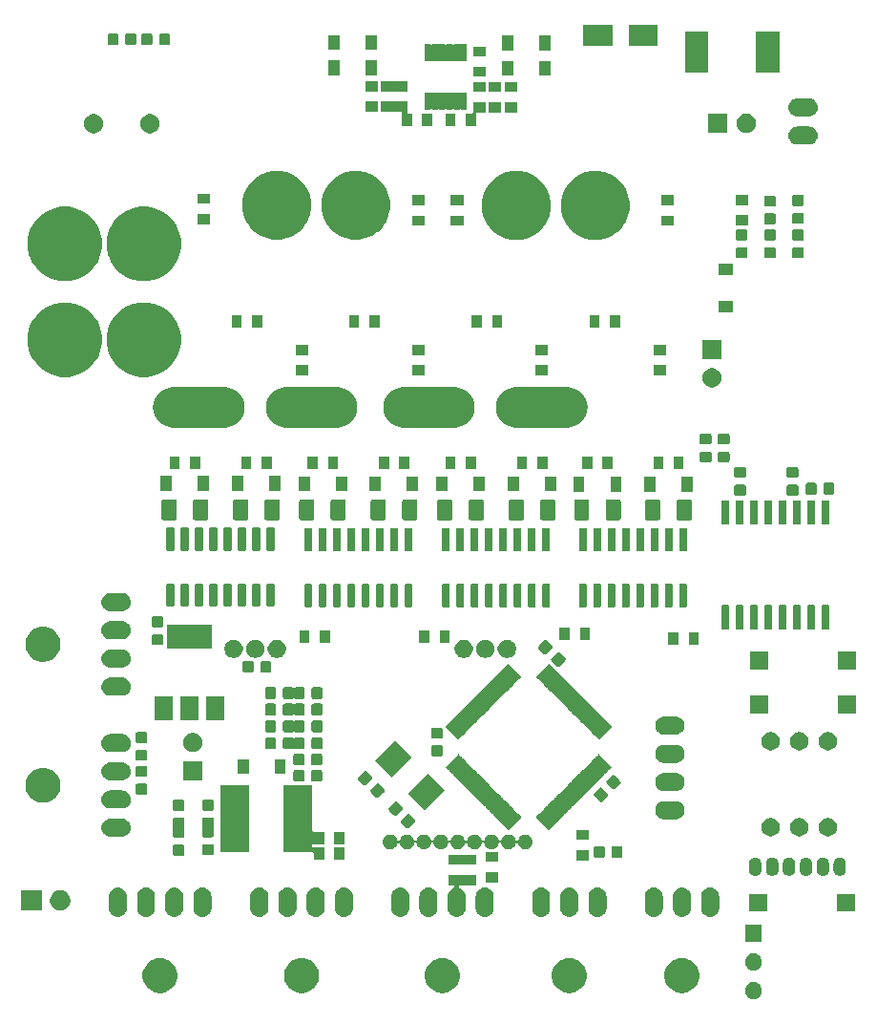
<source format=gbr>
G04 #@! TF.GenerationSoftware,KiCad,Pcbnew,(5.1.5)-3*
G04 #@! TF.CreationDate,2020-03-19T00:06:22+09:00*
G04 #@! TF.ProjectId,SteerMD,53746565-724d-4442-9e6b-696361645f70,rev?*
G04 #@! TF.SameCoordinates,Original*
G04 #@! TF.FileFunction,Soldermask,Top*
G04 #@! TF.FilePolarity,Negative*
%FSLAX46Y46*%
G04 Gerber Fmt 4.6, Leading zero omitted, Abs format (unit mm)*
G04 Created by KiCad (PCBNEW (5.1.5)-3) date 2020-03-19 00:06:22*
%MOMM*%
%LPD*%
G04 APERTURE LIST*
%ADD10C,0.100000*%
G04 APERTURE END LIST*
D10*
G36*
X138394425Y-136944599D02*
G01*
X138518621Y-136969302D01*
X138655022Y-137025801D01*
X138777779Y-137107825D01*
X138882175Y-137212221D01*
X138964199Y-137334978D01*
X139020698Y-137471379D01*
X139049500Y-137616181D01*
X139049500Y-137763819D01*
X139020698Y-137908621D01*
X138964199Y-138045022D01*
X138882175Y-138167779D01*
X138777779Y-138272175D01*
X138655022Y-138354199D01*
X138518621Y-138410698D01*
X138394425Y-138435401D01*
X138373820Y-138439500D01*
X138226180Y-138439500D01*
X138205575Y-138435401D01*
X138081379Y-138410698D01*
X137944978Y-138354199D01*
X137822221Y-138272175D01*
X137717825Y-138167779D01*
X137635801Y-138045022D01*
X137579302Y-137908621D01*
X137550500Y-137763819D01*
X137550500Y-137616181D01*
X137579302Y-137471379D01*
X137635801Y-137334978D01*
X137717825Y-137212221D01*
X137822221Y-137107825D01*
X137944978Y-137025801D01*
X138081379Y-136969302D01*
X138205575Y-136944599D01*
X138226180Y-136940500D01*
X138373820Y-136940500D01*
X138394425Y-136944599D01*
G37*
G36*
X132252585Y-134828802D02*
G01*
X132402410Y-134858604D01*
X132684674Y-134975521D01*
X132938705Y-135145259D01*
X133154741Y-135361295D01*
X133324479Y-135615326D01*
X133441396Y-135897590D01*
X133501000Y-136197240D01*
X133501000Y-136502760D01*
X133441396Y-136802410D01*
X133324479Y-137084674D01*
X133154741Y-137338705D01*
X132938705Y-137554741D01*
X132684674Y-137724479D01*
X132402410Y-137841396D01*
X132252585Y-137871198D01*
X132102761Y-137901000D01*
X131797239Y-137901000D01*
X131647415Y-137871198D01*
X131497590Y-137841396D01*
X131215326Y-137724479D01*
X130961295Y-137554741D01*
X130745259Y-137338705D01*
X130575521Y-137084674D01*
X130458604Y-136802410D01*
X130399000Y-136502760D01*
X130399000Y-136197240D01*
X130458604Y-135897590D01*
X130575521Y-135615326D01*
X130745259Y-135361295D01*
X130961295Y-135145259D01*
X131215326Y-134975521D01*
X131497590Y-134858604D01*
X131647415Y-134828802D01*
X131797239Y-134799000D01*
X132102761Y-134799000D01*
X132252585Y-134828802D01*
G37*
G36*
X122252585Y-134828802D02*
G01*
X122402410Y-134858604D01*
X122684674Y-134975521D01*
X122938705Y-135145259D01*
X123154741Y-135361295D01*
X123324479Y-135615326D01*
X123441396Y-135897590D01*
X123501000Y-136197240D01*
X123501000Y-136502760D01*
X123441396Y-136802410D01*
X123324479Y-137084674D01*
X123154741Y-137338705D01*
X122938705Y-137554741D01*
X122684674Y-137724479D01*
X122402410Y-137841396D01*
X122252585Y-137871198D01*
X122102761Y-137901000D01*
X121797239Y-137901000D01*
X121647415Y-137871198D01*
X121497590Y-137841396D01*
X121215326Y-137724479D01*
X120961295Y-137554741D01*
X120745259Y-137338705D01*
X120575521Y-137084674D01*
X120458604Y-136802410D01*
X120399000Y-136502760D01*
X120399000Y-136197240D01*
X120458604Y-135897590D01*
X120575521Y-135615326D01*
X120745259Y-135361295D01*
X120961295Y-135145259D01*
X121215326Y-134975521D01*
X121497590Y-134858604D01*
X121647415Y-134828802D01*
X121797239Y-134799000D01*
X122102761Y-134799000D01*
X122252585Y-134828802D01*
G37*
G36*
X111002585Y-134828802D02*
G01*
X111152410Y-134858604D01*
X111434674Y-134975521D01*
X111688705Y-135145259D01*
X111904741Y-135361295D01*
X112074479Y-135615326D01*
X112191396Y-135897590D01*
X112251000Y-136197240D01*
X112251000Y-136502760D01*
X112191396Y-136802410D01*
X112074479Y-137084674D01*
X111904741Y-137338705D01*
X111688705Y-137554741D01*
X111434674Y-137724479D01*
X111152410Y-137841396D01*
X111002585Y-137871198D01*
X110852761Y-137901000D01*
X110547239Y-137901000D01*
X110397415Y-137871198D01*
X110247590Y-137841396D01*
X109965326Y-137724479D01*
X109711295Y-137554741D01*
X109495259Y-137338705D01*
X109325521Y-137084674D01*
X109208604Y-136802410D01*
X109149000Y-136502760D01*
X109149000Y-136197240D01*
X109208604Y-135897590D01*
X109325521Y-135615326D01*
X109495259Y-135361295D01*
X109711295Y-135145259D01*
X109965326Y-134975521D01*
X110247590Y-134858604D01*
X110397415Y-134828802D01*
X110547239Y-134799000D01*
X110852761Y-134799000D01*
X111002585Y-134828802D01*
G37*
G36*
X85952585Y-134828802D02*
G01*
X86102410Y-134858604D01*
X86384674Y-134975521D01*
X86638705Y-135145259D01*
X86854741Y-135361295D01*
X87024479Y-135615326D01*
X87141396Y-135897590D01*
X87201000Y-136197240D01*
X87201000Y-136502760D01*
X87141396Y-136802410D01*
X87024479Y-137084674D01*
X86854741Y-137338705D01*
X86638705Y-137554741D01*
X86384674Y-137724479D01*
X86102410Y-137841396D01*
X85952585Y-137871198D01*
X85802761Y-137901000D01*
X85497239Y-137901000D01*
X85347415Y-137871198D01*
X85197590Y-137841396D01*
X84915326Y-137724479D01*
X84661295Y-137554741D01*
X84445259Y-137338705D01*
X84275521Y-137084674D01*
X84158604Y-136802410D01*
X84099000Y-136502760D01*
X84099000Y-136197240D01*
X84158604Y-135897590D01*
X84275521Y-135615326D01*
X84445259Y-135361295D01*
X84661295Y-135145259D01*
X84915326Y-134975521D01*
X85197590Y-134858604D01*
X85347415Y-134828802D01*
X85497239Y-134799000D01*
X85802761Y-134799000D01*
X85952585Y-134828802D01*
G37*
G36*
X98502585Y-134828802D02*
G01*
X98652410Y-134858604D01*
X98934674Y-134975521D01*
X99188705Y-135145259D01*
X99404741Y-135361295D01*
X99574479Y-135615326D01*
X99691396Y-135897590D01*
X99751000Y-136197240D01*
X99751000Y-136502760D01*
X99691396Y-136802410D01*
X99574479Y-137084674D01*
X99404741Y-137338705D01*
X99188705Y-137554741D01*
X98934674Y-137724479D01*
X98652410Y-137841396D01*
X98502585Y-137871198D01*
X98352761Y-137901000D01*
X98047239Y-137901000D01*
X97897415Y-137871198D01*
X97747590Y-137841396D01*
X97465326Y-137724479D01*
X97211295Y-137554741D01*
X96995259Y-137338705D01*
X96825521Y-137084674D01*
X96708604Y-136802410D01*
X96649000Y-136502760D01*
X96649000Y-136197240D01*
X96708604Y-135897590D01*
X96825521Y-135615326D01*
X96995259Y-135361295D01*
X97211295Y-135145259D01*
X97465326Y-134975521D01*
X97747590Y-134858604D01*
X97897415Y-134828802D01*
X98047239Y-134799000D01*
X98352761Y-134799000D01*
X98502585Y-134828802D01*
G37*
G36*
X138394425Y-134404599D02*
G01*
X138518621Y-134429302D01*
X138655022Y-134485801D01*
X138777779Y-134567825D01*
X138882175Y-134672221D01*
X138964199Y-134794978D01*
X139020698Y-134931379D01*
X139049500Y-135076181D01*
X139049500Y-135223819D01*
X139020698Y-135368621D01*
X138964199Y-135505022D01*
X138882175Y-135627779D01*
X138777779Y-135732175D01*
X138655022Y-135814199D01*
X138518621Y-135870698D01*
X138394425Y-135895401D01*
X138373820Y-135899500D01*
X138226180Y-135899500D01*
X138205575Y-135895401D01*
X138081379Y-135870698D01*
X137944978Y-135814199D01*
X137822221Y-135732175D01*
X137717825Y-135627779D01*
X137635801Y-135505022D01*
X137579302Y-135368621D01*
X137550500Y-135223819D01*
X137550500Y-135076181D01*
X137579302Y-134931379D01*
X137635801Y-134794978D01*
X137717825Y-134672221D01*
X137822221Y-134567825D01*
X137944978Y-134485801D01*
X138081379Y-134429302D01*
X138205575Y-134404599D01*
X138226180Y-134400500D01*
X138373820Y-134400500D01*
X138394425Y-134404599D01*
G37*
G36*
X139049500Y-133359500D02*
G01*
X137550500Y-133359500D01*
X137550500Y-131860500D01*
X139049500Y-131860500D01*
X139049500Y-133359500D01*
G37*
G36*
X114607022Y-128560590D02*
G01*
X114691572Y-128586238D01*
X114758012Y-128606392D01*
X114897164Y-128680771D01*
X115019133Y-128780867D01*
X115034014Y-128799000D01*
X115119229Y-128902835D01*
X115193608Y-129041987D01*
X115208875Y-129092318D01*
X115239410Y-129192977D01*
X115251000Y-129310655D01*
X115251000Y-130389345D01*
X115239410Y-130507023D01*
X115221406Y-130566375D01*
X115193608Y-130658013D01*
X115119229Y-130797165D01*
X115019133Y-130919133D01*
X114897165Y-131019229D01*
X114758013Y-131093608D01*
X114707682Y-131108875D01*
X114607023Y-131139410D01*
X114450000Y-131154875D01*
X114292978Y-131139410D01*
X114192319Y-131108875D01*
X114141988Y-131093608D01*
X114002836Y-131019229D01*
X113880868Y-130919133D01*
X113780772Y-130797165D01*
X113706393Y-130658013D01*
X113678595Y-130566375D01*
X113660591Y-130507023D01*
X113649001Y-130389345D01*
X113649000Y-129310656D01*
X113660590Y-129192978D01*
X113706392Y-129041989D01*
X113706392Y-129041988D01*
X113780771Y-128902836D01*
X113781831Y-128901544D01*
X113880867Y-128780867D01*
X114002835Y-128680771D01*
X114141987Y-128606392D01*
X114208427Y-128586238D01*
X114292977Y-128560590D01*
X114450000Y-128545125D01*
X114607022Y-128560590D01*
G37*
G36*
X87057022Y-128560590D02*
G01*
X87141572Y-128586238D01*
X87208012Y-128606392D01*
X87347164Y-128680771D01*
X87469133Y-128780867D01*
X87484014Y-128799000D01*
X87569229Y-128902835D01*
X87643608Y-129041987D01*
X87658875Y-129092318D01*
X87689410Y-129192977D01*
X87701000Y-129310655D01*
X87701000Y-130389345D01*
X87689410Y-130507023D01*
X87671406Y-130566375D01*
X87643608Y-130658013D01*
X87569229Y-130797165D01*
X87469133Y-130919133D01*
X87347165Y-131019229D01*
X87208013Y-131093608D01*
X87157682Y-131108875D01*
X87057023Y-131139410D01*
X86900000Y-131154875D01*
X86742978Y-131139410D01*
X86642319Y-131108875D01*
X86591988Y-131093608D01*
X86452836Y-131019229D01*
X86330868Y-130919133D01*
X86230772Y-130797165D01*
X86156393Y-130658013D01*
X86128595Y-130566375D01*
X86110591Y-130507023D01*
X86099001Y-130389345D01*
X86099000Y-129310656D01*
X86110590Y-129192978D01*
X86156392Y-129041989D01*
X86156392Y-129041988D01*
X86230771Y-128902836D01*
X86231831Y-128901544D01*
X86330867Y-128780867D01*
X86452835Y-128680771D01*
X86591987Y-128606392D01*
X86658427Y-128586238D01*
X86742977Y-128560590D01*
X86900000Y-128545125D01*
X87057022Y-128560590D01*
G37*
G36*
X82057022Y-128560590D02*
G01*
X82141572Y-128586238D01*
X82208012Y-128606392D01*
X82347164Y-128680771D01*
X82469133Y-128780867D01*
X82484014Y-128799000D01*
X82569229Y-128902835D01*
X82643608Y-129041987D01*
X82658875Y-129092318D01*
X82689410Y-129192977D01*
X82701000Y-129310655D01*
X82701000Y-130389345D01*
X82689410Y-130507023D01*
X82671406Y-130566375D01*
X82643608Y-130658013D01*
X82569229Y-130797165D01*
X82469133Y-130919133D01*
X82347165Y-131019229D01*
X82208013Y-131093608D01*
X82157682Y-131108875D01*
X82057023Y-131139410D01*
X81900000Y-131154875D01*
X81742978Y-131139410D01*
X81642319Y-131108875D01*
X81591988Y-131093608D01*
X81452836Y-131019229D01*
X81330868Y-130919133D01*
X81230772Y-130797165D01*
X81156393Y-130658013D01*
X81128595Y-130566375D01*
X81110591Y-130507023D01*
X81099001Y-130389345D01*
X81099000Y-129310656D01*
X81110590Y-129192978D01*
X81156392Y-129041989D01*
X81156392Y-129041988D01*
X81230771Y-128902836D01*
X81231831Y-128901544D01*
X81330867Y-128780867D01*
X81452835Y-128680771D01*
X81591987Y-128606392D01*
X81658427Y-128586238D01*
X81742977Y-128560590D01*
X81900000Y-128545125D01*
X82057022Y-128560590D01*
G37*
G36*
X84557022Y-128560590D02*
G01*
X84641572Y-128586238D01*
X84708012Y-128606392D01*
X84847164Y-128680771D01*
X84969133Y-128780867D01*
X84984014Y-128799000D01*
X85069229Y-128902835D01*
X85143608Y-129041987D01*
X85158875Y-129092318D01*
X85189410Y-129192977D01*
X85201000Y-129310655D01*
X85201000Y-130389345D01*
X85189410Y-130507023D01*
X85171406Y-130566375D01*
X85143608Y-130658013D01*
X85069229Y-130797165D01*
X84969133Y-130919133D01*
X84847165Y-131019229D01*
X84708013Y-131093608D01*
X84657682Y-131108875D01*
X84557023Y-131139410D01*
X84400000Y-131154875D01*
X84242978Y-131139410D01*
X84142319Y-131108875D01*
X84091988Y-131093608D01*
X83952836Y-131019229D01*
X83830868Y-130919133D01*
X83730772Y-130797165D01*
X83656393Y-130658013D01*
X83628595Y-130566375D01*
X83610591Y-130507023D01*
X83599001Y-130389345D01*
X83599000Y-129310656D01*
X83610590Y-129192978D01*
X83656392Y-129041989D01*
X83656392Y-129041988D01*
X83730771Y-128902836D01*
X83731831Y-128901544D01*
X83830867Y-128780867D01*
X83952835Y-128680771D01*
X84091987Y-128606392D01*
X84158427Y-128586238D01*
X84242977Y-128560590D01*
X84400000Y-128545125D01*
X84557022Y-128560590D01*
G37*
G36*
X129607022Y-128560590D02*
G01*
X129691572Y-128586238D01*
X129758012Y-128606392D01*
X129897164Y-128680771D01*
X130019133Y-128780867D01*
X130034014Y-128799000D01*
X130119229Y-128902835D01*
X130193608Y-129041987D01*
X130208875Y-129092318D01*
X130239410Y-129192977D01*
X130251000Y-129310655D01*
X130251000Y-130389345D01*
X130239410Y-130507023D01*
X130221406Y-130566375D01*
X130193608Y-130658013D01*
X130119229Y-130797165D01*
X130019133Y-130919133D01*
X129897165Y-131019229D01*
X129758013Y-131093608D01*
X129707682Y-131108875D01*
X129607023Y-131139410D01*
X129450000Y-131154875D01*
X129292978Y-131139410D01*
X129192319Y-131108875D01*
X129141988Y-131093608D01*
X129002836Y-131019229D01*
X128880868Y-130919133D01*
X128780772Y-130797165D01*
X128706393Y-130658013D01*
X128678595Y-130566375D01*
X128660591Y-130507023D01*
X128649001Y-130389345D01*
X128649000Y-129310656D01*
X128660590Y-129192978D01*
X128706392Y-129041989D01*
X128706392Y-129041988D01*
X128780771Y-128902836D01*
X128781831Y-128901544D01*
X128880867Y-128780867D01*
X129002835Y-128680771D01*
X129141987Y-128606392D01*
X129208427Y-128586238D01*
X129292977Y-128560590D01*
X129450000Y-128545125D01*
X129607022Y-128560590D01*
G37*
G36*
X132107022Y-128560590D02*
G01*
X132191572Y-128586238D01*
X132258012Y-128606392D01*
X132397164Y-128680771D01*
X132519133Y-128780867D01*
X132534014Y-128799000D01*
X132619229Y-128902835D01*
X132693608Y-129041987D01*
X132708875Y-129092318D01*
X132739410Y-129192977D01*
X132751000Y-129310655D01*
X132751000Y-130389345D01*
X132739410Y-130507023D01*
X132721406Y-130566375D01*
X132693608Y-130658013D01*
X132619229Y-130797165D01*
X132519133Y-130919133D01*
X132397165Y-131019229D01*
X132258013Y-131093608D01*
X132207682Y-131108875D01*
X132107023Y-131139410D01*
X131950000Y-131154875D01*
X131792978Y-131139410D01*
X131692319Y-131108875D01*
X131641988Y-131093608D01*
X131502836Y-131019229D01*
X131380868Y-130919133D01*
X131280772Y-130797165D01*
X131206393Y-130658013D01*
X131178595Y-130566375D01*
X131160591Y-130507023D01*
X131149001Y-130389345D01*
X131149000Y-129310656D01*
X131160590Y-129192978D01*
X131206392Y-129041989D01*
X131206392Y-129041988D01*
X131280771Y-128902836D01*
X131281831Y-128901544D01*
X131380867Y-128780867D01*
X131502835Y-128680771D01*
X131641987Y-128606392D01*
X131708427Y-128586238D01*
X131792977Y-128560590D01*
X131950000Y-128545125D01*
X132107022Y-128560590D01*
G37*
G36*
X119607022Y-128560590D02*
G01*
X119691572Y-128586238D01*
X119758012Y-128606392D01*
X119897164Y-128680771D01*
X120019133Y-128780867D01*
X120034014Y-128799000D01*
X120119229Y-128902835D01*
X120193608Y-129041987D01*
X120208875Y-129092318D01*
X120239410Y-129192977D01*
X120251000Y-129310655D01*
X120251000Y-130389345D01*
X120239410Y-130507023D01*
X120221406Y-130566375D01*
X120193608Y-130658013D01*
X120119229Y-130797165D01*
X120019133Y-130919133D01*
X119897165Y-131019229D01*
X119758013Y-131093608D01*
X119707682Y-131108875D01*
X119607023Y-131139410D01*
X119450000Y-131154875D01*
X119292978Y-131139410D01*
X119192319Y-131108875D01*
X119141988Y-131093608D01*
X119002836Y-131019229D01*
X118880868Y-130919133D01*
X118780772Y-130797165D01*
X118706393Y-130658013D01*
X118678595Y-130566375D01*
X118660591Y-130507023D01*
X118649001Y-130389345D01*
X118649000Y-129310656D01*
X118660590Y-129192978D01*
X118706392Y-129041989D01*
X118706392Y-129041988D01*
X118780771Y-128902836D01*
X118781831Y-128901544D01*
X118880867Y-128780867D01*
X119002835Y-128680771D01*
X119141987Y-128606392D01*
X119208427Y-128586238D01*
X119292977Y-128560590D01*
X119450000Y-128545125D01*
X119607022Y-128560590D01*
G37*
G36*
X122107022Y-128560590D02*
G01*
X122191572Y-128586238D01*
X122258012Y-128606392D01*
X122397164Y-128680771D01*
X122519133Y-128780867D01*
X122534014Y-128799000D01*
X122619229Y-128902835D01*
X122693608Y-129041987D01*
X122708875Y-129092318D01*
X122739410Y-129192977D01*
X122751000Y-129310655D01*
X122751000Y-130389345D01*
X122739410Y-130507023D01*
X122721406Y-130566375D01*
X122693608Y-130658013D01*
X122619229Y-130797165D01*
X122519133Y-130919133D01*
X122397165Y-131019229D01*
X122258013Y-131093608D01*
X122207682Y-131108875D01*
X122107023Y-131139410D01*
X121950000Y-131154875D01*
X121792978Y-131139410D01*
X121692319Y-131108875D01*
X121641988Y-131093608D01*
X121502836Y-131019229D01*
X121380868Y-130919133D01*
X121280772Y-130797165D01*
X121206393Y-130658013D01*
X121178595Y-130566375D01*
X121160591Y-130507023D01*
X121149001Y-130389345D01*
X121149000Y-129310656D01*
X121160590Y-129192978D01*
X121206392Y-129041989D01*
X121206392Y-129041988D01*
X121280771Y-128902836D01*
X121281831Y-128901544D01*
X121380867Y-128780867D01*
X121502835Y-128680771D01*
X121641987Y-128606392D01*
X121708427Y-128586238D01*
X121792977Y-128560590D01*
X121950000Y-128545125D01*
X122107022Y-128560590D01*
G37*
G36*
X124607022Y-128560590D02*
G01*
X124691572Y-128586238D01*
X124758012Y-128606392D01*
X124897164Y-128680771D01*
X125019133Y-128780867D01*
X125034014Y-128799000D01*
X125119229Y-128902835D01*
X125193608Y-129041987D01*
X125208875Y-129092318D01*
X125239410Y-129192977D01*
X125251000Y-129310655D01*
X125251000Y-130389345D01*
X125239410Y-130507023D01*
X125221406Y-130566375D01*
X125193608Y-130658013D01*
X125119229Y-130797165D01*
X125019133Y-130919133D01*
X124897165Y-131019229D01*
X124758013Y-131093608D01*
X124707682Y-131108875D01*
X124607023Y-131139410D01*
X124450000Y-131154875D01*
X124292978Y-131139410D01*
X124192319Y-131108875D01*
X124141988Y-131093608D01*
X124002836Y-131019229D01*
X123880868Y-130919133D01*
X123780772Y-130797165D01*
X123706393Y-130658013D01*
X123678595Y-130566375D01*
X123660591Y-130507023D01*
X123649001Y-130389345D01*
X123649000Y-129310656D01*
X123660590Y-129192978D01*
X123706392Y-129041989D01*
X123706392Y-129041988D01*
X123780771Y-128902836D01*
X123781831Y-128901544D01*
X123880867Y-128780867D01*
X124002835Y-128680771D01*
X124141987Y-128606392D01*
X124208427Y-128586238D01*
X124292977Y-128560590D01*
X124450000Y-128545125D01*
X124607022Y-128560590D01*
G37*
G36*
X113651000Y-128351000D02*
G01*
X112258772Y-128351000D01*
X112234386Y-128353402D01*
X112210937Y-128360515D01*
X112189326Y-128372066D01*
X112170384Y-128387611D01*
X112154839Y-128406553D01*
X112143288Y-128428164D01*
X112136175Y-128451613D01*
X112133773Y-128475999D01*
X112136175Y-128500385D01*
X112143288Y-128523834D01*
X112154839Y-128545445D01*
X112170384Y-128564387D01*
X112189326Y-128579932D01*
X112210937Y-128591483D01*
X112222487Y-128595616D01*
X112258012Y-128606392D01*
X112397164Y-128680771D01*
X112519133Y-128780867D01*
X112534014Y-128799000D01*
X112619229Y-128902835D01*
X112693608Y-129041987D01*
X112708875Y-129092318D01*
X112739410Y-129192977D01*
X112751000Y-129310655D01*
X112751000Y-130389345D01*
X112739410Y-130507023D01*
X112721406Y-130566375D01*
X112693608Y-130658013D01*
X112619229Y-130797165D01*
X112519133Y-130919133D01*
X112397165Y-131019229D01*
X112258013Y-131093608D01*
X112207682Y-131108875D01*
X112107023Y-131139410D01*
X111950000Y-131154875D01*
X111792978Y-131139410D01*
X111692319Y-131108875D01*
X111641988Y-131093608D01*
X111502836Y-131019229D01*
X111380868Y-130919133D01*
X111280772Y-130797165D01*
X111206393Y-130658013D01*
X111178595Y-130566375D01*
X111160591Y-130507023D01*
X111149001Y-130389345D01*
X111149000Y-129310656D01*
X111160590Y-129192978D01*
X111206392Y-129041989D01*
X111206392Y-129041988D01*
X111280771Y-128902836D01*
X111281831Y-128901544D01*
X111380867Y-128780867D01*
X111502835Y-128680771D01*
X111641987Y-128606392D01*
X111677512Y-128595616D01*
X111700151Y-128586238D01*
X111720525Y-128572625D01*
X111737852Y-128555298D01*
X111751466Y-128534923D01*
X111760844Y-128512285D01*
X111765624Y-128488251D01*
X111765624Y-128463747D01*
X111760844Y-128439714D01*
X111751466Y-128417075D01*
X111737853Y-128396701D01*
X111720526Y-128379374D01*
X111700151Y-128365760D01*
X111677513Y-128356382D01*
X111653479Y-128351602D01*
X111641227Y-128351000D01*
X111249000Y-128351000D01*
X111249000Y-127449000D01*
X113651000Y-127449000D01*
X113651000Y-128351000D01*
G37*
G36*
X109607022Y-128560590D02*
G01*
X109691572Y-128586238D01*
X109758012Y-128606392D01*
X109897164Y-128680771D01*
X110019133Y-128780867D01*
X110034014Y-128799000D01*
X110119229Y-128902835D01*
X110193608Y-129041987D01*
X110208875Y-129092318D01*
X110239410Y-129192977D01*
X110251000Y-129310655D01*
X110251000Y-130389345D01*
X110239410Y-130507023D01*
X110221406Y-130566375D01*
X110193608Y-130658013D01*
X110119229Y-130797165D01*
X110019133Y-130919133D01*
X109897165Y-131019229D01*
X109758013Y-131093608D01*
X109707682Y-131108875D01*
X109607023Y-131139410D01*
X109450000Y-131154875D01*
X109292978Y-131139410D01*
X109192319Y-131108875D01*
X109141988Y-131093608D01*
X109002836Y-131019229D01*
X108880868Y-130919133D01*
X108780772Y-130797165D01*
X108706393Y-130658013D01*
X108678595Y-130566375D01*
X108660591Y-130507023D01*
X108649001Y-130389345D01*
X108649000Y-129310656D01*
X108660590Y-129192978D01*
X108706392Y-129041989D01*
X108706392Y-129041988D01*
X108780771Y-128902836D01*
X108781831Y-128901544D01*
X108880867Y-128780867D01*
X109002835Y-128680771D01*
X109141987Y-128606392D01*
X109208427Y-128586238D01*
X109292977Y-128560590D01*
X109450000Y-128545125D01*
X109607022Y-128560590D01*
G37*
G36*
X107107022Y-128560590D02*
G01*
X107191572Y-128586238D01*
X107258012Y-128606392D01*
X107397164Y-128680771D01*
X107519133Y-128780867D01*
X107534014Y-128799000D01*
X107619229Y-128902835D01*
X107693608Y-129041987D01*
X107708875Y-129092318D01*
X107739410Y-129192977D01*
X107751000Y-129310655D01*
X107751000Y-130389345D01*
X107739410Y-130507023D01*
X107721406Y-130566375D01*
X107693608Y-130658013D01*
X107619229Y-130797165D01*
X107519133Y-130919133D01*
X107397165Y-131019229D01*
X107258013Y-131093608D01*
X107207682Y-131108875D01*
X107107023Y-131139410D01*
X106950000Y-131154875D01*
X106792978Y-131139410D01*
X106692319Y-131108875D01*
X106641988Y-131093608D01*
X106502836Y-131019229D01*
X106380868Y-130919133D01*
X106280772Y-130797165D01*
X106206393Y-130658013D01*
X106178595Y-130566375D01*
X106160591Y-130507023D01*
X106149001Y-130389345D01*
X106149000Y-129310656D01*
X106160590Y-129192978D01*
X106206392Y-129041989D01*
X106206392Y-129041988D01*
X106280771Y-128902836D01*
X106281831Y-128901544D01*
X106380867Y-128780867D01*
X106502835Y-128680771D01*
X106641987Y-128606392D01*
X106708427Y-128586238D01*
X106792977Y-128560590D01*
X106950000Y-128545125D01*
X107107022Y-128560590D01*
G37*
G36*
X94607022Y-128560590D02*
G01*
X94691572Y-128586238D01*
X94758012Y-128606392D01*
X94897164Y-128680771D01*
X95019133Y-128780867D01*
X95034014Y-128799000D01*
X95119229Y-128902835D01*
X95193608Y-129041987D01*
X95208875Y-129092318D01*
X95239410Y-129192977D01*
X95251000Y-129310655D01*
X95251000Y-130389345D01*
X95239410Y-130507023D01*
X95221406Y-130566375D01*
X95193608Y-130658013D01*
X95119229Y-130797165D01*
X95019133Y-130919133D01*
X94897165Y-131019229D01*
X94758013Y-131093608D01*
X94707682Y-131108875D01*
X94607023Y-131139410D01*
X94450000Y-131154875D01*
X94292978Y-131139410D01*
X94192319Y-131108875D01*
X94141988Y-131093608D01*
X94002836Y-131019229D01*
X93880868Y-130919133D01*
X93780772Y-130797165D01*
X93706393Y-130658013D01*
X93678595Y-130566375D01*
X93660591Y-130507023D01*
X93649001Y-130389345D01*
X93649000Y-129310656D01*
X93660590Y-129192978D01*
X93706392Y-129041989D01*
X93706392Y-129041988D01*
X93780771Y-128902836D01*
X93781831Y-128901544D01*
X93880867Y-128780867D01*
X94002835Y-128680771D01*
X94141987Y-128606392D01*
X94208427Y-128586238D01*
X94292977Y-128560590D01*
X94450000Y-128545125D01*
X94607022Y-128560590D01*
G37*
G36*
X97107022Y-128560590D02*
G01*
X97191572Y-128586238D01*
X97258012Y-128606392D01*
X97397164Y-128680771D01*
X97519133Y-128780867D01*
X97534014Y-128799000D01*
X97619229Y-128902835D01*
X97693608Y-129041987D01*
X97708875Y-129092318D01*
X97739410Y-129192977D01*
X97751000Y-129310655D01*
X97751000Y-130389345D01*
X97739410Y-130507023D01*
X97721406Y-130566375D01*
X97693608Y-130658013D01*
X97619229Y-130797165D01*
X97519133Y-130919133D01*
X97397165Y-131019229D01*
X97258013Y-131093608D01*
X97207682Y-131108875D01*
X97107023Y-131139410D01*
X96950000Y-131154875D01*
X96792978Y-131139410D01*
X96692319Y-131108875D01*
X96641988Y-131093608D01*
X96502836Y-131019229D01*
X96380868Y-130919133D01*
X96280772Y-130797165D01*
X96206393Y-130658013D01*
X96178595Y-130566375D01*
X96160591Y-130507023D01*
X96149001Y-130389345D01*
X96149000Y-129310656D01*
X96160590Y-129192978D01*
X96206392Y-129041989D01*
X96206392Y-129041988D01*
X96280771Y-128902836D01*
X96281831Y-128901544D01*
X96380867Y-128780867D01*
X96502835Y-128680771D01*
X96641987Y-128606392D01*
X96708427Y-128586238D01*
X96792977Y-128560590D01*
X96950000Y-128545125D01*
X97107022Y-128560590D01*
G37*
G36*
X99607022Y-128560590D02*
G01*
X99691572Y-128586238D01*
X99758012Y-128606392D01*
X99897164Y-128680771D01*
X100019133Y-128780867D01*
X100034014Y-128799000D01*
X100119229Y-128902835D01*
X100193608Y-129041987D01*
X100208875Y-129092318D01*
X100239410Y-129192977D01*
X100251000Y-129310655D01*
X100251000Y-130389345D01*
X100239410Y-130507023D01*
X100221406Y-130566375D01*
X100193608Y-130658013D01*
X100119229Y-130797165D01*
X100019133Y-130919133D01*
X99897165Y-131019229D01*
X99758013Y-131093608D01*
X99707682Y-131108875D01*
X99607023Y-131139410D01*
X99450000Y-131154875D01*
X99292978Y-131139410D01*
X99192319Y-131108875D01*
X99141988Y-131093608D01*
X99002836Y-131019229D01*
X98880868Y-130919133D01*
X98780772Y-130797165D01*
X98706393Y-130658013D01*
X98678595Y-130566375D01*
X98660591Y-130507023D01*
X98649001Y-130389345D01*
X98649000Y-129310656D01*
X98660590Y-129192978D01*
X98706392Y-129041989D01*
X98706392Y-129041988D01*
X98780771Y-128902836D01*
X98781831Y-128901544D01*
X98880867Y-128780867D01*
X99002835Y-128680771D01*
X99141987Y-128606392D01*
X99208427Y-128586238D01*
X99292977Y-128560590D01*
X99450000Y-128545125D01*
X99607022Y-128560590D01*
G37*
G36*
X102107022Y-128560590D02*
G01*
X102191572Y-128586238D01*
X102258012Y-128606392D01*
X102397164Y-128680771D01*
X102519133Y-128780867D01*
X102534014Y-128799000D01*
X102619229Y-128902835D01*
X102693608Y-129041987D01*
X102708875Y-129092318D01*
X102739410Y-129192977D01*
X102751000Y-129310655D01*
X102751000Y-130389345D01*
X102739410Y-130507023D01*
X102721406Y-130566375D01*
X102693608Y-130658013D01*
X102619229Y-130797165D01*
X102519133Y-130919133D01*
X102397165Y-131019229D01*
X102258013Y-131093608D01*
X102207682Y-131108875D01*
X102107023Y-131139410D01*
X101950000Y-131154875D01*
X101792978Y-131139410D01*
X101692319Y-131108875D01*
X101641988Y-131093608D01*
X101502836Y-131019229D01*
X101380868Y-130919133D01*
X101280772Y-130797165D01*
X101206393Y-130658013D01*
X101178595Y-130566375D01*
X101160591Y-130507023D01*
X101149001Y-130389345D01*
X101149000Y-129310656D01*
X101160590Y-129192978D01*
X101206392Y-129041989D01*
X101206392Y-129041988D01*
X101280771Y-128902836D01*
X101281831Y-128901544D01*
X101380867Y-128780867D01*
X101502835Y-128680771D01*
X101641987Y-128606392D01*
X101708427Y-128586238D01*
X101792977Y-128560590D01*
X101950000Y-128545125D01*
X102107022Y-128560590D01*
G37*
G36*
X134607022Y-128560590D02*
G01*
X134691572Y-128586238D01*
X134758012Y-128606392D01*
X134897164Y-128680771D01*
X135019133Y-128780867D01*
X135034014Y-128799000D01*
X135119229Y-128902835D01*
X135193608Y-129041987D01*
X135208875Y-129092318D01*
X135239410Y-129192977D01*
X135251000Y-129310655D01*
X135251000Y-130389345D01*
X135239410Y-130507023D01*
X135221406Y-130566375D01*
X135193608Y-130658013D01*
X135119229Y-130797165D01*
X135019133Y-130919133D01*
X134897165Y-131019229D01*
X134758013Y-131093608D01*
X134707682Y-131108875D01*
X134607023Y-131139410D01*
X134450000Y-131154875D01*
X134292978Y-131139410D01*
X134192319Y-131108875D01*
X134141988Y-131093608D01*
X134002836Y-131019229D01*
X133880868Y-130919133D01*
X133780772Y-130797165D01*
X133706393Y-130658013D01*
X133678595Y-130566375D01*
X133660591Y-130507023D01*
X133649001Y-130389345D01*
X133649000Y-129310656D01*
X133660590Y-129192978D01*
X133706392Y-129041989D01*
X133706392Y-129041988D01*
X133780771Y-128902836D01*
X133781831Y-128901544D01*
X133880867Y-128780867D01*
X134002835Y-128680771D01*
X134141987Y-128606392D01*
X134208427Y-128586238D01*
X134292977Y-128560590D01*
X134450000Y-128545125D01*
X134607022Y-128560590D01*
G37*
G36*
X89557022Y-128560590D02*
G01*
X89641572Y-128586238D01*
X89708012Y-128606392D01*
X89847164Y-128680771D01*
X89969133Y-128780867D01*
X89984014Y-128799000D01*
X90069229Y-128902835D01*
X90143608Y-129041987D01*
X90158875Y-129092318D01*
X90189410Y-129192977D01*
X90201000Y-129310655D01*
X90201000Y-130389345D01*
X90189410Y-130507023D01*
X90171406Y-130566375D01*
X90143608Y-130658013D01*
X90069229Y-130797165D01*
X89969133Y-130919133D01*
X89847165Y-131019229D01*
X89708013Y-131093608D01*
X89657682Y-131108875D01*
X89557023Y-131139410D01*
X89400000Y-131154875D01*
X89242978Y-131139410D01*
X89142319Y-131108875D01*
X89091988Y-131093608D01*
X88952836Y-131019229D01*
X88830868Y-130919133D01*
X88730772Y-130797165D01*
X88656393Y-130658013D01*
X88628595Y-130566375D01*
X88610591Y-130507023D01*
X88599001Y-130389345D01*
X88599000Y-129310656D01*
X88610590Y-129192978D01*
X88656392Y-129041989D01*
X88656392Y-129041988D01*
X88730771Y-128902836D01*
X88731831Y-128901544D01*
X88830867Y-128780867D01*
X88952835Y-128680771D01*
X89091987Y-128606392D01*
X89158427Y-128586238D01*
X89242977Y-128560590D01*
X89400000Y-128545125D01*
X89557022Y-128560590D01*
G37*
G36*
X139501000Y-130701000D02*
G01*
X137899000Y-130701000D01*
X137899000Y-129099000D01*
X139501000Y-129099000D01*
X139501000Y-130701000D01*
G37*
G36*
X147301000Y-130701000D02*
G01*
X145699000Y-130701000D01*
X145699000Y-129099000D01*
X147301000Y-129099000D01*
X147301000Y-130701000D01*
G37*
G36*
X76903512Y-128803927D02*
G01*
X77052812Y-128833624D01*
X77216784Y-128901544D01*
X77364354Y-129000147D01*
X77489853Y-129125646D01*
X77588456Y-129273216D01*
X77656376Y-129437188D01*
X77691000Y-129611259D01*
X77691000Y-129788741D01*
X77656376Y-129962812D01*
X77588456Y-130126784D01*
X77489853Y-130274354D01*
X77364354Y-130399853D01*
X77216784Y-130498456D01*
X77052812Y-130566376D01*
X76903512Y-130596073D01*
X76878742Y-130601000D01*
X76701258Y-130601000D01*
X76676488Y-130596073D01*
X76527188Y-130566376D01*
X76363216Y-130498456D01*
X76215646Y-130399853D01*
X76090147Y-130274354D01*
X75991544Y-130126784D01*
X75923624Y-129962812D01*
X75889000Y-129788741D01*
X75889000Y-129611259D01*
X75923624Y-129437188D01*
X75991544Y-129273216D01*
X76090147Y-129125646D01*
X76215646Y-129000147D01*
X76363216Y-128901544D01*
X76527188Y-128833624D01*
X76676488Y-128803927D01*
X76701258Y-128799000D01*
X76878742Y-128799000D01*
X76903512Y-128803927D01*
G37*
G36*
X75151000Y-130601000D02*
G01*
X73349000Y-130601000D01*
X73349000Y-128799000D01*
X75151000Y-128799000D01*
X75151000Y-130601000D01*
G37*
G36*
X115601000Y-128101000D02*
G01*
X114499000Y-128101000D01*
X114499000Y-127199000D01*
X115601000Y-127199000D01*
X115601000Y-128101000D01*
G37*
G36*
X144558015Y-125894973D02*
G01*
X144661879Y-125926479D01*
X144689055Y-125941005D01*
X144757600Y-125977643D01*
X144841501Y-126046499D01*
X144910357Y-126130400D01*
X144946995Y-126198945D01*
X144961521Y-126226121D01*
X144993027Y-126329985D01*
X145001000Y-126410933D01*
X145001000Y-126989067D01*
X144993027Y-127070015D01*
X144961521Y-127173879D01*
X144910356Y-127269600D01*
X144841501Y-127353501D01*
X144772645Y-127410009D01*
X144757599Y-127422357D01*
X144707753Y-127449000D01*
X144661878Y-127473521D01*
X144558014Y-127505027D01*
X144450000Y-127515666D01*
X144341985Y-127505027D01*
X144238121Y-127473521D01*
X144192246Y-127449000D01*
X144142401Y-127422357D01*
X144129643Y-127411887D01*
X144058499Y-127353501D01*
X143989644Y-127269600D01*
X143938479Y-127173878D01*
X143906973Y-127070014D01*
X143899000Y-126989066D01*
X143899000Y-126410933D01*
X143906973Y-126329985D01*
X143938480Y-126226121D01*
X143938481Y-126226118D01*
X143989643Y-126130401D01*
X144058500Y-126046499D01*
X144142401Y-125977643D01*
X144210946Y-125941005D01*
X144238122Y-125926479D01*
X144341986Y-125894973D01*
X144450000Y-125884334D01*
X144558015Y-125894973D01*
G37*
G36*
X143058015Y-125894973D02*
G01*
X143161879Y-125926479D01*
X143189055Y-125941005D01*
X143257600Y-125977643D01*
X143341501Y-126046499D01*
X143410357Y-126130400D01*
X143446995Y-126198945D01*
X143461521Y-126226121D01*
X143493027Y-126329985D01*
X143501000Y-126410933D01*
X143501000Y-126989067D01*
X143493027Y-127070015D01*
X143461521Y-127173879D01*
X143410356Y-127269600D01*
X143341501Y-127353501D01*
X143272645Y-127410009D01*
X143257599Y-127422357D01*
X143207753Y-127449000D01*
X143161878Y-127473521D01*
X143058014Y-127505027D01*
X142950000Y-127515666D01*
X142841985Y-127505027D01*
X142738121Y-127473521D01*
X142692246Y-127449000D01*
X142642401Y-127422357D01*
X142629643Y-127411887D01*
X142558499Y-127353501D01*
X142489644Y-127269600D01*
X142438479Y-127173878D01*
X142406973Y-127070014D01*
X142399000Y-126989066D01*
X142399000Y-126410933D01*
X142406973Y-126329985D01*
X142438480Y-126226121D01*
X142438481Y-126226118D01*
X142489643Y-126130401D01*
X142558500Y-126046499D01*
X142642401Y-125977643D01*
X142710946Y-125941005D01*
X142738122Y-125926479D01*
X142841986Y-125894973D01*
X142950000Y-125884334D01*
X143058015Y-125894973D01*
G37*
G36*
X141558015Y-125894973D02*
G01*
X141661879Y-125926479D01*
X141689055Y-125941005D01*
X141757600Y-125977643D01*
X141841501Y-126046499D01*
X141910357Y-126130400D01*
X141946995Y-126198945D01*
X141961521Y-126226121D01*
X141993027Y-126329985D01*
X142001000Y-126410933D01*
X142001000Y-126989067D01*
X141993027Y-127070015D01*
X141961521Y-127173879D01*
X141910356Y-127269600D01*
X141841501Y-127353501D01*
X141772645Y-127410009D01*
X141757599Y-127422357D01*
X141707753Y-127449000D01*
X141661878Y-127473521D01*
X141558014Y-127505027D01*
X141450000Y-127515666D01*
X141341985Y-127505027D01*
X141238121Y-127473521D01*
X141192246Y-127449000D01*
X141142401Y-127422357D01*
X141129643Y-127411887D01*
X141058499Y-127353501D01*
X140989644Y-127269600D01*
X140938479Y-127173878D01*
X140906973Y-127070014D01*
X140899000Y-126989066D01*
X140899000Y-126410933D01*
X140906973Y-126329985D01*
X140938480Y-126226121D01*
X140938481Y-126226118D01*
X140989643Y-126130401D01*
X141058500Y-126046499D01*
X141142401Y-125977643D01*
X141210946Y-125941005D01*
X141238122Y-125926479D01*
X141341986Y-125894973D01*
X141450000Y-125884334D01*
X141558015Y-125894973D01*
G37*
G36*
X140058015Y-125894973D02*
G01*
X140161879Y-125926479D01*
X140189055Y-125941005D01*
X140257600Y-125977643D01*
X140341501Y-126046499D01*
X140410357Y-126130400D01*
X140446995Y-126198945D01*
X140461521Y-126226121D01*
X140493027Y-126329985D01*
X140501000Y-126410933D01*
X140501000Y-126989067D01*
X140493027Y-127070015D01*
X140461521Y-127173879D01*
X140410356Y-127269600D01*
X140341501Y-127353501D01*
X140272645Y-127410009D01*
X140257599Y-127422357D01*
X140207753Y-127449000D01*
X140161878Y-127473521D01*
X140058014Y-127505027D01*
X139950000Y-127515666D01*
X139841985Y-127505027D01*
X139738121Y-127473521D01*
X139692246Y-127449000D01*
X139642401Y-127422357D01*
X139629643Y-127411887D01*
X139558499Y-127353501D01*
X139489644Y-127269600D01*
X139438479Y-127173878D01*
X139406973Y-127070014D01*
X139399000Y-126989066D01*
X139399000Y-126410933D01*
X139406973Y-126329985D01*
X139438480Y-126226121D01*
X139438481Y-126226118D01*
X139489643Y-126130401D01*
X139558500Y-126046499D01*
X139642401Y-125977643D01*
X139710946Y-125941005D01*
X139738122Y-125926479D01*
X139841986Y-125894973D01*
X139950000Y-125884334D01*
X140058015Y-125894973D01*
G37*
G36*
X138558015Y-125894973D02*
G01*
X138661879Y-125926479D01*
X138689055Y-125941005D01*
X138757600Y-125977643D01*
X138841501Y-126046499D01*
X138910357Y-126130400D01*
X138946995Y-126198945D01*
X138961521Y-126226121D01*
X138993027Y-126329985D01*
X139001000Y-126410933D01*
X139001000Y-126989067D01*
X138993027Y-127070015D01*
X138961521Y-127173879D01*
X138910356Y-127269600D01*
X138841501Y-127353501D01*
X138772645Y-127410009D01*
X138757599Y-127422357D01*
X138707753Y-127449000D01*
X138661878Y-127473521D01*
X138558014Y-127505027D01*
X138450000Y-127515666D01*
X138341985Y-127505027D01*
X138238121Y-127473521D01*
X138192246Y-127449000D01*
X138142401Y-127422357D01*
X138129643Y-127411887D01*
X138058499Y-127353501D01*
X137989644Y-127269600D01*
X137938479Y-127173878D01*
X137906973Y-127070014D01*
X137899000Y-126989066D01*
X137899000Y-126410933D01*
X137906973Y-126329985D01*
X137938480Y-126226121D01*
X137938481Y-126226118D01*
X137989643Y-126130401D01*
X138058500Y-126046499D01*
X138142401Y-125977643D01*
X138210946Y-125941005D01*
X138238122Y-125926479D01*
X138341986Y-125894973D01*
X138450000Y-125884334D01*
X138558015Y-125894973D01*
G37*
G36*
X146058015Y-125894973D02*
G01*
X146161879Y-125926479D01*
X146189055Y-125941005D01*
X146257600Y-125977643D01*
X146341501Y-126046499D01*
X146410357Y-126130400D01*
X146446995Y-126198945D01*
X146461521Y-126226121D01*
X146493027Y-126329985D01*
X146501000Y-126410933D01*
X146501000Y-126989067D01*
X146493027Y-127070015D01*
X146461521Y-127173879D01*
X146410356Y-127269600D01*
X146341501Y-127353501D01*
X146272645Y-127410009D01*
X146257599Y-127422357D01*
X146207753Y-127449000D01*
X146161878Y-127473521D01*
X146058014Y-127505027D01*
X145950000Y-127515666D01*
X145841985Y-127505027D01*
X145738121Y-127473521D01*
X145692246Y-127449000D01*
X145642401Y-127422357D01*
X145629643Y-127411887D01*
X145558499Y-127353501D01*
X145489644Y-127269600D01*
X145438479Y-127173878D01*
X145406973Y-127070014D01*
X145399000Y-126989066D01*
X145399000Y-126410933D01*
X145406973Y-126329985D01*
X145438480Y-126226121D01*
X145438481Y-126226118D01*
X145489643Y-126130401D01*
X145558500Y-126046499D01*
X145642401Y-125977643D01*
X145710946Y-125941005D01*
X145738122Y-125926479D01*
X145841986Y-125894973D01*
X145950000Y-125884334D01*
X146058015Y-125894973D01*
G37*
G36*
X113651000Y-126551000D02*
G01*
X111249000Y-126551000D01*
X111249000Y-125649000D01*
X113651000Y-125649000D01*
X113651000Y-126551000D01*
G37*
G36*
X115067028Y-125377934D02*
G01*
X115088639Y-125389485D01*
X115112088Y-125396598D01*
X115136474Y-125399000D01*
X115601000Y-125399000D01*
X115601000Y-126301000D01*
X114499000Y-126301000D01*
X114499000Y-125399000D01*
X114963526Y-125399000D01*
X114987912Y-125396598D01*
X115011361Y-125389485D01*
X115032972Y-125377934D01*
X115050001Y-125363959D01*
X115067028Y-125377934D01*
G37*
G36*
X123661000Y-126151000D02*
G01*
X122559000Y-126151000D01*
X122559000Y-125249000D01*
X123661000Y-125249000D01*
X123661000Y-126151000D01*
G37*
G36*
X102001000Y-126101000D02*
G01*
X101099000Y-126101000D01*
X101099000Y-124999000D01*
X102001000Y-124999000D01*
X102001000Y-126101000D01*
G37*
G36*
X99101000Y-123474001D02*
G01*
X99103402Y-123498387D01*
X99110515Y-123521836D01*
X99122066Y-123543447D01*
X99137611Y-123562389D01*
X99156553Y-123577934D01*
X99178164Y-123589485D01*
X99201613Y-123596598D01*
X99225999Y-123599000D01*
X100201000Y-123599000D01*
X100201000Y-124701000D01*
X99225999Y-124701000D01*
X99201613Y-124703402D01*
X99178164Y-124710515D01*
X99156553Y-124722066D01*
X99137611Y-124737611D01*
X99122066Y-124756553D01*
X99110515Y-124778164D01*
X99103402Y-124801613D01*
X99101000Y-124825999D01*
X99101000Y-124874001D01*
X99103402Y-124898387D01*
X99110515Y-124921836D01*
X99122066Y-124943447D01*
X99137611Y-124962389D01*
X99156553Y-124977934D01*
X99178164Y-124989485D01*
X99201613Y-124996598D01*
X99225999Y-124999000D01*
X100201000Y-124999000D01*
X100201000Y-126101000D01*
X99299000Y-126101000D01*
X99299000Y-125575999D01*
X99296598Y-125551613D01*
X99289485Y-125528164D01*
X99277934Y-125506553D01*
X99262389Y-125487611D01*
X99243447Y-125472066D01*
X99221836Y-125460515D01*
X99198387Y-125453402D01*
X99174001Y-125451000D01*
X96549000Y-125451000D01*
X96549000Y-119449000D01*
X99101000Y-119449000D01*
X99101000Y-123474001D01*
G37*
G36*
X126529591Y-124878085D02*
G01*
X126563569Y-124888393D01*
X126594890Y-124905134D01*
X126622339Y-124927661D01*
X126644866Y-124955110D01*
X126661607Y-124986431D01*
X126671915Y-125020409D01*
X126676000Y-125061890D01*
X126676000Y-125738110D01*
X126671915Y-125779591D01*
X126661607Y-125813569D01*
X126644866Y-125844890D01*
X126622339Y-125872339D01*
X126594890Y-125894866D01*
X126563569Y-125911607D01*
X126529591Y-125921915D01*
X126488110Y-125926000D01*
X125886890Y-125926000D01*
X125845409Y-125921915D01*
X125811431Y-125911607D01*
X125780110Y-125894866D01*
X125752661Y-125872339D01*
X125730134Y-125844890D01*
X125713393Y-125813569D01*
X125703085Y-125779591D01*
X125699000Y-125738110D01*
X125699000Y-125061890D01*
X125703085Y-125020409D01*
X125713393Y-124986431D01*
X125730134Y-124955110D01*
X125752661Y-124927661D01*
X125780110Y-124905134D01*
X125811431Y-124888393D01*
X125845409Y-124878085D01*
X125886890Y-124874000D01*
X126488110Y-124874000D01*
X126529591Y-124878085D01*
G37*
G36*
X124954591Y-124878085D02*
G01*
X124988569Y-124888393D01*
X125019890Y-124905134D01*
X125047339Y-124927661D01*
X125069866Y-124955110D01*
X125086607Y-124986431D01*
X125096915Y-125020409D01*
X125101000Y-125061890D01*
X125101000Y-125738110D01*
X125096915Y-125779591D01*
X125086607Y-125813569D01*
X125069866Y-125844890D01*
X125047339Y-125872339D01*
X125019890Y-125894866D01*
X124988569Y-125911607D01*
X124954591Y-125921915D01*
X124913110Y-125926000D01*
X124311890Y-125926000D01*
X124270409Y-125921915D01*
X124236431Y-125911607D01*
X124205110Y-125894866D01*
X124177661Y-125872339D01*
X124155134Y-125844890D01*
X124138393Y-125813569D01*
X124128085Y-125779591D01*
X124124000Y-125738110D01*
X124124000Y-125061890D01*
X124128085Y-125020409D01*
X124138393Y-124986431D01*
X124155134Y-124955110D01*
X124177661Y-124927661D01*
X124205110Y-124905134D01*
X124236431Y-124888393D01*
X124270409Y-124878085D01*
X124311890Y-124874000D01*
X124913110Y-124874000D01*
X124954591Y-124878085D01*
G37*
G36*
X87679591Y-124753085D02*
G01*
X87713569Y-124763393D01*
X87744890Y-124780134D01*
X87772339Y-124802661D01*
X87794866Y-124830110D01*
X87811607Y-124861431D01*
X87821915Y-124895409D01*
X87826000Y-124936890D01*
X87826000Y-125538110D01*
X87821915Y-125579591D01*
X87811607Y-125613569D01*
X87794866Y-125644890D01*
X87772339Y-125672339D01*
X87744890Y-125694866D01*
X87713569Y-125711607D01*
X87679591Y-125721915D01*
X87638110Y-125726000D01*
X86961890Y-125726000D01*
X86920409Y-125721915D01*
X86886431Y-125711607D01*
X86855110Y-125694866D01*
X86827661Y-125672339D01*
X86805134Y-125644890D01*
X86788393Y-125613569D01*
X86778085Y-125579591D01*
X86774000Y-125538110D01*
X86774000Y-124936890D01*
X86778085Y-124895409D01*
X86788393Y-124861431D01*
X86805134Y-124830110D01*
X86827661Y-124802661D01*
X86855110Y-124780134D01*
X86886431Y-124763393D01*
X86920409Y-124753085D01*
X86961890Y-124749000D01*
X87638110Y-124749000D01*
X87679591Y-124753085D01*
G37*
G36*
X90279591Y-124703085D02*
G01*
X90313569Y-124713393D01*
X90344890Y-124730134D01*
X90372339Y-124752661D01*
X90394866Y-124780110D01*
X90411607Y-124811431D01*
X90421915Y-124845409D01*
X90426000Y-124886890D01*
X90426000Y-125488110D01*
X90421915Y-125529591D01*
X90411607Y-125563569D01*
X90394866Y-125594890D01*
X90372339Y-125622339D01*
X90344890Y-125644866D01*
X90313569Y-125661607D01*
X90279591Y-125671915D01*
X90238110Y-125676000D01*
X89561890Y-125676000D01*
X89520409Y-125671915D01*
X89486431Y-125661607D01*
X89455110Y-125644866D01*
X89427661Y-125622339D01*
X89405134Y-125594890D01*
X89388393Y-125563569D01*
X89378085Y-125529591D01*
X89374000Y-125488110D01*
X89374000Y-124886890D01*
X89378085Y-124845409D01*
X89388393Y-124811431D01*
X89405134Y-124780110D01*
X89427661Y-124752661D01*
X89455110Y-124730134D01*
X89486431Y-124713393D01*
X89520409Y-124703085D01*
X89561890Y-124699000D01*
X90238110Y-124699000D01*
X90279591Y-124703085D01*
G37*
G36*
X93551000Y-125451000D02*
G01*
X90999000Y-125451000D01*
X90999000Y-119449000D01*
X93551000Y-119449000D01*
X93551000Y-125451000D01*
G37*
G36*
X106239890Y-123874017D02*
G01*
X106349041Y-123919229D01*
X106358364Y-123923091D01*
X106456359Y-123988569D01*
X106464988Y-123994335D01*
X106555665Y-124085012D01*
X106626910Y-124191638D01*
X106675983Y-124310111D01*
X106677403Y-124317249D01*
X106684516Y-124340698D01*
X106696067Y-124362309D01*
X106711612Y-124381251D01*
X106730554Y-124396797D01*
X106752164Y-124408348D01*
X106775613Y-124415461D01*
X106799999Y-124417863D01*
X106824385Y-124415461D01*
X106847834Y-124408348D01*
X106869445Y-124396797D01*
X106888387Y-124381252D01*
X106903933Y-124362310D01*
X106915484Y-124340700D01*
X106922597Y-124317249D01*
X106924017Y-124310111D01*
X106973090Y-124191638D01*
X107044335Y-124085012D01*
X107135012Y-123994335D01*
X107143641Y-123988569D01*
X107241636Y-123923091D01*
X107250960Y-123919229D01*
X107360110Y-123874017D01*
X107485881Y-123849000D01*
X107614119Y-123849000D01*
X107739890Y-123874017D01*
X107849041Y-123919229D01*
X107858364Y-123923091D01*
X107956359Y-123988569D01*
X107964988Y-123994335D01*
X108055665Y-124085012D01*
X108126910Y-124191638D01*
X108175983Y-124310111D01*
X108177403Y-124317249D01*
X108184516Y-124340698D01*
X108196067Y-124362309D01*
X108211612Y-124381251D01*
X108230554Y-124396797D01*
X108252164Y-124408348D01*
X108275613Y-124415461D01*
X108299999Y-124417863D01*
X108324385Y-124415461D01*
X108347834Y-124408348D01*
X108369445Y-124396797D01*
X108388387Y-124381252D01*
X108403933Y-124362310D01*
X108415484Y-124340700D01*
X108422597Y-124317249D01*
X108424017Y-124310111D01*
X108473090Y-124191638D01*
X108544335Y-124085012D01*
X108635012Y-123994335D01*
X108643641Y-123988569D01*
X108741636Y-123923091D01*
X108750960Y-123919229D01*
X108860110Y-123874017D01*
X108985881Y-123849000D01*
X109114119Y-123849000D01*
X109239890Y-123874017D01*
X109349041Y-123919229D01*
X109358364Y-123923091D01*
X109456359Y-123988569D01*
X109464988Y-123994335D01*
X109555665Y-124085012D01*
X109626910Y-124191638D01*
X109675983Y-124310111D01*
X109677403Y-124317249D01*
X109684516Y-124340698D01*
X109696067Y-124362309D01*
X109711612Y-124381251D01*
X109730554Y-124396797D01*
X109752164Y-124408348D01*
X109775613Y-124415461D01*
X109799999Y-124417863D01*
X109824385Y-124415461D01*
X109847834Y-124408348D01*
X109869445Y-124396797D01*
X109888387Y-124381252D01*
X109903933Y-124362310D01*
X109915484Y-124340700D01*
X109922597Y-124317249D01*
X109924017Y-124310111D01*
X109973090Y-124191638D01*
X110044335Y-124085012D01*
X110135012Y-123994335D01*
X110143641Y-123988569D01*
X110241636Y-123923091D01*
X110250960Y-123919229D01*
X110360110Y-123874017D01*
X110485881Y-123849000D01*
X110614119Y-123849000D01*
X110739890Y-123874017D01*
X110849041Y-123919229D01*
X110858364Y-123923091D01*
X110956359Y-123988569D01*
X110964988Y-123994335D01*
X111055665Y-124085012D01*
X111126910Y-124191638D01*
X111175983Y-124310111D01*
X111177403Y-124317249D01*
X111184516Y-124340698D01*
X111196067Y-124362309D01*
X111211612Y-124381251D01*
X111230554Y-124396797D01*
X111252164Y-124408348D01*
X111275613Y-124415461D01*
X111299999Y-124417863D01*
X111324385Y-124415461D01*
X111347834Y-124408348D01*
X111369445Y-124396797D01*
X111388387Y-124381252D01*
X111403933Y-124362310D01*
X111415484Y-124340700D01*
X111422597Y-124317249D01*
X111424017Y-124310111D01*
X111473090Y-124191638D01*
X111544335Y-124085012D01*
X111635012Y-123994335D01*
X111643641Y-123988569D01*
X111741636Y-123923091D01*
X111750960Y-123919229D01*
X111860110Y-123874017D01*
X111985881Y-123849000D01*
X112114119Y-123849000D01*
X112239890Y-123874017D01*
X112349041Y-123919229D01*
X112358364Y-123923091D01*
X112456359Y-123988569D01*
X112464988Y-123994335D01*
X112555665Y-124085012D01*
X112626910Y-124191638D01*
X112675983Y-124310111D01*
X112677403Y-124317249D01*
X112684516Y-124340698D01*
X112696067Y-124362309D01*
X112711612Y-124381251D01*
X112730554Y-124396797D01*
X112752164Y-124408348D01*
X112775613Y-124415461D01*
X112799999Y-124417863D01*
X112824385Y-124415461D01*
X112847834Y-124408348D01*
X112869445Y-124396797D01*
X112888387Y-124381252D01*
X112903933Y-124362310D01*
X112915484Y-124340700D01*
X112922597Y-124317249D01*
X112924017Y-124310111D01*
X112973090Y-124191638D01*
X113044335Y-124085012D01*
X113135012Y-123994335D01*
X113143641Y-123988569D01*
X113241636Y-123923091D01*
X113250960Y-123919229D01*
X113360110Y-123874017D01*
X113485881Y-123849000D01*
X113614119Y-123849000D01*
X113739890Y-123874017D01*
X113849041Y-123919229D01*
X113858364Y-123923091D01*
X113956359Y-123988569D01*
X113964988Y-123994335D01*
X114055665Y-124085012D01*
X114126910Y-124191638D01*
X114175983Y-124310111D01*
X114177403Y-124317249D01*
X114184516Y-124340698D01*
X114196067Y-124362309D01*
X114211612Y-124381251D01*
X114230554Y-124396797D01*
X114252164Y-124408348D01*
X114275613Y-124415461D01*
X114299999Y-124417863D01*
X114324385Y-124415461D01*
X114347834Y-124408348D01*
X114369445Y-124396797D01*
X114388387Y-124381252D01*
X114403933Y-124362310D01*
X114415484Y-124340700D01*
X114422597Y-124317249D01*
X114424017Y-124310111D01*
X114473090Y-124191638D01*
X114544335Y-124085012D01*
X114635012Y-123994335D01*
X114643641Y-123988569D01*
X114741636Y-123923091D01*
X114750960Y-123919229D01*
X114860110Y-123874017D01*
X114985881Y-123849000D01*
X115114119Y-123849000D01*
X115239890Y-123874017D01*
X115349041Y-123919229D01*
X115358364Y-123923091D01*
X115456359Y-123988569D01*
X115464988Y-123994335D01*
X115555665Y-124085012D01*
X115626910Y-124191638D01*
X115675983Y-124310111D01*
X115677403Y-124317249D01*
X115684516Y-124340698D01*
X115696067Y-124362309D01*
X115711612Y-124381251D01*
X115730554Y-124396797D01*
X115752164Y-124408348D01*
X115775613Y-124415461D01*
X115799999Y-124417863D01*
X115824385Y-124415461D01*
X115847834Y-124408348D01*
X115869445Y-124396797D01*
X115888387Y-124381252D01*
X115903933Y-124362310D01*
X115915484Y-124340700D01*
X115922597Y-124317249D01*
X115924017Y-124310111D01*
X115973090Y-124191638D01*
X116044335Y-124085012D01*
X116135012Y-123994335D01*
X116143641Y-123988569D01*
X116241636Y-123923091D01*
X116250960Y-123919229D01*
X116360110Y-123874017D01*
X116485881Y-123849000D01*
X116614119Y-123849000D01*
X116739890Y-123874017D01*
X116849041Y-123919229D01*
X116858364Y-123923091D01*
X116956359Y-123988569D01*
X116964988Y-123994335D01*
X117055665Y-124085012D01*
X117126910Y-124191638D01*
X117175983Y-124310111D01*
X117177403Y-124317249D01*
X117184516Y-124340698D01*
X117196067Y-124362309D01*
X117211612Y-124381251D01*
X117230554Y-124396797D01*
X117252164Y-124408348D01*
X117275613Y-124415461D01*
X117299999Y-124417863D01*
X117324385Y-124415461D01*
X117347834Y-124408348D01*
X117369445Y-124396797D01*
X117388387Y-124381252D01*
X117403933Y-124362310D01*
X117415484Y-124340700D01*
X117422597Y-124317249D01*
X117424017Y-124310111D01*
X117473090Y-124191638D01*
X117544335Y-124085012D01*
X117635012Y-123994335D01*
X117643641Y-123988569D01*
X117741636Y-123923091D01*
X117750960Y-123919229D01*
X117860110Y-123874017D01*
X117985881Y-123849000D01*
X118114119Y-123849000D01*
X118239890Y-123874017D01*
X118349041Y-123919229D01*
X118358364Y-123923091D01*
X118456359Y-123988569D01*
X118464988Y-123994335D01*
X118555665Y-124085012D01*
X118626910Y-124191638D01*
X118675983Y-124310110D01*
X118701000Y-124435881D01*
X118701000Y-124564119D01*
X118675983Y-124689890D01*
X118627246Y-124807552D01*
X118626909Y-124808364D01*
X118555665Y-124914988D01*
X118464988Y-125005665D01*
X118358364Y-125076909D01*
X118358363Y-125076910D01*
X118358362Y-125076910D01*
X118239890Y-125125983D01*
X118114119Y-125151000D01*
X117985881Y-125151000D01*
X117860110Y-125125983D01*
X117741638Y-125076910D01*
X117741637Y-125076910D01*
X117741636Y-125076909D01*
X117635012Y-125005665D01*
X117544335Y-124914988D01*
X117473091Y-124808364D01*
X117472755Y-124807552D01*
X117450445Y-124753693D01*
X117424017Y-124689890D01*
X117422597Y-124682751D01*
X117415484Y-124659302D01*
X117403933Y-124637691D01*
X117388388Y-124618749D01*
X117369446Y-124603203D01*
X117347836Y-124591652D01*
X117324387Y-124584539D01*
X117300001Y-124582137D01*
X117275615Y-124584539D01*
X117252166Y-124591652D01*
X117230555Y-124603203D01*
X117211613Y-124618748D01*
X117196067Y-124637690D01*
X117184516Y-124659300D01*
X117177403Y-124682751D01*
X117175983Y-124689890D01*
X117149555Y-124753693D01*
X117127246Y-124807552D01*
X117126909Y-124808364D01*
X117055665Y-124914988D01*
X116964988Y-125005665D01*
X116858364Y-125076909D01*
X116858363Y-125076910D01*
X116858362Y-125076910D01*
X116739890Y-125125983D01*
X116614119Y-125151000D01*
X116485881Y-125151000D01*
X116360110Y-125125983D01*
X116241638Y-125076910D01*
X116241637Y-125076910D01*
X116241636Y-125076909D01*
X116135012Y-125005665D01*
X116044335Y-124914988D01*
X115973091Y-124808364D01*
X115972755Y-124807552D01*
X115950445Y-124753693D01*
X115924017Y-124689890D01*
X115922597Y-124682751D01*
X115915484Y-124659302D01*
X115903933Y-124637691D01*
X115888388Y-124618749D01*
X115869446Y-124603203D01*
X115847836Y-124591652D01*
X115824387Y-124584539D01*
X115800001Y-124582137D01*
X115775615Y-124584539D01*
X115752166Y-124591652D01*
X115730555Y-124603203D01*
X115711613Y-124618748D01*
X115696067Y-124637690D01*
X115684516Y-124659300D01*
X115677403Y-124682751D01*
X115675983Y-124689890D01*
X115649555Y-124753693D01*
X115627246Y-124807552D01*
X115626909Y-124808364D01*
X115555665Y-124914988D01*
X115464988Y-125005665D01*
X115358364Y-125076909D01*
X115358363Y-125076910D01*
X115358362Y-125076910D01*
X115239890Y-125125983D01*
X115112088Y-125151404D01*
X115088639Y-125158517D01*
X115067028Y-125170068D01*
X115050000Y-125184043D01*
X115032972Y-125170068D01*
X115011361Y-125158517D01*
X114987912Y-125151404D01*
X114860110Y-125125983D01*
X114741638Y-125076910D01*
X114741637Y-125076910D01*
X114741636Y-125076909D01*
X114635012Y-125005665D01*
X114544335Y-124914988D01*
X114473091Y-124808364D01*
X114472755Y-124807552D01*
X114450445Y-124753693D01*
X114424017Y-124689890D01*
X114422597Y-124682751D01*
X114415484Y-124659302D01*
X114403933Y-124637691D01*
X114388388Y-124618749D01*
X114369446Y-124603203D01*
X114347836Y-124591652D01*
X114324387Y-124584539D01*
X114300001Y-124582137D01*
X114275615Y-124584539D01*
X114252166Y-124591652D01*
X114230555Y-124603203D01*
X114211613Y-124618748D01*
X114196067Y-124637690D01*
X114184516Y-124659300D01*
X114177403Y-124682751D01*
X114175983Y-124689890D01*
X114149555Y-124753693D01*
X114127246Y-124807552D01*
X114126909Y-124808364D01*
X114055665Y-124914988D01*
X113964988Y-125005665D01*
X113858364Y-125076909D01*
X113858363Y-125076910D01*
X113858362Y-125076910D01*
X113739890Y-125125983D01*
X113614119Y-125151000D01*
X113485881Y-125151000D01*
X113360110Y-125125983D01*
X113241638Y-125076910D01*
X113241637Y-125076910D01*
X113241636Y-125076909D01*
X113135012Y-125005665D01*
X113044335Y-124914988D01*
X112973091Y-124808364D01*
X112972755Y-124807552D01*
X112950445Y-124753693D01*
X112924017Y-124689890D01*
X112922597Y-124682751D01*
X112915484Y-124659302D01*
X112903933Y-124637691D01*
X112888388Y-124618749D01*
X112869446Y-124603203D01*
X112847836Y-124591652D01*
X112824387Y-124584539D01*
X112800001Y-124582137D01*
X112775615Y-124584539D01*
X112752166Y-124591652D01*
X112730555Y-124603203D01*
X112711613Y-124618748D01*
X112696067Y-124637690D01*
X112684516Y-124659300D01*
X112677403Y-124682751D01*
X112675983Y-124689890D01*
X112649555Y-124753693D01*
X112627246Y-124807552D01*
X112626909Y-124808364D01*
X112555665Y-124914988D01*
X112464988Y-125005665D01*
X112358364Y-125076909D01*
X112358363Y-125076910D01*
X112358362Y-125076910D01*
X112239890Y-125125983D01*
X112114119Y-125151000D01*
X111985881Y-125151000D01*
X111860110Y-125125983D01*
X111741638Y-125076910D01*
X111741637Y-125076910D01*
X111741636Y-125076909D01*
X111635012Y-125005665D01*
X111544335Y-124914988D01*
X111473091Y-124808364D01*
X111472755Y-124807552D01*
X111450445Y-124753693D01*
X111424017Y-124689890D01*
X111422597Y-124682751D01*
X111415484Y-124659302D01*
X111403933Y-124637691D01*
X111388388Y-124618749D01*
X111369446Y-124603203D01*
X111347836Y-124591652D01*
X111324387Y-124584539D01*
X111300001Y-124582137D01*
X111275615Y-124584539D01*
X111252166Y-124591652D01*
X111230555Y-124603203D01*
X111211613Y-124618748D01*
X111196067Y-124637690D01*
X111184516Y-124659300D01*
X111177403Y-124682751D01*
X111175983Y-124689890D01*
X111149555Y-124753693D01*
X111127246Y-124807552D01*
X111126909Y-124808364D01*
X111055665Y-124914988D01*
X110964988Y-125005665D01*
X110858364Y-125076909D01*
X110858363Y-125076910D01*
X110858362Y-125076910D01*
X110739890Y-125125983D01*
X110614119Y-125151000D01*
X110485881Y-125151000D01*
X110360110Y-125125983D01*
X110241638Y-125076910D01*
X110241637Y-125076910D01*
X110241636Y-125076909D01*
X110135012Y-125005665D01*
X110044335Y-124914988D01*
X109973091Y-124808364D01*
X109972755Y-124807552D01*
X109950445Y-124753693D01*
X109924017Y-124689890D01*
X109922597Y-124682751D01*
X109915484Y-124659302D01*
X109903933Y-124637691D01*
X109888388Y-124618749D01*
X109869446Y-124603203D01*
X109847836Y-124591652D01*
X109824387Y-124584539D01*
X109800001Y-124582137D01*
X109775615Y-124584539D01*
X109752166Y-124591652D01*
X109730555Y-124603203D01*
X109711613Y-124618748D01*
X109696067Y-124637690D01*
X109684516Y-124659300D01*
X109677403Y-124682751D01*
X109675983Y-124689890D01*
X109649555Y-124753693D01*
X109627246Y-124807552D01*
X109626909Y-124808364D01*
X109555665Y-124914988D01*
X109464988Y-125005665D01*
X109358364Y-125076909D01*
X109358363Y-125076910D01*
X109358362Y-125076910D01*
X109239890Y-125125983D01*
X109114119Y-125151000D01*
X108985881Y-125151000D01*
X108860110Y-125125983D01*
X108741638Y-125076910D01*
X108741637Y-125076910D01*
X108741636Y-125076909D01*
X108635012Y-125005665D01*
X108544335Y-124914988D01*
X108473091Y-124808364D01*
X108472755Y-124807552D01*
X108450445Y-124753693D01*
X108424017Y-124689890D01*
X108422597Y-124682751D01*
X108415484Y-124659302D01*
X108403933Y-124637691D01*
X108388388Y-124618749D01*
X108369446Y-124603203D01*
X108347836Y-124591652D01*
X108324387Y-124584539D01*
X108300001Y-124582137D01*
X108275615Y-124584539D01*
X108252166Y-124591652D01*
X108230555Y-124603203D01*
X108211613Y-124618748D01*
X108196067Y-124637690D01*
X108184516Y-124659300D01*
X108177403Y-124682751D01*
X108175983Y-124689890D01*
X108149555Y-124753693D01*
X108127246Y-124807552D01*
X108126909Y-124808364D01*
X108055665Y-124914988D01*
X107964988Y-125005665D01*
X107858364Y-125076909D01*
X107858363Y-125076910D01*
X107858362Y-125076910D01*
X107739890Y-125125983D01*
X107614119Y-125151000D01*
X107485881Y-125151000D01*
X107360110Y-125125983D01*
X107241638Y-125076910D01*
X107241637Y-125076910D01*
X107241636Y-125076909D01*
X107135012Y-125005665D01*
X107044335Y-124914988D01*
X106973091Y-124808364D01*
X106972755Y-124807552D01*
X106950445Y-124753693D01*
X106924017Y-124689890D01*
X106922597Y-124682751D01*
X106915484Y-124659302D01*
X106903933Y-124637691D01*
X106888388Y-124618749D01*
X106869446Y-124603203D01*
X106847836Y-124591652D01*
X106824387Y-124584539D01*
X106800001Y-124582137D01*
X106775615Y-124584539D01*
X106752166Y-124591652D01*
X106730555Y-124603203D01*
X106711613Y-124618748D01*
X106696067Y-124637690D01*
X106684516Y-124659300D01*
X106677403Y-124682751D01*
X106675983Y-124689890D01*
X106649555Y-124753693D01*
X106627246Y-124807552D01*
X106626909Y-124808364D01*
X106555665Y-124914988D01*
X106464988Y-125005665D01*
X106358364Y-125076909D01*
X106358363Y-125076910D01*
X106358362Y-125076910D01*
X106239890Y-125125983D01*
X106114119Y-125151000D01*
X105985881Y-125151000D01*
X105860110Y-125125983D01*
X105741638Y-125076910D01*
X105741637Y-125076910D01*
X105741636Y-125076909D01*
X105635012Y-125005665D01*
X105544335Y-124914988D01*
X105473091Y-124808364D01*
X105472755Y-124807552D01*
X105424017Y-124689890D01*
X105399000Y-124564119D01*
X105399000Y-124435881D01*
X105424017Y-124310110D01*
X105473090Y-124191638D01*
X105544335Y-124085012D01*
X105635012Y-123994335D01*
X105643641Y-123988569D01*
X105741636Y-123923091D01*
X105750960Y-123919229D01*
X105860110Y-123874017D01*
X105985881Y-123849000D01*
X106114119Y-123849000D01*
X106239890Y-123874017D01*
G37*
G36*
X102001000Y-124701000D02*
G01*
X101099000Y-124701000D01*
X101099000Y-123599000D01*
X102001000Y-123599000D01*
X102001000Y-124701000D01*
G37*
G36*
X123661000Y-124351000D02*
G01*
X122559000Y-124351000D01*
X122559000Y-123449000D01*
X123661000Y-123449000D01*
X123661000Y-124351000D01*
G37*
G36*
X87679591Y-122353085D02*
G01*
X87713569Y-122363393D01*
X87744890Y-122380134D01*
X87772339Y-122402661D01*
X87794866Y-122430110D01*
X87811607Y-122461431D01*
X87821915Y-122495409D01*
X87826000Y-122536890D01*
X87826000Y-123138110D01*
X87821915Y-123179589D01*
X87811563Y-123213713D01*
X87806782Y-123237747D01*
X87806782Y-123262251D01*
X87811563Y-123286287D01*
X87821915Y-123320411D01*
X87826000Y-123361890D01*
X87826000Y-123963110D01*
X87821915Y-124004591D01*
X87811607Y-124038569D01*
X87794866Y-124069890D01*
X87772339Y-124097339D01*
X87744890Y-124119866D01*
X87713569Y-124136607D01*
X87679591Y-124146915D01*
X87638110Y-124151000D01*
X86961890Y-124151000D01*
X86920409Y-124146915D01*
X86886431Y-124136607D01*
X86855110Y-124119866D01*
X86827661Y-124097339D01*
X86805134Y-124069890D01*
X86788393Y-124038569D01*
X86778085Y-124004591D01*
X86774000Y-123963110D01*
X86774000Y-123361890D01*
X86778085Y-123320411D01*
X86788437Y-123286287D01*
X86793218Y-123262253D01*
X86793218Y-123237749D01*
X86788437Y-123213713D01*
X86778085Y-123179589D01*
X86774000Y-123138110D01*
X86774000Y-122536890D01*
X86778085Y-122495409D01*
X86788393Y-122461431D01*
X86805134Y-122430110D01*
X86827661Y-122402661D01*
X86855110Y-122380134D01*
X86886431Y-122363393D01*
X86920409Y-122353085D01*
X86961890Y-122349000D01*
X87638110Y-122349000D01*
X87679591Y-122353085D01*
G37*
G36*
X90279591Y-122353085D02*
G01*
X90313569Y-122363393D01*
X90344890Y-122380134D01*
X90372339Y-122402661D01*
X90394866Y-122430110D01*
X90411607Y-122461431D01*
X90421915Y-122495409D01*
X90426000Y-122536890D01*
X90426000Y-123138110D01*
X90421915Y-123179589D01*
X90419147Y-123188713D01*
X90414366Y-123212747D01*
X90414366Y-123237251D01*
X90419147Y-123261287D01*
X90421915Y-123270411D01*
X90426000Y-123311890D01*
X90426000Y-123913110D01*
X90421915Y-123954591D01*
X90411607Y-123988569D01*
X90394866Y-124019890D01*
X90372339Y-124047339D01*
X90344890Y-124069866D01*
X90313569Y-124086607D01*
X90279591Y-124096915D01*
X90238110Y-124101000D01*
X89561890Y-124101000D01*
X89520409Y-124096915D01*
X89486431Y-124086607D01*
X89455110Y-124069866D01*
X89427661Y-124047339D01*
X89405134Y-124019890D01*
X89388393Y-123988569D01*
X89378085Y-123954591D01*
X89374000Y-123913110D01*
X89374000Y-123311890D01*
X89378085Y-123270411D01*
X89380853Y-123261287D01*
X89385634Y-123237253D01*
X89385634Y-123212749D01*
X89380853Y-123188713D01*
X89378085Y-123179589D01*
X89374000Y-123138110D01*
X89374000Y-122536890D01*
X89378085Y-122495409D01*
X89388393Y-122461431D01*
X89405134Y-122430110D01*
X89427661Y-122402661D01*
X89455110Y-122380134D01*
X89486431Y-122363393D01*
X89520409Y-122353085D01*
X89561890Y-122349000D01*
X90238110Y-122349000D01*
X90279591Y-122353085D01*
G37*
G36*
X82310170Y-122451051D02*
G01*
X82407023Y-122460590D01*
X82499445Y-122488626D01*
X82558013Y-122506392D01*
X82697165Y-122580771D01*
X82819133Y-122680867D01*
X82919229Y-122802835D01*
X82993608Y-122941987D01*
X82993608Y-122941988D01*
X83039410Y-123092977D01*
X83054875Y-123250000D01*
X83039410Y-123407023D01*
X83019092Y-123474001D01*
X82993608Y-123558013D01*
X82919229Y-123697165D01*
X82819133Y-123819133D01*
X82697165Y-123919229D01*
X82558013Y-123993608D01*
X82521806Y-124004591D01*
X82407023Y-124039410D01*
X82328571Y-124047137D01*
X82289346Y-124051000D01*
X81210654Y-124051000D01*
X81171429Y-124047137D01*
X81092977Y-124039410D01*
X80978194Y-124004591D01*
X80941987Y-123993608D01*
X80802835Y-123919229D01*
X80680867Y-123819133D01*
X80580771Y-123697165D01*
X80506392Y-123558013D01*
X80480908Y-123474001D01*
X80460590Y-123407023D01*
X80445125Y-123250000D01*
X80460590Y-123092977D01*
X80506392Y-122941988D01*
X80506392Y-122941987D01*
X80580771Y-122802835D01*
X80680867Y-122680867D01*
X80802835Y-122580771D01*
X80941987Y-122506392D01*
X81000555Y-122488626D01*
X81092977Y-122460590D01*
X81189830Y-122451051D01*
X81210654Y-122449000D01*
X82289346Y-122449000D01*
X82310170Y-122451051D01*
G37*
G36*
X142587142Y-122428242D02*
G01*
X142735101Y-122489529D01*
X142868255Y-122578499D01*
X142981501Y-122691745D01*
X143070471Y-122824899D01*
X143131758Y-122972858D01*
X143163000Y-123129925D01*
X143163000Y-123290075D01*
X143131758Y-123447142D01*
X143070471Y-123595101D01*
X142981501Y-123728255D01*
X142868255Y-123841501D01*
X142735101Y-123930471D01*
X142587142Y-123991758D01*
X142430075Y-124023000D01*
X142269925Y-124023000D01*
X142112858Y-123991758D01*
X141964899Y-123930471D01*
X141831745Y-123841501D01*
X141718499Y-123728255D01*
X141629529Y-123595101D01*
X141568242Y-123447142D01*
X141537000Y-123290075D01*
X141537000Y-123129925D01*
X141568242Y-122972858D01*
X141629529Y-122824899D01*
X141718499Y-122691745D01*
X141831745Y-122578499D01*
X141964899Y-122489529D01*
X142112858Y-122428242D01*
X142269925Y-122397000D01*
X142430075Y-122397000D01*
X142587142Y-122428242D01*
G37*
G36*
X140047142Y-122428242D02*
G01*
X140195101Y-122489529D01*
X140328255Y-122578499D01*
X140441501Y-122691745D01*
X140530471Y-122824899D01*
X140591758Y-122972858D01*
X140623000Y-123129925D01*
X140623000Y-123290075D01*
X140591758Y-123447142D01*
X140530471Y-123595101D01*
X140441501Y-123728255D01*
X140328255Y-123841501D01*
X140195101Y-123930471D01*
X140047142Y-123991758D01*
X139890075Y-124023000D01*
X139729925Y-124023000D01*
X139572858Y-123991758D01*
X139424899Y-123930471D01*
X139291745Y-123841501D01*
X139178499Y-123728255D01*
X139089529Y-123595101D01*
X139028242Y-123447142D01*
X138997000Y-123290075D01*
X138997000Y-123129925D01*
X139028242Y-122972858D01*
X139089529Y-122824899D01*
X139178499Y-122691745D01*
X139291745Y-122578499D01*
X139424899Y-122489529D01*
X139572858Y-122428242D01*
X139729925Y-122397000D01*
X139890075Y-122397000D01*
X140047142Y-122428242D01*
G37*
G36*
X145127142Y-122428242D02*
G01*
X145275101Y-122489529D01*
X145408255Y-122578499D01*
X145521501Y-122691745D01*
X145610471Y-122824899D01*
X145671758Y-122972858D01*
X145703000Y-123129925D01*
X145703000Y-123290075D01*
X145671758Y-123447142D01*
X145610471Y-123595101D01*
X145521501Y-123728255D01*
X145408255Y-123841501D01*
X145275101Y-123930471D01*
X145127142Y-123991758D01*
X144970075Y-124023000D01*
X144809925Y-124023000D01*
X144652858Y-123991758D01*
X144504899Y-123930471D01*
X144371745Y-123841501D01*
X144258499Y-123728255D01*
X144169529Y-123595101D01*
X144108242Y-123447142D01*
X144077000Y-123290075D01*
X144077000Y-123129925D01*
X144108242Y-122972858D01*
X144169529Y-122824899D01*
X144258499Y-122691745D01*
X144371745Y-122578499D01*
X144504899Y-122489529D01*
X144652858Y-122428242D01*
X144809925Y-122397000D01*
X144970075Y-122397000D01*
X145127142Y-122428242D01*
G37*
G36*
X112134756Y-116727045D02*
G01*
X112141771Y-116729173D01*
X112148237Y-116732630D01*
X112158671Y-116741192D01*
X112380508Y-116963029D01*
X112389070Y-116973463D01*
X112392527Y-116979929D01*
X112397058Y-116994866D01*
X112406436Y-117017505D01*
X112420050Y-117037879D01*
X112437377Y-117055206D01*
X112457752Y-117068819D01*
X112480387Y-117078195D01*
X112495324Y-117082726D01*
X112501790Y-117086183D01*
X112512224Y-117094745D01*
X112734061Y-117316582D01*
X112742623Y-117327016D01*
X112746080Y-117333482D01*
X112750611Y-117348419D01*
X112759989Y-117371058D01*
X112773603Y-117391432D01*
X112790930Y-117408759D01*
X112811305Y-117422372D01*
X112833940Y-117431748D01*
X112848877Y-117436279D01*
X112855343Y-117439736D01*
X112865777Y-117448298D01*
X113087614Y-117670135D01*
X113096176Y-117680569D01*
X113099633Y-117687036D01*
X113104164Y-117701972D01*
X113113541Y-117724611D01*
X113127155Y-117744985D01*
X113144482Y-117762312D01*
X113164857Y-117775926D01*
X113187494Y-117785302D01*
X113202430Y-117789833D01*
X113208897Y-117793290D01*
X113219331Y-117801852D01*
X113441168Y-118023689D01*
X113449730Y-118034123D01*
X113453187Y-118040589D01*
X113457718Y-118055526D01*
X113467096Y-118078165D01*
X113480710Y-118098539D01*
X113498037Y-118115866D01*
X113518412Y-118129479D01*
X113541047Y-118138855D01*
X113555984Y-118143386D01*
X113562450Y-118146843D01*
X113572884Y-118155405D01*
X113794721Y-118377242D01*
X113803283Y-118387676D01*
X113806740Y-118394143D01*
X113811271Y-118409079D01*
X113820648Y-118431718D01*
X113834262Y-118452092D01*
X113851589Y-118469419D01*
X113871964Y-118483033D01*
X113894601Y-118492409D01*
X113909537Y-118496940D01*
X113916004Y-118500397D01*
X113926438Y-118508959D01*
X114148275Y-118730796D01*
X114156837Y-118741230D01*
X114160294Y-118747696D01*
X114164825Y-118762633D01*
X114174203Y-118785272D01*
X114187817Y-118805646D01*
X114205144Y-118822973D01*
X114225519Y-118836586D01*
X114248154Y-118845962D01*
X114263091Y-118850493D01*
X114269557Y-118853950D01*
X114279991Y-118862512D01*
X114501828Y-119084349D01*
X114510390Y-119094783D01*
X114513847Y-119101249D01*
X114518378Y-119116186D01*
X114527756Y-119138825D01*
X114541370Y-119159199D01*
X114558697Y-119176526D01*
X114579072Y-119190139D01*
X114601707Y-119199515D01*
X114616644Y-119204046D01*
X114623110Y-119207503D01*
X114633544Y-119216065D01*
X114855381Y-119437902D01*
X114863943Y-119448336D01*
X114867400Y-119454803D01*
X114871931Y-119469739D01*
X114881308Y-119492378D01*
X114894922Y-119512752D01*
X114912249Y-119530079D01*
X114932624Y-119543693D01*
X114955261Y-119553069D01*
X114970197Y-119557600D01*
X114976664Y-119561057D01*
X114987098Y-119569619D01*
X115208935Y-119791456D01*
X115217497Y-119801890D01*
X115220954Y-119808356D01*
X115225485Y-119823293D01*
X115234863Y-119845932D01*
X115248477Y-119866306D01*
X115265804Y-119883633D01*
X115286179Y-119897246D01*
X115308814Y-119906622D01*
X115323751Y-119911153D01*
X115330217Y-119914610D01*
X115340651Y-119923172D01*
X115562488Y-120145009D01*
X115571050Y-120155443D01*
X115574507Y-120161909D01*
X115579038Y-120176846D01*
X115588416Y-120199485D01*
X115602030Y-120219859D01*
X115619357Y-120237186D01*
X115639732Y-120250799D01*
X115662367Y-120260175D01*
X115677304Y-120264706D01*
X115683770Y-120268163D01*
X115694204Y-120276725D01*
X115916041Y-120498562D01*
X115924603Y-120508996D01*
X115928060Y-120515463D01*
X115932591Y-120530399D01*
X115941968Y-120553038D01*
X115955582Y-120573412D01*
X115972909Y-120590739D01*
X115993284Y-120604353D01*
X116015921Y-120613729D01*
X116030857Y-120618260D01*
X116037324Y-120621717D01*
X116047758Y-120630279D01*
X116269595Y-120852116D01*
X116278157Y-120862550D01*
X116281614Y-120869016D01*
X116286145Y-120883953D01*
X116295523Y-120906592D01*
X116309137Y-120926966D01*
X116326464Y-120944293D01*
X116346839Y-120957906D01*
X116369474Y-120967282D01*
X116384411Y-120971813D01*
X116390877Y-120975270D01*
X116401311Y-120983832D01*
X116623148Y-121205669D01*
X116631710Y-121216103D01*
X116635167Y-121222570D01*
X116639698Y-121237506D01*
X116649075Y-121260145D01*
X116662689Y-121280519D01*
X116680016Y-121297846D01*
X116700391Y-121311460D01*
X116723028Y-121320836D01*
X116737964Y-121325367D01*
X116744431Y-121328824D01*
X116754865Y-121337386D01*
X116976702Y-121559223D01*
X116985264Y-121569657D01*
X116988721Y-121576123D01*
X116993252Y-121591060D01*
X117002630Y-121613699D01*
X117016244Y-121634073D01*
X117033571Y-121651400D01*
X117053946Y-121665013D01*
X117076581Y-121674389D01*
X117091518Y-121678920D01*
X117097984Y-121682377D01*
X117108418Y-121690939D01*
X117330255Y-121912776D01*
X117338817Y-121923210D01*
X117342274Y-121929676D01*
X117346805Y-121944613D01*
X117356183Y-121967252D01*
X117369797Y-121987626D01*
X117387124Y-122004953D01*
X117407499Y-122018566D01*
X117430134Y-122027942D01*
X117445071Y-122032473D01*
X117451537Y-122035930D01*
X117461971Y-122044492D01*
X117683808Y-122266329D01*
X117692370Y-122276763D01*
X117695827Y-122283229D01*
X117697955Y-122290244D01*
X117698673Y-122297539D01*
X117697955Y-122304834D01*
X117695827Y-122311849D01*
X117692370Y-122318315D01*
X117683808Y-122328749D01*
X116578087Y-123434470D01*
X116567653Y-123443032D01*
X116561187Y-123446489D01*
X116554172Y-123448617D01*
X116546877Y-123449335D01*
X116539582Y-123448617D01*
X116532567Y-123446489D01*
X116526101Y-123443032D01*
X116515667Y-123434470D01*
X116293830Y-123212633D01*
X116285268Y-123202199D01*
X116281811Y-123195733D01*
X116277280Y-123180796D01*
X116267902Y-123158157D01*
X116254288Y-123137783D01*
X116236961Y-123120456D01*
X116216586Y-123106843D01*
X116193951Y-123097467D01*
X116179014Y-123092936D01*
X116172548Y-123089479D01*
X116162114Y-123080917D01*
X115940277Y-122859080D01*
X115931715Y-122848646D01*
X115928258Y-122842180D01*
X115923727Y-122827243D01*
X115914349Y-122804604D01*
X115900735Y-122784230D01*
X115883408Y-122766903D01*
X115863033Y-122753290D01*
X115840398Y-122743914D01*
X115825461Y-122739383D01*
X115818995Y-122735926D01*
X115808561Y-122727364D01*
X115586724Y-122505527D01*
X115578162Y-122495093D01*
X115574705Y-122488626D01*
X115570174Y-122473690D01*
X115560797Y-122451051D01*
X115547183Y-122430677D01*
X115529856Y-122413350D01*
X115509481Y-122399736D01*
X115486844Y-122390360D01*
X115471908Y-122385829D01*
X115465441Y-122382372D01*
X115455007Y-122373810D01*
X115233170Y-122151973D01*
X115224608Y-122141539D01*
X115221151Y-122135073D01*
X115216620Y-122120136D01*
X115207242Y-122097497D01*
X115193628Y-122077123D01*
X115176301Y-122059796D01*
X115155926Y-122046183D01*
X115133291Y-122036807D01*
X115118354Y-122032276D01*
X115111888Y-122028819D01*
X115101454Y-122020257D01*
X114879617Y-121798420D01*
X114871055Y-121787986D01*
X114867598Y-121781519D01*
X114863067Y-121766583D01*
X114853690Y-121743944D01*
X114840076Y-121723570D01*
X114822749Y-121706243D01*
X114802374Y-121692629D01*
X114779737Y-121683253D01*
X114764801Y-121678722D01*
X114758334Y-121675265D01*
X114747900Y-121666703D01*
X114526063Y-121444866D01*
X114517501Y-121434432D01*
X114514044Y-121427966D01*
X114509513Y-121413029D01*
X114500135Y-121390390D01*
X114486521Y-121370016D01*
X114469194Y-121352689D01*
X114448819Y-121339076D01*
X114426184Y-121329700D01*
X114411247Y-121325169D01*
X114404781Y-121321712D01*
X114394347Y-121313150D01*
X114172510Y-121091313D01*
X114163948Y-121080879D01*
X114160491Y-121074413D01*
X114155960Y-121059476D01*
X114146582Y-121036837D01*
X114132968Y-121016463D01*
X114115641Y-120999136D01*
X114095266Y-120985523D01*
X114072631Y-120976147D01*
X114057694Y-120971616D01*
X114051228Y-120968159D01*
X114040794Y-120959597D01*
X113818957Y-120737760D01*
X113810395Y-120727326D01*
X113806938Y-120720859D01*
X113802407Y-120705923D01*
X113793030Y-120683284D01*
X113779416Y-120662910D01*
X113762089Y-120645583D01*
X113741714Y-120631969D01*
X113719077Y-120622593D01*
X113704141Y-120618062D01*
X113697674Y-120614605D01*
X113687240Y-120606043D01*
X113465403Y-120384206D01*
X113456841Y-120373772D01*
X113453384Y-120367306D01*
X113448853Y-120352369D01*
X113439475Y-120329730D01*
X113425861Y-120309356D01*
X113408534Y-120292029D01*
X113388159Y-120278416D01*
X113365524Y-120269040D01*
X113350587Y-120264509D01*
X113344121Y-120261052D01*
X113333687Y-120252490D01*
X113111850Y-120030653D01*
X113103288Y-120020219D01*
X113099831Y-120013753D01*
X113095300Y-119998816D01*
X113085922Y-119976177D01*
X113072308Y-119955803D01*
X113054981Y-119938476D01*
X113034606Y-119924863D01*
X113011971Y-119915487D01*
X112997034Y-119910956D01*
X112990568Y-119907499D01*
X112980134Y-119898937D01*
X112758297Y-119677100D01*
X112749735Y-119666666D01*
X112746278Y-119660199D01*
X112741747Y-119645263D01*
X112732370Y-119622624D01*
X112718756Y-119602250D01*
X112701429Y-119584923D01*
X112681054Y-119571309D01*
X112658417Y-119561933D01*
X112643481Y-119557402D01*
X112637014Y-119553945D01*
X112626580Y-119545383D01*
X112404743Y-119323546D01*
X112396181Y-119313112D01*
X112392724Y-119306646D01*
X112388193Y-119291709D01*
X112378815Y-119269070D01*
X112365201Y-119248696D01*
X112347874Y-119231369D01*
X112327499Y-119217756D01*
X112304864Y-119208380D01*
X112289927Y-119203849D01*
X112283461Y-119200392D01*
X112273027Y-119191830D01*
X112051190Y-118969993D01*
X112042628Y-118959559D01*
X112039171Y-118953092D01*
X112034640Y-118938156D01*
X112025263Y-118915517D01*
X112011649Y-118895143D01*
X111994322Y-118877816D01*
X111973947Y-118864202D01*
X111951310Y-118854826D01*
X111936374Y-118850295D01*
X111929907Y-118846838D01*
X111919473Y-118838276D01*
X111697636Y-118616439D01*
X111689074Y-118606005D01*
X111685617Y-118599539D01*
X111681086Y-118584602D01*
X111671708Y-118561963D01*
X111658094Y-118541589D01*
X111640767Y-118524262D01*
X111620392Y-118510649D01*
X111597757Y-118501273D01*
X111582820Y-118496742D01*
X111576354Y-118493285D01*
X111565920Y-118484723D01*
X111344083Y-118262886D01*
X111335521Y-118252452D01*
X111332064Y-118245986D01*
X111327533Y-118231049D01*
X111318155Y-118208410D01*
X111304541Y-118188036D01*
X111287214Y-118170709D01*
X111266839Y-118157096D01*
X111244204Y-118147720D01*
X111229267Y-118143189D01*
X111222801Y-118139732D01*
X111212367Y-118131170D01*
X110990530Y-117909333D01*
X110981968Y-117898899D01*
X110978511Y-117892433D01*
X110976383Y-117885418D01*
X110975665Y-117878123D01*
X110976383Y-117870828D01*
X110978511Y-117863813D01*
X110981968Y-117857347D01*
X110990530Y-117846913D01*
X112096251Y-116741192D01*
X112106685Y-116732630D01*
X112113151Y-116729173D01*
X112120166Y-116727045D01*
X112127461Y-116726327D01*
X112134756Y-116727045D01*
G37*
G36*
X124579834Y-116727045D02*
G01*
X124586849Y-116729173D01*
X124593315Y-116732630D01*
X124603749Y-116741192D01*
X125709470Y-117846913D01*
X125718032Y-117857347D01*
X125721489Y-117863813D01*
X125723617Y-117870828D01*
X125724335Y-117878123D01*
X125723617Y-117885418D01*
X125721489Y-117892433D01*
X125718032Y-117898899D01*
X125709470Y-117909333D01*
X125487633Y-118131170D01*
X125477199Y-118139732D01*
X125470733Y-118143189D01*
X125455796Y-118147720D01*
X125433157Y-118157098D01*
X125412783Y-118170712D01*
X125395456Y-118188039D01*
X125381843Y-118208414D01*
X125372467Y-118231049D01*
X125367936Y-118245986D01*
X125364479Y-118252452D01*
X125355917Y-118262886D01*
X125134080Y-118484723D01*
X125123646Y-118493285D01*
X125117180Y-118496742D01*
X125102243Y-118501273D01*
X125079604Y-118510651D01*
X125059230Y-118524265D01*
X125041903Y-118541592D01*
X125028290Y-118561967D01*
X125018914Y-118584602D01*
X125014383Y-118599539D01*
X125010926Y-118606005D01*
X125002364Y-118616439D01*
X124780527Y-118838276D01*
X124770093Y-118846838D01*
X124763626Y-118850295D01*
X124748690Y-118854826D01*
X124726051Y-118864203D01*
X124705677Y-118877817D01*
X124688350Y-118895144D01*
X124674736Y-118915519D01*
X124665360Y-118938156D01*
X124660829Y-118953092D01*
X124657372Y-118959559D01*
X124648810Y-118969993D01*
X124426973Y-119191830D01*
X124416539Y-119200392D01*
X124410073Y-119203849D01*
X124395136Y-119208380D01*
X124372497Y-119217758D01*
X124352123Y-119231372D01*
X124334796Y-119248699D01*
X124321183Y-119269074D01*
X124311807Y-119291709D01*
X124307276Y-119306646D01*
X124303819Y-119313112D01*
X124295257Y-119323546D01*
X124073420Y-119545383D01*
X124062986Y-119553945D01*
X124056519Y-119557402D01*
X124041583Y-119561933D01*
X124018944Y-119571310D01*
X123998570Y-119584924D01*
X123981243Y-119602251D01*
X123967629Y-119622626D01*
X123958253Y-119645263D01*
X123953722Y-119660199D01*
X123950265Y-119666666D01*
X123941703Y-119677100D01*
X123719866Y-119898937D01*
X123709432Y-119907499D01*
X123702966Y-119910956D01*
X123688029Y-119915487D01*
X123665390Y-119924865D01*
X123645016Y-119938479D01*
X123627689Y-119955806D01*
X123614076Y-119976181D01*
X123604700Y-119998816D01*
X123600169Y-120013753D01*
X123596712Y-120020219D01*
X123588150Y-120030653D01*
X123366313Y-120252490D01*
X123355879Y-120261052D01*
X123349413Y-120264509D01*
X123334476Y-120269040D01*
X123311837Y-120278418D01*
X123291463Y-120292032D01*
X123274136Y-120309359D01*
X123260523Y-120329734D01*
X123251147Y-120352369D01*
X123246616Y-120367306D01*
X123243159Y-120373772D01*
X123234597Y-120384206D01*
X123012760Y-120606043D01*
X123002326Y-120614605D01*
X122995859Y-120618062D01*
X122980923Y-120622593D01*
X122958284Y-120631970D01*
X122937910Y-120645584D01*
X122920583Y-120662911D01*
X122906969Y-120683286D01*
X122897593Y-120705923D01*
X122893062Y-120720859D01*
X122889605Y-120727326D01*
X122881043Y-120737760D01*
X122659206Y-120959597D01*
X122648772Y-120968159D01*
X122642306Y-120971616D01*
X122627369Y-120976147D01*
X122604730Y-120985525D01*
X122584356Y-120999139D01*
X122567029Y-121016466D01*
X122553416Y-121036841D01*
X122544040Y-121059476D01*
X122539509Y-121074413D01*
X122536052Y-121080879D01*
X122527490Y-121091313D01*
X122305653Y-121313150D01*
X122295219Y-121321712D01*
X122288753Y-121325169D01*
X122273816Y-121329700D01*
X122251177Y-121339078D01*
X122230803Y-121352692D01*
X122213476Y-121370019D01*
X122199863Y-121390394D01*
X122190487Y-121413029D01*
X122185956Y-121427966D01*
X122182499Y-121434432D01*
X122173937Y-121444866D01*
X121952100Y-121666703D01*
X121941666Y-121675265D01*
X121935199Y-121678722D01*
X121920263Y-121683253D01*
X121897624Y-121692630D01*
X121877250Y-121706244D01*
X121859923Y-121723571D01*
X121846309Y-121743946D01*
X121836933Y-121766583D01*
X121832402Y-121781519D01*
X121828945Y-121787986D01*
X121820383Y-121798420D01*
X121598546Y-122020257D01*
X121588112Y-122028819D01*
X121581646Y-122032276D01*
X121566709Y-122036807D01*
X121544070Y-122046185D01*
X121523696Y-122059799D01*
X121506369Y-122077126D01*
X121492756Y-122097501D01*
X121483380Y-122120136D01*
X121478849Y-122135073D01*
X121475392Y-122141539D01*
X121466830Y-122151973D01*
X121244993Y-122373810D01*
X121234559Y-122382372D01*
X121228092Y-122385829D01*
X121213156Y-122390360D01*
X121190517Y-122399737D01*
X121170143Y-122413351D01*
X121152816Y-122430678D01*
X121139202Y-122451053D01*
X121129826Y-122473690D01*
X121125295Y-122488626D01*
X121121838Y-122495093D01*
X121113276Y-122505527D01*
X120891439Y-122727364D01*
X120881005Y-122735926D01*
X120874539Y-122739383D01*
X120859602Y-122743914D01*
X120836963Y-122753292D01*
X120816589Y-122766906D01*
X120799262Y-122784233D01*
X120785649Y-122804608D01*
X120776273Y-122827243D01*
X120771742Y-122842180D01*
X120768285Y-122848646D01*
X120759723Y-122859080D01*
X120537886Y-123080917D01*
X120527452Y-123089479D01*
X120520986Y-123092936D01*
X120506049Y-123097467D01*
X120483410Y-123106845D01*
X120463036Y-123120459D01*
X120445709Y-123137786D01*
X120432096Y-123158161D01*
X120422720Y-123180796D01*
X120418189Y-123195733D01*
X120414732Y-123202199D01*
X120406170Y-123212633D01*
X120184333Y-123434470D01*
X120173899Y-123443032D01*
X120167433Y-123446489D01*
X120160418Y-123448617D01*
X120153123Y-123449335D01*
X120145828Y-123448617D01*
X120138813Y-123446489D01*
X120132347Y-123443032D01*
X120121913Y-123434470D01*
X119016192Y-122328749D01*
X119007630Y-122318315D01*
X119004173Y-122311849D01*
X119002045Y-122304834D01*
X119001327Y-122297539D01*
X119002045Y-122290244D01*
X119004173Y-122283229D01*
X119007630Y-122276763D01*
X119016192Y-122266329D01*
X119238029Y-122044492D01*
X119248463Y-122035930D01*
X119254929Y-122032473D01*
X119269866Y-122027942D01*
X119292505Y-122018564D01*
X119312879Y-122004950D01*
X119330206Y-121987623D01*
X119343819Y-121967248D01*
X119353195Y-121944613D01*
X119357726Y-121929676D01*
X119361183Y-121923210D01*
X119369745Y-121912776D01*
X119591582Y-121690939D01*
X119602016Y-121682377D01*
X119608482Y-121678920D01*
X119623419Y-121674389D01*
X119646058Y-121665011D01*
X119666432Y-121651397D01*
X119683759Y-121634070D01*
X119697372Y-121613695D01*
X119706748Y-121591060D01*
X119711279Y-121576123D01*
X119714736Y-121569657D01*
X119723298Y-121559223D01*
X119945135Y-121337386D01*
X119955569Y-121328824D01*
X119962036Y-121325367D01*
X119976972Y-121320836D01*
X119999611Y-121311459D01*
X120019985Y-121297845D01*
X120037312Y-121280518D01*
X120050926Y-121260143D01*
X120060302Y-121237506D01*
X120064833Y-121222570D01*
X120068290Y-121216103D01*
X120076852Y-121205669D01*
X120298689Y-120983832D01*
X120309123Y-120975270D01*
X120315589Y-120971813D01*
X120330526Y-120967282D01*
X120353165Y-120957904D01*
X120373539Y-120944290D01*
X120390866Y-120926963D01*
X120404479Y-120906588D01*
X120413855Y-120883953D01*
X120418386Y-120869016D01*
X120421843Y-120862550D01*
X120430405Y-120852116D01*
X120652242Y-120630279D01*
X120662676Y-120621717D01*
X120669143Y-120618260D01*
X120684079Y-120613729D01*
X120706718Y-120604352D01*
X120727092Y-120590738D01*
X120744419Y-120573411D01*
X120758033Y-120553036D01*
X120767409Y-120530399D01*
X120771940Y-120515463D01*
X120775397Y-120508996D01*
X120783959Y-120498562D01*
X121005796Y-120276725D01*
X121016230Y-120268163D01*
X121022696Y-120264706D01*
X121037633Y-120260175D01*
X121060272Y-120250797D01*
X121080646Y-120237183D01*
X121097973Y-120219856D01*
X121111586Y-120199481D01*
X121120962Y-120176846D01*
X121125493Y-120161909D01*
X121128950Y-120155443D01*
X121137512Y-120145009D01*
X121359349Y-119923172D01*
X121369783Y-119914610D01*
X121376249Y-119911153D01*
X121391186Y-119906622D01*
X121413825Y-119897244D01*
X121434199Y-119883630D01*
X121451526Y-119866303D01*
X121465139Y-119845928D01*
X121474515Y-119823293D01*
X121479046Y-119808356D01*
X121482503Y-119801890D01*
X121491065Y-119791456D01*
X121712902Y-119569619D01*
X121723336Y-119561057D01*
X121729803Y-119557600D01*
X121744739Y-119553069D01*
X121767378Y-119543692D01*
X121787752Y-119530078D01*
X121805079Y-119512751D01*
X121818693Y-119492376D01*
X121828069Y-119469739D01*
X121832600Y-119454803D01*
X121836057Y-119448336D01*
X121844619Y-119437902D01*
X122066456Y-119216065D01*
X122076890Y-119207503D01*
X122083356Y-119204046D01*
X122098293Y-119199515D01*
X122120932Y-119190137D01*
X122141306Y-119176523D01*
X122158633Y-119159196D01*
X122172246Y-119138821D01*
X122181622Y-119116186D01*
X122186153Y-119101249D01*
X122189610Y-119094783D01*
X122198172Y-119084349D01*
X122420009Y-118862512D01*
X122430443Y-118853950D01*
X122436909Y-118850493D01*
X122451846Y-118845962D01*
X122474485Y-118836584D01*
X122494859Y-118822970D01*
X122512186Y-118805643D01*
X122525799Y-118785268D01*
X122535175Y-118762633D01*
X122539706Y-118747696D01*
X122543163Y-118741230D01*
X122551725Y-118730796D01*
X122773562Y-118508959D01*
X122783996Y-118500397D01*
X122790463Y-118496940D01*
X122805399Y-118492409D01*
X122828038Y-118483032D01*
X122848412Y-118469418D01*
X122865739Y-118452091D01*
X122879353Y-118431716D01*
X122888729Y-118409079D01*
X122893260Y-118394143D01*
X122896717Y-118387676D01*
X122905279Y-118377242D01*
X123127116Y-118155405D01*
X123137550Y-118146843D01*
X123144016Y-118143386D01*
X123158953Y-118138855D01*
X123181592Y-118129477D01*
X123201966Y-118115863D01*
X123219293Y-118098536D01*
X123232906Y-118078161D01*
X123242282Y-118055526D01*
X123246813Y-118040589D01*
X123250270Y-118034123D01*
X123258832Y-118023689D01*
X123480669Y-117801852D01*
X123491103Y-117793290D01*
X123497570Y-117789833D01*
X123512506Y-117785302D01*
X123535145Y-117775925D01*
X123555519Y-117762311D01*
X123572846Y-117744984D01*
X123586460Y-117724609D01*
X123595836Y-117701972D01*
X123600367Y-117687036D01*
X123603824Y-117680569D01*
X123612386Y-117670135D01*
X123834223Y-117448298D01*
X123844657Y-117439736D01*
X123851123Y-117436279D01*
X123866060Y-117431748D01*
X123888699Y-117422370D01*
X123909073Y-117408756D01*
X123926400Y-117391429D01*
X123940013Y-117371054D01*
X123949389Y-117348419D01*
X123953920Y-117333482D01*
X123957377Y-117327016D01*
X123965939Y-117316582D01*
X124187776Y-117094745D01*
X124198210Y-117086183D01*
X124204676Y-117082726D01*
X124219613Y-117078195D01*
X124242252Y-117068817D01*
X124262626Y-117055203D01*
X124279953Y-117037876D01*
X124293566Y-117017501D01*
X124302942Y-116994866D01*
X124307473Y-116979929D01*
X124310930Y-116973463D01*
X124319492Y-116963029D01*
X124541329Y-116741192D01*
X124551763Y-116732630D01*
X124558229Y-116729173D01*
X124565244Y-116727045D01*
X124572539Y-116726327D01*
X124579834Y-116727045D01*
G37*
G36*
X107718705Y-122043855D02*
G01*
X107752683Y-122054163D01*
X107784004Y-122070904D01*
X107816218Y-122097342D01*
X107856069Y-122137193D01*
X107856075Y-122137198D01*
X108201496Y-122482619D01*
X108201501Y-122482625D01*
X108241352Y-122522476D01*
X108267790Y-122554690D01*
X108284531Y-122586011D01*
X108294839Y-122619989D01*
X108298319Y-122655330D01*
X108294839Y-122690671D01*
X108284531Y-122724649D01*
X108267790Y-122755970D01*
X108241352Y-122788184D01*
X108201501Y-122828035D01*
X108201496Y-122828041D01*
X107803041Y-123226496D01*
X107803035Y-123226501D01*
X107763184Y-123266352D01*
X107730970Y-123292790D01*
X107699649Y-123309531D01*
X107665671Y-123319839D01*
X107630330Y-123323319D01*
X107594989Y-123319839D01*
X107561011Y-123309531D01*
X107529690Y-123292790D01*
X107497476Y-123266352D01*
X107457625Y-123226501D01*
X107457619Y-123226496D01*
X107112198Y-122881075D01*
X107112193Y-122881069D01*
X107072342Y-122841218D01*
X107045904Y-122809004D01*
X107029163Y-122777683D01*
X107018855Y-122743705D01*
X107015375Y-122708364D01*
X107018855Y-122673023D01*
X107029163Y-122639045D01*
X107045904Y-122607724D01*
X107072342Y-122575510D01*
X107112193Y-122535659D01*
X107112198Y-122535653D01*
X107510653Y-122137198D01*
X107510659Y-122137193D01*
X107550510Y-122097342D01*
X107582724Y-122070904D01*
X107614045Y-122054163D01*
X107648023Y-122043855D01*
X107683364Y-122040375D01*
X107718705Y-122043855D01*
G37*
G36*
X131453571Y-120902863D02*
G01*
X131532023Y-120910590D01*
X131626209Y-120939161D01*
X131683013Y-120956392D01*
X131822165Y-121030771D01*
X131944133Y-121130867D01*
X132044229Y-121252835D01*
X132118608Y-121391987D01*
X132127700Y-121421959D01*
X132164410Y-121542977D01*
X132179875Y-121700000D01*
X132164410Y-121857023D01*
X132144332Y-121923210D01*
X132118608Y-122008013D01*
X132044229Y-122147165D01*
X131944133Y-122269133D01*
X131822165Y-122369229D01*
X131683013Y-122443608D01*
X131646414Y-122454710D01*
X131532023Y-122489410D01*
X131453571Y-122497137D01*
X131414346Y-122501000D01*
X130335654Y-122501000D01*
X130296429Y-122497137D01*
X130217977Y-122489410D01*
X130103586Y-122454710D01*
X130066987Y-122443608D01*
X129927835Y-122369229D01*
X129805867Y-122269133D01*
X129705771Y-122147165D01*
X129631392Y-122008013D01*
X129605668Y-121923210D01*
X129585590Y-121857023D01*
X129570125Y-121700000D01*
X129585590Y-121542977D01*
X129622300Y-121421959D01*
X129631392Y-121391987D01*
X129705771Y-121252835D01*
X129805867Y-121130867D01*
X129927835Y-121030771D01*
X130066987Y-120956392D01*
X130123791Y-120939161D01*
X130217977Y-120910590D01*
X130296429Y-120902863D01*
X130335654Y-120899000D01*
X131414346Y-120899000D01*
X131453571Y-120902863D01*
G37*
G36*
X106605011Y-120930161D02*
G01*
X106638989Y-120940469D01*
X106670310Y-120957210D01*
X106702524Y-120983648D01*
X106742375Y-121023499D01*
X106742381Y-121023504D01*
X107087802Y-121368925D01*
X107087807Y-121368931D01*
X107127658Y-121408782D01*
X107154096Y-121440996D01*
X107170837Y-121472317D01*
X107181145Y-121506295D01*
X107184625Y-121541636D01*
X107181145Y-121576977D01*
X107170837Y-121610955D01*
X107154096Y-121642276D01*
X107127658Y-121674490D01*
X107087807Y-121714341D01*
X107087802Y-121714347D01*
X106689347Y-122112802D01*
X106689341Y-122112807D01*
X106649490Y-122152658D01*
X106617276Y-122179096D01*
X106585955Y-122195837D01*
X106551977Y-122206145D01*
X106516636Y-122209625D01*
X106481295Y-122206145D01*
X106447317Y-122195837D01*
X106415996Y-122179096D01*
X106383782Y-122152658D01*
X106343931Y-122112807D01*
X106343925Y-122112802D01*
X105998504Y-121767381D01*
X105998499Y-121767375D01*
X105958648Y-121727524D01*
X105932210Y-121695310D01*
X105915469Y-121663989D01*
X105905161Y-121630011D01*
X105901681Y-121594670D01*
X105905161Y-121559329D01*
X105915469Y-121525351D01*
X105932210Y-121494030D01*
X105958648Y-121461816D01*
X105998499Y-121421965D01*
X105998504Y-121421959D01*
X106396959Y-121023504D01*
X106396965Y-121023499D01*
X106436816Y-120983648D01*
X106469030Y-120957210D01*
X106500351Y-120940469D01*
X106534329Y-120930161D01*
X106569670Y-120926681D01*
X106605011Y-120930161D01*
G37*
G36*
X90279591Y-120778085D02*
G01*
X90313569Y-120788393D01*
X90344890Y-120805134D01*
X90372339Y-120827661D01*
X90394866Y-120855110D01*
X90411607Y-120886431D01*
X90421915Y-120920409D01*
X90426000Y-120961890D01*
X90426000Y-121563110D01*
X90421915Y-121604591D01*
X90411607Y-121638569D01*
X90394866Y-121669890D01*
X90372339Y-121697339D01*
X90344890Y-121719866D01*
X90313569Y-121736607D01*
X90279591Y-121746915D01*
X90238110Y-121751000D01*
X89561890Y-121751000D01*
X89520409Y-121746915D01*
X89486431Y-121736607D01*
X89455110Y-121719866D01*
X89427661Y-121697339D01*
X89405134Y-121669890D01*
X89388393Y-121638569D01*
X89378085Y-121604591D01*
X89374000Y-121563110D01*
X89374000Y-120961890D01*
X89378085Y-120920409D01*
X89388393Y-120886431D01*
X89405134Y-120855110D01*
X89427661Y-120827661D01*
X89455110Y-120805134D01*
X89486431Y-120788393D01*
X89520409Y-120778085D01*
X89561890Y-120774000D01*
X90238110Y-120774000D01*
X90279591Y-120778085D01*
G37*
G36*
X87679591Y-120778085D02*
G01*
X87713569Y-120788393D01*
X87744890Y-120805134D01*
X87772339Y-120827661D01*
X87794866Y-120855110D01*
X87811607Y-120886431D01*
X87821915Y-120920409D01*
X87826000Y-120961890D01*
X87826000Y-121563110D01*
X87821915Y-121604591D01*
X87811607Y-121638569D01*
X87794866Y-121669890D01*
X87772339Y-121697339D01*
X87744890Y-121719866D01*
X87713569Y-121736607D01*
X87679591Y-121746915D01*
X87638110Y-121751000D01*
X86961890Y-121751000D01*
X86920409Y-121746915D01*
X86886431Y-121736607D01*
X86855110Y-121719866D01*
X86827661Y-121697339D01*
X86805134Y-121669890D01*
X86788393Y-121638569D01*
X86778085Y-121604591D01*
X86774000Y-121563110D01*
X86774000Y-120961890D01*
X86778085Y-120920409D01*
X86788393Y-120886431D01*
X86805134Y-120855110D01*
X86827661Y-120827661D01*
X86855110Y-120805134D01*
X86886431Y-120788393D01*
X86920409Y-120778085D01*
X86961890Y-120774000D01*
X87638110Y-120774000D01*
X87679591Y-120778085D01*
G37*
G36*
X110877329Y-119933148D02*
G01*
X109108148Y-121702329D01*
X107621809Y-120215990D01*
X109390990Y-118446809D01*
X110877329Y-119933148D01*
G37*
G36*
X82323958Y-119952409D02*
G01*
X82407023Y-119960590D01*
X82483615Y-119983824D01*
X82558013Y-120006392D01*
X82697165Y-120080771D01*
X82819133Y-120180867D01*
X82919229Y-120302835D01*
X82993608Y-120441987D01*
X82993608Y-120441988D01*
X83039410Y-120592977D01*
X83054875Y-120750000D01*
X83039410Y-120907023D01*
X83018441Y-120976147D01*
X82993608Y-121058013D01*
X82919229Y-121197165D01*
X82819133Y-121319133D01*
X82697165Y-121419229D01*
X82558013Y-121493608D01*
X82532985Y-121501200D01*
X82407023Y-121539410D01*
X82329766Y-121547019D01*
X82289346Y-121551000D01*
X81210654Y-121551000D01*
X81170234Y-121547019D01*
X81092977Y-121539410D01*
X80967015Y-121501200D01*
X80941987Y-121493608D01*
X80802835Y-121419229D01*
X80680867Y-121319133D01*
X80580771Y-121197165D01*
X80506392Y-121058013D01*
X80481559Y-120976147D01*
X80460590Y-120907023D01*
X80445125Y-120750000D01*
X80460590Y-120592977D01*
X80506392Y-120441988D01*
X80506392Y-120441987D01*
X80580771Y-120302835D01*
X80680867Y-120180867D01*
X80802835Y-120080771D01*
X80941987Y-120006392D01*
X81016385Y-119983824D01*
X81092977Y-119960590D01*
X81176042Y-119952409D01*
X81210654Y-119949000D01*
X82289346Y-119949000D01*
X82323958Y-119952409D01*
G37*
G36*
X75467563Y-117961890D02*
G01*
X75702410Y-118008604D01*
X75984674Y-118125521D01*
X76238705Y-118295259D01*
X76454741Y-118511295D01*
X76624479Y-118765326D01*
X76741396Y-119047590D01*
X76768015Y-119181411D01*
X76801000Y-119347239D01*
X76801000Y-119652761D01*
X76781339Y-119751602D01*
X76741396Y-119952410D01*
X76624479Y-120234674D01*
X76454741Y-120488705D01*
X76238705Y-120704741D01*
X75984674Y-120874479D01*
X75702410Y-120991396D01*
X75576389Y-121016463D01*
X75402761Y-121051000D01*
X75097239Y-121051000D01*
X74923611Y-121016463D01*
X74797590Y-120991396D01*
X74515326Y-120874479D01*
X74261295Y-120704741D01*
X74045259Y-120488705D01*
X73875521Y-120234674D01*
X73758604Y-119952410D01*
X73718661Y-119751602D01*
X73699000Y-119652761D01*
X73699000Y-119347239D01*
X73731985Y-119181411D01*
X73758604Y-119047590D01*
X73875521Y-118765326D01*
X74045259Y-118511295D01*
X74261295Y-118295259D01*
X74515326Y-118125521D01*
X74797590Y-118008604D01*
X75032437Y-117961890D01*
X75097239Y-117949000D01*
X75402761Y-117949000D01*
X75467563Y-117961890D01*
G37*
G36*
X124776977Y-119693855D02*
G01*
X124810955Y-119704163D01*
X124842276Y-119720904D01*
X124874490Y-119747342D01*
X124914341Y-119787193D01*
X124914347Y-119787198D01*
X125312802Y-120185653D01*
X125312807Y-120185659D01*
X125352658Y-120225510D01*
X125379096Y-120257724D01*
X125395837Y-120289045D01*
X125406145Y-120323023D01*
X125409625Y-120358364D01*
X125406145Y-120393705D01*
X125395837Y-120427683D01*
X125379096Y-120459004D01*
X125352658Y-120491218D01*
X125312807Y-120531069D01*
X125312802Y-120531075D01*
X124967381Y-120876496D01*
X124967375Y-120876501D01*
X124927524Y-120916352D01*
X124895310Y-120942790D01*
X124863989Y-120959531D01*
X124830011Y-120969839D01*
X124794670Y-120973319D01*
X124759329Y-120969839D01*
X124725351Y-120959531D01*
X124694030Y-120942790D01*
X124661816Y-120916352D01*
X124621965Y-120876501D01*
X124621959Y-120876496D01*
X124223504Y-120478041D01*
X124223499Y-120478035D01*
X124183648Y-120438184D01*
X124157210Y-120405970D01*
X124140469Y-120374649D01*
X124130161Y-120340671D01*
X124126681Y-120305330D01*
X124130161Y-120269989D01*
X124140469Y-120236011D01*
X124157210Y-120204690D01*
X124183648Y-120172476D01*
X124223499Y-120132625D01*
X124223504Y-120132619D01*
X124568925Y-119787198D01*
X124568931Y-119787193D01*
X124608782Y-119747342D01*
X124640996Y-119720904D01*
X124672317Y-119704163D01*
X124706295Y-119693855D01*
X124741636Y-119690375D01*
X124776977Y-119693855D01*
G37*
G36*
X105011858Y-119337008D02*
G01*
X105045836Y-119347316D01*
X105077157Y-119364057D01*
X105109371Y-119390495D01*
X105149222Y-119430346D01*
X105149228Y-119430351D01*
X105494649Y-119775772D01*
X105494654Y-119775778D01*
X105534505Y-119815629D01*
X105560943Y-119847843D01*
X105577684Y-119879164D01*
X105587992Y-119913142D01*
X105591472Y-119948483D01*
X105587992Y-119983824D01*
X105577684Y-120017802D01*
X105560943Y-120049123D01*
X105534505Y-120081337D01*
X105494654Y-120121188D01*
X105494649Y-120121194D01*
X105096194Y-120519649D01*
X105096188Y-120519654D01*
X105056337Y-120559505D01*
X105024123Y-120585943D01*
X104992802Y-120602684D01*
X104958824Y-120612992D01*
X104923483Y-120616472D01*
X104888142Y-120612992D01*
X104854164Y-120602684D01*
X104822843Y-120585943D01*
X104790629Y-120559505D01*
X104750778Y-120519654D01*
X104750772Y-120519649D01*
X104405351Y-120174228D01*
X104405346Y-120174222D01*
X104365495Y-120134371D01*
X104339057Y-120102157D01*
X104322316Y-120070836D01*
X104312008Y-120036858D01*
X104308528Y-120001517D01*
X104312008Y-119966176D01*
X104322316Y-119932198D01*
X104339057Y-119900877D01*
X104365495Y-119868663D01*
X104405346Y-119828812D01*
X104405351Y-119828806D01*
X104803806Y-119430351D01*
X104803812Y-119430346D01*
X104843663Y-119390495D01*
X104875877Y-119364057D01*
X104907198Y-119347316D01*
X104941176Y-119337008D01*
X104976517Y-119333528D01*
X105011858Y-119337008D01*
G37*
G36*
X84369591Y-119353085D02*
G01*
X84403569Y-119363393D01*
X84434890Y-119380134D01*
X84462339Y-119402661D01*
X84484866Y-119430110D01*
X84501607Y-119461431D01*
X84511915Y-119495409D01*
X84516000Y-119536890D01*
X84516000Y-120138110D01*
X84511915Y-120179591D01*
X84501607Y-120213569D01*
X84484866Y-120244890D01*
X84462339Y-120272339D01*
X84434890Y-120294866D01*
X84403569Y-120311607D01*
X84369591Y-120321915D01*
X84328110Y-120326000D01*
X83651890Y-120326000D01*
X83610409Y-120321915D01*
X83576431Y-120311607D01*
X83545110Y-120294866D01*
X83517661Y-120272339D01*
X83495134Y-120244890D01*
X83478393Y-120213569D01*
X83468085Y-120179591D01*
X83464000Y-120138110D01*
X83464000Y-119536890D01*
X83468085Y-119495409D01*
X83478393Y-119461431D01*
X83495134Y-119430110D01*
X83517661Y-119402661D01*
X83545110Y-119380134D01*
X83576431Y-119363393D01*
X83610409Y-119353085D01*
X83651890Y-119349000D01*
X84328110Y-119349000D01*
X84369591Y-119353085D01*
G37*
G36*
X131453571Y-118402863D02*
G01*
X131532023Y-118410590D01*
X131632682Y-118441125D01*
X131683013Y-118456392D01*
X131822165Y-118530771D01*
X131944133Y-118630867D01*
X132044229Y-118752835D01*
X132118608Y-118891987D01*
X132128065Y-118923164D01*
X132164410Y-119042977D01*
X132179875Y-119200000D01*
X132164410Y-119357023D01*
X132136509Y-119449000D01*
X132118608Y-119508013D01*
X132044229Y-119647165D01*
X131944133Y-119769133D01*
X131822165Y-119869229D01*
X131683013Y-119943608D01*
X131642801Y-119955806D01*
X131532023Y-119989410D01*
X131463751Y-119996134D01*
X131414346Y-120001000D01*
X130335654Y-120001000D01*
X130286249Y-119996134D01*
X130217977Y-119989410D01*
X130107199Y-119955806D01*
X130066987Y-119943608D01*
X129927835Y-119869229D01*
X129805867Y-119769133D01*
X129705771Y-119647165D01*
X129631392Y-119508013D01*
X129613491Y-119449000D01*
X129585590Y-119357023D01*
X129570125Y-119200000D01*
X129585590Y-119042977D01*
X129621935Y-118923164D01*
X129631392Y-118891987D01*
X129705771Y-118752835D01*
X129805867Y-118630867D01*
X129927835Y-118530771D01*
X130066987Y-118456392D01*
X130117318Y-118441125D01*
X130217977Y-118410590D01*
X130296429Y-118402863D01*
X130335654Y-118399000D01*
X131414346Y-118399000D01*
X131453571Y-118402863D01*
G37*
G36*
X125890671Y-118580161D02*
G01*
X125924649Y-118590469D01*
X125955970Y-118607210D01*
X125988184Y-118633648D01*
X126028035Y-118673499D01*
X126028041Y-118673504D01*
X126426496Y-119071959D01*
X126426501Y-119071965D01*
X126466352Y-119111816D01*
X126492790Y-119144030D01*
X126509531Y-119175351D01*
X126519839Y-119209329D01*
X126523319Y-119244670D01*
X126519839Y-119280011D01*
X126509531Y-119313989D01*
X126492790Y-119345310D01*
X126466352Y-119377524D01*
X126426501Y-119417375D01*
X126426496Y-119417381D01*
X126081075Y-119762802D01*
X126081069Y-119762807D01*
X126041218Y-119802658D01*
X126009004Y-119829096D01*
X125977683Y-119845837D01*
X125943705Y-119856145D01*
X125908364Y-119859625D01*
X125873023Y-119856145D01*
X125839045Y-119845837D01*
X125807724Y-119829096D01*
X125775510Y-119802658D01*
X125735659Y-119762807D01*
X125735653Y-119762802D01*
X125337198Y-119364347D01*
X125337193Y-119364341D01*
X125297342Y-119324490D01*
X125270904Y-119292276D01*
X125254163Y-119260955D01*
X125243855Y-119226977D01*
X125240375Y-119191636D01*
X125243855Y-119156295D01*
X125254163Y-119122317D01*
X125270904Y-119090996D01*
X125297342Y-119058782D01*
X125337193Y-119018931D01*
X125337198Y-119018925D01*
X125682619Y-118673504D01*
X125682625Y-118673499D01*
X125722476Y-118633648D01*
X125754690Y-118607210D01*
X125786011Y-118590469D01*
X125819989Y-118580161D01*
X125855330Y-118576681D01*
X125890671Y-118580161D01*
G37*
G36*
X103898164Y-118223314D02*
G01*
X103932142Y-118233622D01*
X103963463Y-118250363D01*
X103995677Y-118276801D01*
X104035528Y-118316652D01*
X104035534Y-118316657D01*
X104380955Y-118662078D01*
X104380960Y-118662084D01*
X104420811Y-118701935D01*
X104447249Y-118734149D01*
X104463990Y-118765470D01*
X104474298Y-118799448D01*
X104477778Y-118834789D01*
X104474298Y-118870130D01*
X104463990Y-118904108D01*
X104447249Y-118935429D01*
X104420811Y-118967643D01*
X104380960Y-119007494D01*
X104380955Y-119007500D01*
X103982500Y-119405955D01*
X103982494Y-119405960D01*
X103942643Y-119445811D01*
X103910429Y-119472249D01*
X103879108Y-119488990D01*
X103845130Y-119499298D01*
X103809789Y-119502778D01*
X103774448Y-119499298D01*
X103740470Y-119488990D01*
X103709149Y-119472249D01*
X103676935Y-119445811D01*
X103637084Y-119405960D01*
X103637078Y-119405955D01*
X103291657Y-119060534D01*
X103291652Y-119060528D01*
X103251801Y-119020677D01*
X103225363Y-118988463D01*
X103208622Y-118957142D01*
X103198314Y-118923164D01*
X103194834Y-118887823D01*
X103198314Y-118852482D01*
X103208622Y-118818504D01*
X103225363Y-118787183D01*
X103251801Y-118754969D01*
X103291652Y-118715118D01*
X103291657Y-118715112D01*
X103690112Y-118316657D01*
X103690118Y-118316652D01*
X103729969Y-118276801D01*
X103762183Y-118250363D01*
X103793504Y-118233622D01*
X103827482Y-118223314D01*
X103862823Y-118219834D01*
X103898164Y-118223314D01*
G37*
G36*
X98304591Y-118128085D02*
G01*
X98338569Y-118138393D01*
X98369890Y-118155134D01*
X98397339Y-118177661D01*
X98419866Y-118205110D01*
X98436607Y-118236431D01*
X98446915Y-118270409D01*
X98451000Y-118311890D01*
X98451000Y-118988110D01*
X98446915Y-119029591D01*
X98436607Y-119063569D01*
X98419866Y-119094890D01*
X98397339Y-119122339D01*
X98369890Y-119144866D01*
X98338569Y-119161607D01*
X98304591Y-119171915D01*
X98263110Y-119176000D01*
X97661890Y-119176000D01*
X97620409Y-119171915D01*
X97586431Y-119161607D01*
X97555110Y-119144866D01*
X97527661Y-119122339D01*
X97505134Y-119094890D01*
X97488393Y-119063569D01*
X97478085Y-119029591D01*
X97474000Y-118988110D01*
X97474000Y-118311890D01*
X97478085Y-118270409D01*
X97488393Y-118236431D01*
X97505134Y-118205110D01*
X97527661Y-118177661D01*
X97555110Y-118155134D01*
X97586431Y-118138393D01*
X97620409Y-118128085D01*
X97661890Y-118124000D01*
X98263110Y-118124000D01*
X98304591Y-118128085D01*
G37*
G36*
X99879591Y-118128085D02*
G01*
X99913569Y-118138393D01*
X99944890Y-118155134D01*
X99972339Y-118177661D01*
X99994866Y-118205110D01*
X100011607Y-118236431D01*
X100021915Y-118270409D01*
X100026000Y-118311890D01*
X100026000Y-118988110D01*
X100021915Y-119029591D01*
X100011607Y-119063569D01*
X99994866Y-119094890D01*
X99972339Y-119122339D01*
X99944890Y-119144866D01*
X99913569Y-119161607D01*
X99879591Y-119171915D01*
X99838110Y-119176000D01*
X99236890Y-119176000D01*
X99195409Y-119171915D01*
X99161431Y-119161607D01*
X99130110Y-119144866D01*
X99102661Y-119122339D01*
X99080134Y-119094890D01*
X99063393Y-119063569D01*
X99053085Y-119029591D01*
X99049000Y-118988110D01*
X99049000Y-118311890D01*
X99053085Y-118270409D01*
X99063393Y-118236431D01*
X99080134Y-118205110D01*
X99102661Y-118177661D01*
X99130110Y-118155134D01*
X99161431Y-118138393D01*
X99195409Y-118128085D01*
X99236890Y-118124000D01*
X99838110Y-118124000D01*
X99879591Y-118128085D01*
G37*
G36*
X82328571Y-117452863D02*
G01*
X82407023Y-117460590D01*
X82476778Y-117481750D01*
X82558013Y-117506392D01*
X82697165Y-117580771D01*
X82819133Y-117680867D01*
X82919229Y-117802835D01*
X82993608Y-117941987D01*
X82993608Y-117941988D01*
X83039410Y-118092977D01*
X83054875Y-118250000D01*
X83039410Y-118407023D01*
X83015840Y-118484723D01*
X82993608Y-118558013D01*
X82919229Y-118697165D01*
X82819133Y-118819133D01*
X82697165Y-118919229D01*
X82558013Y-118993608D01*
X82512216Y-119007500D01*
X82407023Y-119039410D01*
X82328571Y-119047137D01*
X82289346Y-119051000D01*
X81210654Y-119051000D01*
X81171429Y-119047137D01*
X81092977Y-119039410D01*
X80987784Y-119007500D01*
X80941987Y-118993608D01*
X80802835Y-118919229D01*
X80680867Y-118819133D01*
X80580771Y-118697165D01*
X80506392Y-118558013D01*
X80484160Y-118484723D01*
X80460590Y-118407023D01*
X80445125Y-118250000D01*
X80460590Y-118092977D01*
X80506392Y-117941988D01*
X80506392Y-117941987D01*
X80580771Y-117802835D01*
X80680867Y-117680867D01*
X80802835Y-117580771D01*
X80941987Y-117506392D01*
X81023222Y-117481750D01*
X81092977Y-117460590D01*
X81171429Y-117452863D01*
X81210654Y-117449000D01*
X82289346Y-117449000D01*
X82328571Y-117452863D01*
G37*
G36*
X89401000Y-119051000D02*
G01*
X87699000Y-119051000D01*
X87699000Y-117349000D01*
X89401000Y-117349000D01*
X89401000Y-119051000D01*
G37*
G36*
X107978191Y-117034010D02*
G01*
X106209010Y-118803191D01*
X104722671Y-117316852D01*
X106491852Y-115547671D01*
X107978191Y-117034010D01*
G37*
G36*
X84369591Y-117778085D02*
G01*
X84403569Y-117788393D01*
X84434890Y-117805134D01*
X84462339Y-117827661D01*
X84484866Y-117855110D01*
X84501607Y-117886431D01*
X84511915Y-117920409D01*
X84516000Y-117961890D01*
X84516000Y-118563110D01*
X84511915Y-118604591D01*
X84501607Y-118638569D01*
X84484866Y-118669890D01*
X84462339Y-118697339D01*
X84434890Y-118719866D01*
X84403569Y-118736607D01*
X84369591Y-118746915D01*
X84328110Y-118751000D01*
X83651890Y-118751000D01*
X83610409Y-118746915D01*
X83576431Y-118736607D01*
X83545110Y-118719866D01*
X83517661Y-118697339D01*
X83495134Y-118669890D01*
X83478393Y-118638569D01*
X83468085Y-118604591D01*
X83464000Y-118563110D01*
X83464000Y-117961890D01*
X83468085Y-117920409D01*
X83478393Y-117886431D01*
X83495134Y-117855110D01*
X83517661Y-117827661D01*
X83545110Y-117805134D01*
X83576431Y-117788393D01*
X83610409Y-117778085D01*
X83651890Y-117774000D01*
X84328110Y-117774000D01*
X84369591Y-117778085D01*
G37*
G36*
X93501000Y-118501000D02*
G01*
X92499000Y-118501000D01*
X92499000Y-117199000D01*
X93501000Y-117199000D01*
X93501000Y-118501000D01*
G37*
G36*
X96801000Y-118501000D02*
G01*
X95799000Y-118501000D01*
X95799000Y-117199000D01*
X96801000Y-117199000D01*
X96801000Y-118501000D01*
G37*
G36*
X98304591Y-116678085D02*
G01*
X98338569Y-116688393D01*
X98369890Y-116705134D01*
X98397339Y-116727661D01*
X98419866Y-116755110D01*
X98436607Y-116786431D01*
X98446915Y-116820409D01*
X98451000Y-116861890D01*
X98451000Y-117538110D01*
X98446915Y-117579591D01*
X98436607Y-117613569D01*
X98419866Y-117644890D01*
X98397339Y-117672339D01*
X98369890Y-117694866D01*
X98338569Y-117711607D01*
X98304591Y-117721915D01*
X98263110Y-117726000D01*
X97661890Y-117726000D01*
X97620409Y-117721915D01*
X97586431Y-117711607D01*
X97555110Y-117694866D01*
X97527661Y-117672339D01*
X97505134Y-117644890D01*
X97488393Y-117613569D01*
X97478085Y-117579591D01*
X97474000Y-117538110D01*
X97474000Y-116861890D01*
X97478085Y-116820409D01*
X97488393Y-116786431D01*
X97505134Y-116755110D01*
X97527661Y-116727661D01*
X97555110Y-116705134D01*
X97586431Y-116688393D01*
X97620409Y-116678085D01*
X97661890Y-116674000D01*
X98263110Y-116674000D01*
X98304591Y-116678085D01*
G37*
G36*
X99879591Y-116678085D02*
G01*
X99913569Y-116688393D01*
X99944890Y-116705134D01*
X99972339Y-116727661D01*
X99994866Y-116755110D01*
X100011607Y-116786431D01*
X100021915Y-116820409D01*
X100026000Y-116861890D01*
X100026000Y-117538110D01*
X100021915Y-117579591D01*
X100011607Y-117613569D01*
X99994866Y-117644890D01*
X99972339Y-117672339D01*
X99944890Y-117694866D01*
X99913569Y-117711607D01*
X99879591Y-117721915D01*
X99838110Y-117726000D01*
X99236890Y-117726000D01*
X99195409Y-117721915D01*
X99161431Y-117711607D01*
X99130110Y-117694866D01*
X99102661Y-117672339D01*
X99080134Y-117644890D01*
X99063393Y-117613569D01*
X99053085Y-117579591D01*
X99049000Y-117538110D01*
X99049000Y-116861890D01*
X99053085Y-116820409D01*
X99063393Y-116786431D01*
X99080134Y-116755110D01*
X99102661Y-116727661D01*
X99130110Y-116705134D01*
X99161431Y-116688393D01*
X99195409Y-116678085D01*
X99236890Y-116674000D01*
X99838110Y-116674000D01*
X99879591Y-116678085D01*
G37*
G36*
X131453571Y-115902863D02*
G01*
X131532023Y-115910590D01*
X131632682Y-115941125D01*
X131683013Y-115956392D01*
X131822165Y-116030771D01*
X131944133Y-116130867D01*
X132044229Y-116252835D01*
X132118608Y-116391987D01*
X132127269Y-116420539D01*
X132164410Y-116542977D01*
X132179875Y-116700000D01*
X132164410Y-116857023D01*
X132144725Y-116921915D01*
X132118608Y-117008013D01*
X132044229Y-117147165D01*
X131944133Y-117269133D01*
X131822165Y-117369229D01*
X131683013Y-117443608D01*
X131633204Y-117458717D01*
X131532023Y-117489410D01*
X131453571Y-117497137D01*
X131414346Y-117501000D01*
X130335654Y-117501000D01*
X130296429Y-117497137D01*
X130217977Y-117489410D01*
X130116796Y-117458717D01*
X130066987Y-117443608D01*
X129927835Y-117369229D01*
X129805867Y-117269133D01*
X129705771Y-117147165D01*
X129631392Y-117008013D01*
X129605275Y-116921915D01*
X129585590Y-116857023D01*
X129570125Y-116700000D01*
X129585590Y-116542977D01*
X129622731Y-116420539D01*
X129631392Y-116391987D01*
X129705771Y-116252835D01*
X129805867Y-116130867D01*
X129927835Y-116030771D01*
X130066987Y-115956392D01*
X130117318Y-115941125D01*
X130217977Y-115910590D01*
X130296429Y-115902863D01*
X130335654Y-115899000D01*
X131414346Y-115899000D01*
X131453571Y-115902863D01*
G37*
G36*
X84369591Y-116353085D02*
G01*
X84403569Y-116363393D01*
X84434890Y-116380134D01*
X84462339Y-116402661D01*
X84484866Y-116430110D01*
X84501607Y-116461431D01*
X84511915Y-116495409D01*
X84516000Y-116536890D01*
X84516000Y-117138110D01*
X84511915Y-117179591D01*
X84501607Y-117213569D01*
X84484866Y-117244890D01*
X84462339Y-117272339D01*
X84434890Y-117294866D01*
X84403569Y-117311607D01*
X84369591Y-117321915D01*
X84328110Y-117326000D01*
X83651890Y-117326000D01*
X83610409Y-117321915D01*
X83576431Y-117311607D01*
X83545110Y-117294866D01*
X83517661Y-117272339D01*
X83495134Y-117244890D01*
X83478393Y-117213569D01*
X83468085Y-117179591D01*
X83464000Y-117138110D01*
X83464000Y-116536890D01*
X83468085Y-116495409D01*
X83478393Y-116461431D01*
X83495134Y-116430110D01*
X83517661Y-116402661D01*
X83545110Y-116380134D01*
X83576431Y-116363393D01*
X83610409Y-116353085D01*
X83651890Y-116349000D01*
X84328110Y-116349000D01*
X84369591Y-116353085D01*
G37*
G36*
X110589591Y-115953085D02*
G01*
X110623569Y-115963393D01*
X110654890Y-115980134D01*
X110682339Y-116002661D01*
X110704866Y-116030110D01*
X110721607Y-116061431D01*
X110731915Y-116095409D01*
X110736000Y-116136890D01*
X110736000Y-116738110D01*
X110731915Y-116779591D01*
X110721607Y-116813569D01*
X110704866Y-116844890D01*
X110682339Y-116872339D01*
X110654890Y-116894866D01*
X110623569Y-116911607D01*
X110589591Y-116921915D01*
X110548110Y-116926000D01*
X109871890Y-116926000D01*
X109830409Y-116921915D01*
X109796431Y-116911607D01*
X109765110Y-116894866D01*
X109737661Y-116872339D01*
X109715134Y-116844890D01*
X109698393Y-116813569D01*
X109688085Y-116779591D01*
X109684000Y-116738110D01*
X109684000Y-116136890D01*
X109688085Y-116095409D01*
X109698393Y-116061431D01*
X109715134Y-116030110D01*
X109737661Y-116002661D01*
X109765110Y-115980134D01*
X109796431Y-115963393D01*
X109830409Y-115953085D01*
X109871890Y-115949000D01*
X110548110Y-115949000D01*
X110589591Y-115953085D01*
G37*
G36*
X88798228Y-114881703D02*
G01*
X88953100Y-114945853D01*
X89092481Y-115038985D01*
X89211015Y-115157519D01*
X89304147Y-115296900D01*
X89368297Y-115451772D01*
X89401000Y-115616184D01*
X89401000Y-115783816D01*
X89368297Y-115948228D01*
X89304147Y-116103100D01*
X89211015Y-116242481D01*
X89092481Y-116361015D01*
X88953100Y-116454147D01*
X88798228Y-116518297D01*
X88633816Y-116551000D01*
X88466184Y-116551000D01*
X88301772Y-116518297D01*
X88146900Y-116454147D01*
X88007519Y-116361015D01*
X87888985Y-116242481D01*
X87795853Y-116103100D01*
X87731703Y-115948228D01*
X87699000Y-115783816D01*
X87699000Y-115616184D01*
X87731703Y-115451772D01*
X87795853Y-115296900D01*
X87888985Y-115157519D01*
X88007519Y-115038985D01*
X88146900Y-114945853D01*
X88301772Y-114881703D01*
X88466184Y-114849000D01*
X88633816Y-114849000D01*
X88798228Y-114881703D01*
G37*
G36*
X82328571Y-114952863D02*
G01*
X82407023Y-114960590D01*
X82502030Y-114989410D01*
X82558013Y-115006392D01*
X82697165Y-115080771D01*
X82819133Y-115180867D01*
X82919229Y-115302835D01*
X82993608Y-115441987D01*
X82993608Y-115441988D01*
X83039410Y-115592977D01*
X83054875Y-115750000D01*
X83039410Y-115907023D01*
X83018759Y-115975100D01*
X82993608Y-116058013D01*
X82919229Y-116197165D01*
X82819133Y-116319133D01*
X82697165Y-116419229D01*
X82558013Y-116493608D01*
X82537666Y-116499780D01*
X82407023Y-116539410D01*
X82328571Y-116547137D01*
X82289346Y-116551000D01*
X81210654Y-116551000D01*
X81171429Y-116547137D01*
X81092977Y-116539410D01*
X80962334Y-116499780D01*
X80941987Y-116493608D01*
X80802835Y-116419229D01*
X80680867Y-116319133D01*
X80580771Y-116197165D01*
X80506392Y-116058013D01*
X80481241Y-115975100D01*
X80460590Y-115907023D01*
X80445125Y-115750000D01*
X80460590Y-115592977D01*
X80506392Y-115441988D01*
X80506392Y-115441987D01*
X80580771Y-115302835D01*
X80680867Y-115180867D01*
X80802835Y-115080771D01*
X80941987Y-115006392D01*
X80997970Y-114989410D01*
X81092977Y-114960590D01*
X81171429Y-114952863D01*
X81210654Y-114949000D01*
X82289346Y-114949000D01*
X82328571Y-114952863D01*
G37*
G36*
X145127142Y-114808242D02*
G01*
X145275101Y-114869529D01*
X145408255Y-114958499D01*
X145521501Y-115071745D01*
X145610471Y-115204899D01*
X145671758Y-115352858D01*
X145703000Y-115509925D01*
X145703000Y-115670075D01*
X145671758Y-115827142D01*
X145610471Y-115975101D01*
X145521501Y-116108255D01*
X145408255Y-116221501D01*
X145275101Y-116310471D01*
X145127142Y-116371758D01*
X144970075Y-116403000D01*
X144809925Y-116403000D01*
X144652858Y-116371758D01*
X144504899Y-116310471D01*
X144371745Y-116221501D01*
X144258499Y-116108255D01*
X144169529Y-115975101D01*
X144108242Y-115827142D01*
X144077000Y-115670075D01*
X144077000Y-115509925D01*
X144108242Y-115352858D01*
X144169529Y-115204899D01*
X144258499Y-115071745D01*
X144371745Y-114958499D01*
X144504899Y-114869529D01*
X144652858Y-114808242D01*
X144809925Y-114777000D01*
X144970075Y-114777000D01*
X145127142Y-114808242D01*
G37*
G36*
X142587142Y-114808242D02*
G01*
X142735101Y-114869529D01*
X142868255Y-114958499D01*
X142981501Y-115071745D01*
X143070471Y-115204899D01*
X143131758Y-115352858D01*
X143163000Y-115509925D01*
X143163000Y-115670075D01*
X143131758Y-115827142D01*
X143070471Y-115975101D01*
X142981501Y-116108255D01*
X142868255Y-116221501D01*
X142735101Y-116310471D01*
X142587142Y-116371758D01*
X142430075Y-116403000D01*
X142269925Y-116403000D01*
X142112858Y-116371758D01*
X141964899Y-116310471D01*
X141831745Y-116221501D01*
X141718499Y-116108255D01*
X141629529Y-115975101D01*
X141568242Y-115827142D01*
X141537000Y-115670075D01*
X141537000Y-115509925D01*
X141568242Y-115352858D01*
X141629529Y-115204899D01*
X141718499Y-115071745D01*
X141831745Y-114958499D01*
X141964899Y-114869529D01*
X142112858Y-114808242D01*
X142269925Y-114777000D01*
X142430075Y-114777000D01*
X142587142Y-114808242D01*
G37*
G36*
X140047142Y-114808242D02*
G01*
X140195101Y-114869529D01*
X140328255Y-114958499D01*
X140441501Y-115071745D01*
X140530471Y-115204899D01*
X140591758Y-115352858D01*
X140623000Y-115509925D01*
X140623000Y-115670075D01*
X140591758Y-115827142D01*
X140530471Y-115975101D01*
X140441501Y-116108255D01*
X140328255Y-116221501D01*
X140195101Y-116310471D01*
X140047142Y-116371758D01*
X139890075Y-116403000D01*
X139729925Y-116403000D01*
X139572858Y-116371758D01*
X139424899Y-116310471D01*
X139291745Y-116221501D01*
X139178499Y-116108255D01*
X139089529Y-115975101D01*
X139028242Y-115827142D01*
X138997000Y-115670075D01*
X138997000Y-115509925D01*
X139028242Y-115352858D01*
X139089529Y-115204899D01*
X139178499Y-115071745D01*
X139291745Y-114958499D01*
X139424899Y-114869529D01*
X139572858Y-114808242D01*
X139729925Y-114777000D01*
X139890075Y-114777000D01*
X140047142Y-114808242D01*
G37*
G36*
X95789591Y-115248085D02*
G01*
X95823569Y-115258393D01*
X95854890Y-115275134D01*
X95882339Y-115297661D01*
X95904866Y-115325110D01*
X95921607Y-115356431D01*
X95931915Y-115390409D01*
X95936000Y-115431890D01*
X95936000Y-116108110D01*
X95931915Y-116149591D01*
X95921607Y-116183569D01*
X95904866Y-116214890D01*
X95882339Y-116242339D01*
X95854890Y-116264866D01*
X95823569Y-116281607D01*
X95789591Y-116291915D01*
X95748110Y-116296000D01*
X95146890Y-116296000D01*
X95105409Y-116291915D01*
X95071431Y-116281607D01*
X95040110Y-116264866D01*
X95012661Y-116242339D01*
X94990134Y-116214890D01*
X94973393Y-116183569D01*
X94963085Y-116149591D01*
X94959000Y-116108110D01*
X94959000Y-115431890D01*
X94963085Y-115390409D01*
X94973393Y-115356431D01*
X94990134Y-115325110D01*
X95012661Y-115297661D01*
X95040110Y-115275134D01*
X95071431Y-115258393D01*
X95105409Y-115248085D01*
X95146890Y-115244000D01*
X95748110Y-115244000D01*
X95789591Y-115248085D01*
G37*
G36*
X97364591Y-115248085D02*
G01*
X97398569Y-115258393D01*
X97429887Y-115275133D01*
X97430700Y-115275800D01*
X97451075Y-115289414D01*
X97473713Y-115298791D01*
X97497746Y-115303572D01*
X97522251Y-115303572D01*
X97546284Y-115298792D01*
X97568923Y-115289415D01*
X97589300Y-115275800D01*
X97590113Y-115275133D01*
X97621431Y-115258393D01*
X97655409Y-115248085D01*
X97696890Y-115244000D01*
X98298110Y-115244000D01*
X98339591Y-115248085D01*
X98373569Y-115258393D01*
X98404890Y-115275134D01*
X98432339Y-115297661D01*
X98454866Y-115325110D01*
X98471607Y-115356431D01*
X98481915Y-115390409D01*
X98486000Y-115431890D01*
X98486000Y-116108110D01*
X98481915Y-116149591D01*
X98471607Y-116183569D01*
X98454866Y-116214890D01*
X98432339Y-116242339D01*
X98404890Y-116264866D01*
X98373569Y-116281607D01*
X98339591Y-116291915D01*
X98298110Y-116296000D01*
X97696890Y-116296000D01*
X97655409Y-116291915D01*
X97621431Y-116281607D01*
X97590113Y-116264867D01*
X97589300Y-116264200D01*
X97568925Y-116250586D01*
X97546287Y-116241209D01*
X97522254Y-116236428D01*
X97497749Y-116236428D01*
X97473716Y-116241208D01*
X97451077Y-116250585D01*
X97430700Y-116264200D01*
X97429887Y-116264867D01*
X97398569Y-116281607D01*
X97364591Y-116291915D01*
X97323110Y-116296000D01*
X96721890Y-116296000D01*
X96680409Y-116291915D01*
X96646431Y-116281607D01*
X96615110Y-116264866D01*
X96587661Y-116242339D01*
X96565134Y-116214890D01*
X96548393Y-116183569D01*
X96538085Y-116149591D01*
X96534000Y-116108110D01*
X96534000Y-115431890D01*
X96538085Y-115390409D01*
X96548393Y-115356431D01*
X96565134Y-115325110D01*
X96587661Y-115297661D01*
X96615110Y-115275134D01*
X96646431Y-115258393D01*
X96680409Y-115248085D01*
X96721890Y-115244000D01*
X97323110Y-115244000D01*
X97364591Y-115248085D01*
G37*
G36*
X99914591Y-115248085D02*
G01*
X99948569Y-115258393D01*
X99979890Y-115275134D01*
X100007339Y-115297661D01*
X100029866Y-115325110D01*
X100046607Y-115356431D01*
X100056915Y-115390409D01*
X100061000Y-115431890D01*
X100061000Y-116108110D01*
X100056915Y-116149591D01*
X100046607Y-116183569D01*
X100029866Y-116214890D01*
X100007339Y-116242339D01*
X99979890Y-116264866D01*
X99948569Y-116281607D01*
X99914591Y-116291915D01*
X99873110Y-116296000D01*
X99271890Y-116296000D01*
X99230409Y-116291915D01*
X99196431Y-116281607D01*
X99165110Y-116264866D01*
X99137661Y-116242339D01*
X99115134Y-116214890D01*
X99098393Y-116183569D01*
X99088085Y-116149591D01*
X99084000Y-116108110D01*
X99084000Y-115431890D01*
X99088085Y-115390409D01*
X99098393Y-115356431D01*
X99115134Y-115325110D01*
X99137661Y-115297661D01*
X99165110Y-115275134D01*
X99196431Y-115258393D01*
X99230409Y-115248085D01*
X99271890Y-115244000D01*
X99873110Y-115244000D01*
X99914591Y-115248085D01*
G37*
G36*
X84369591Y-114778085D02*
G01*
X84403569Y-114788393D01*
X84434890Y-114805134D01*
X84462339Y-114827661D01*
X84484866Y-114855110D01*
X84501607Y-114886431D01*
X84511915Y-114920409D01*
X84516000Y-114961890D01*
X84516000Y-115563110D01*
X84511915Y-115604591D01*
X84501607Y-115638569D01*
X84484866Y-115669890D01*
X84462339Y-115697339D01*
X84434890Y-115719866D01*
X84403569Y-115736607D01*
X84369591Y-115746915D01*
X84328110Y-115751000D01*
X83651890Y-115751000D01*
X83610409Y-115746915D01*
X83576431Y-115736607D01*
X83545110Y-115719866D01*
X83517661Y-115697339D01*
X83495134Y-115669890D01*
X83478393Y-115638569D01*
X83468085Y-115604591D01*
X83464000Y-115563110D01*
X83464000Y-114961890D01*
X83468085Y-114920409D01*
X83478393Y-114886431D01*
X83495134Y-114855110D01*
X83517661Y-114827661D01*
X83545110Y-114805134D01*
X83576431Y-114788393D01*
X83610409Y-114778085D01*
X83651890Y-114774000D01*
X84328110Y-114774000D01*
X84369591Y-114778085D01*
G37*
G36*
X116554172Y-108701383D02*
G01*
X116561187Y-108703511D01*
X116567653Y-108706968D01*
X116578087Y-108715530D01*
X117683808Y-109821251D01*
X117692370Y-109831685D01*
X117695827Y-109838151D01*
X117697955Y-109845166D01*
X117698673Y-109852461D01*
X117697955Y-109859756D01*
X117695827Y-109866771D01*
X117692370Y-109873237D01*
X117683808Y-109883671D01*
X117461971Y-110105508D01*
X117451537Y-110114070D01*
X117445071Y-110117527D01*
X117430134Y-110122058D01*
X117407495Y-110131436D01*
X117387121Y-110145050D01*
X117369794Y-110162377D01*
X117356181Y-110182752D01*
X117346805Y-110205387D01*
X117342274Y-110220324D01*
X117338817Y-110226790D01*
X117330255Y-110237224D01*
X117108418Y-110459061D01*
X117097984Y-110467623D01*
X117091518Y-110471080D01*
X117076581Y-110475611D01*
X117053942Y-110484989D01*
X117033568Y-110498603D01*
X117016241Y-110515930D01*
X117002628Y-110536305D01*
X116993252Y-110558940D01*
X116988721Y-110573877D01*
X116985264Y-110580343D01*
X116976702Y-110590777D01*
X116754865Y-110812614D01*
X116744431Y-110821176D01*
X116737964Y-110824633D01*
X116723028Y-110829164D01*
X116700389Y-110838541D01*
X116680015Y-110852155D01*
X116662688Y-110869482D01*
X116649074Y-110889857D01*
X116639698Y-110912494D01*
X116635167Y-110927430D01*
X116631710Y-110933897D01*
X116623148Y-110944331D01*
X116401311Y-111166168D01*
X116390877Y-111174730D01*
X116384411Y-111178187D01*
X116369474Y-111182718D01*
X116346835Y-111192096D01*
X116326461Y-111205710D01*
X116309134Y-111223037D01*
X116295521Y-111243412D01*
X116286145Y-111266047D01*
X116281614Y-111280984D01*
X116278157Y-111287450D01*
X116269595Y-111297884D01*
X116047758Y-111519721D01*
X116037324Y-111528283D01*
X116030857Y-111531740D01*
X116015921Y-111536271D01*
X115993282Y-111545648D01*
X115972908Y-111559262D01*
X115955581Y-111576589D01*
X115941967Y-111596964D01*
X115932591Y-111619601D01*
X115928060Y-111634537D01*
X115924603Y-111641004D01*
X115916041Y-111651438D01*
X115694204Y-111873275D01*
X115683770Y-111881837D01*
X115677304Y-111885294D01*
X115662367Y-111889825D01*
X115639728Y-111899203D01*
X115619354Y-111912817D01*
X115602027Y-111930144D01*
X115588414Y-111950519D01*
X115579038Y-111973154D01*
X115574507Y-111988091D01*
X115571050Y-111994557D01*
X115562488Y-112004991D01*
X115340651Y-112226828D01*
X115330217Y-112235390D01*
X115323751Y-112238847D01*
X115308814Y-112243378D01*
X115286175Y-112252756D01*
X115265801Y-112266370D01*
X115248474Y-112283697D01*
X115234861Y-112304072D01*
X115225485Y-112326707D01*
X115220954Y-112341644D01*
X115217497Y-112348110D01*
X115208935Y-112358544D01*
X114987098Y-112580381D01*
X114976664Y-112588943D01*
X114970197Y-112592400D01*
X114955261Y-112596931D01*
X114932622Y-112606308D01*
X114912248Y-112619922D01*
X114894921Y-112637249D01*
X114881307Y-112657624D01*
X114871931Y-112680261D01*
X114867400Y-112695197D01*
X114863943Y-112701664D01*
X114855381Y-112712098D01*
X114633544Y-112933935D01*
X114623110Y-112942497D01*
X114616644Y-112945954D01*
X114601707Y-112950485D01*
X114579068Y-112959863D01*
X114558694Y-112973477D01*
X114541367Y-112990804D01*
X114527754Y-113011179D01*
X114518378Y-113033814D01*
X114513847Y-113048751D01*
X114510390Y-113055217D01*
X114501828Y-113065651D01*
X114279991Y-113287488D01*
X114269557Y-113296050D01*
X114263091Y-113299507D01*
X114248154Y-113304038D01*
X114225515Y-113313416D01*
X114205141Y-113327030D01*
X114187814Y-113344357D01*
X114174201Y-113364732D01*
X114164825Y-113387367D01*
X114160294Y-113402304D01*
X114156837Y-113408770D01*
X114148275Y-113419204D01*
X113926438Y-113641041D01*
X113916004Y-113649603D01*
X113909537Y-113653060D01*
X113894601Y-113657591D01*
X113871962Y-113666968D01*
X113851588Y-113680582D01*
X113834261Y-113697909D01*
X113820647Y-113718284D01*
X113811271Y-113740921D01*
X113806740Y-113755857D01*
X113803283Y-113762324D01*
X113794721Y-113772758D01*
X113572884Y-113994595D01*
X113562450Y-114003157D01*
X113555984Y-114006614D01*
X113541047Y-114011145D01*
X113518408Y-114020523D01*
X113498034Y-114034137D01*
X113480707Y-114051464D01*
X113467094Y-114071839D01*
X113457718Y-114094474D01*
X113453187Y-114109411D01*
X113449730Y-114115877D01*
X113441168Y-114126311D01*
X113219331Y-114348148D01*
X113208897Y-114356710D01*
X113202430Y-114360167D01*
X113187494Y-114364698D01*
X113164855Y-114374075D01*
X113144481Y-114387689D01*
X113127154Y-114405016D01*
X113113540Y-114425391D01*
X113104164Y-114448028D01*
X113099633Y-114462964D01*
X113096176Y-114469431D01*
X113087614Y-114479865D01*
X112865777Y-114701702D01*
X112855343Y-114710264D01*
X112848877Y-114713721D01*
X112833940Y-114718252D01*
X112811301Y-114727630D01*
X112790927Y-114741244D01*
X112773600Y-114758571D01*
X112759987Y-114778946D01*
X112750611Y-114801581D01*
X112746080Y-114816518D01*
X112742623Y-114822984D01*
X112734061Y-114833418D01*
X112512224Y-115055255D01*
X112501790Y-115063817D01*
X112495324Y-115067274D01*
X112480387Y-115071805D01*
X112457748Y-115081183D01*
X112437374Y-115094797D01*
X112420047Y-115112124D01*
X112406434Y-115132499D01*
X112397058Y-115155134D01*
X112392527Y-115170071D01*
X112389070Y-115176537D01*
X112380508Y-115186971D01*
X112158671Y-115408808D01*
X112148237Y-115417370D01*
X112141771Y-115420827D01*
X112134756Y-115422955D01*
X112127461Y-115423673D01*
X112120166Y-115422955D01*
X112113151Y-115420827D01*
X112106685Y-115417370D01*
X112096251Y-115408808D01*
X110990530Y-114303087D01*
X110981968Y-114292653D01*
X110978511Y-114286187D01*
X110976383Y-114279172D01*
X110975665Y-114271877D01*
X110976383Y-114264582D01*
X110978511Y-114257567D01*
X110981968Y-114251101D01*
X110990530Y-114240667D01*
X111212367Y-114018830D01*
X111222801Y-114010268D01*
X111229267Y-114006811D01*
X111244204Y-114002280D01*
X111266843Y-113992902D01*
X111287217Y-113979288D01*
X111304544Y-113961961D01*
X111318157Y-113941586D01*
X111327533Y-113918951D01*
X111332064Y-113904014D01*
X111335521Y-113897548D01*
X111344083Y-113887114D01*
X111565920Y-113665277D01*
X111576354Y-113656715D01*
X111582820Y-113653258D01*
X111597757Y-113648727D01*
X111620396Y-113639349D01*
X111640770Y-113625735D01*
X111658097Y-113608408D01*
X111671710Y-113588033D01*
X111681086Y-113565398D01*
X111685617Y-113550461D01*
X111689074Y-113543995D01*
X111697636Y-113533561D01*
X111919473Y-113311724D01*
X111929907Y-113303162D01*
X111936374Y-113299705D01*
X111951310Y-113295174D01*
X111973949Y-113285797D01*
X111994323Y-113272183D01*
X112011650Y-113254856D01*
X112025264Y-113234481D01*
X112034640Y-113211844D01*
X112039171Y-113196908D01*
X112042628Y-113190441D01*
X112051190Y-113180007D01*
X112273027Y-112958170D01*
X112283461Y-112949608D01*
X112289927Y-112946151D01*
X112304864Y-112941620D01*
X112327503Y-112932242D01*
X112347877Y-112918628D01*
X112365204Y-112901301D01*
X112378817Y-112880926D01*
X112388193Y-112858291D01*
X112392724Y-112843354D01*
X112396181Y-112836888D01*
X112404743Y-112826454D01*
X112626580Y-112604617D01*
X112637014Y-112596055D01*
X112643481Y-112592598D01*
X112658417Y-112588067D01*
X112681056Y-112578690D01*
X112701430Y-112565076D01*
X112718757Y-112547749D01*
X112732371Y-112527374D01*
X112741747Y-112504737D01*
X112746278Y-112489801D01*
X112749735Y-112483334D01*
X112758297Y-112472900D01*
X112980134Y-112251063D01*
X112990568Y-112242501D01*
X112997034Y-112239044D01*
X113011971Y-112234513D01*
X113034610Y-112225135D01*
X113054984Y-112211521D01*
X113072311Y-112194194D01*
X113085924Y-112173819D01*
X113095300Y-112151184D01*
X113099831Y-112136247D01*
X113103288Y-112129781D01*
X113111850Y-112119347D01*
X113333687Y-111897510D01*
X113344121Y-111888948D01*
X113350587Y-111885491D01*
X113365524Y-111880960D01*
X113388163Y-111871582D01*
X113408537Y-111857968D01*
X113425864Y-111840641D01*
X113439477Y-111820266D01*
X113448853Y-111797631D01*
X113453384Y-111782694D01*
X113456841Y-111776228D01*
X113465403Y-111765794D01*
X113687240Y-111543957D01*
X113697674Y-111535395D01*
X113704141Y-111531938D01*
X113719077Y-111527407D01*
X113741716Y-111518030D01*
X113762090Y-111504416D01*
X113779417Y-111487089D01*
X113793031Y-111466714D01*
X113802407Y-111444077D01*
X113806938Y-111429141D01*
X113810395Y-111422674D01*
X113818957Y-111412240D01*
X114040794Y-111190403D01*
X114051228Y-111181841D01*
X114057694Y-111178384D01*
X114072631Y-111173853D01*
X114095270Y-111164475D01*
X114115644Y-111150861D01*
X114132971Y-111133534D01*
X114146584Y-111113159D01*
X114155960Y-111090524D01*
X114160491Y-111075587D01*
X114163948Y-111069121D01*
X114172510Y-111058687D01*
X114394347Y-110836850D01*
X114404781Y-110828288D01*
X114411247Y-110824831D01*
X114426184Y-110820300D01*
X114448823Y-110810922D01*
X114469197Y-110797308D01*
X114486524Y-110779981D01*
X114500137Y-110759606D01*
X114509513Y-110736971D01*
X114514044Y-110722034D01*
X114517501Y-110715568D01*
X114526063Y-110705134D01*
X114747900Y-110483297D01*
X114758334Y-110474735D01*
X114764801Y-110471278D01*
X114779737Y-110466747D01*
X114802376Y-110457370D01*
X114822750Y-110443756D01*
X114840077Y-110426429D01*
X114853691Y-110406054D01*
X114863067Y-110383417D01*
X114867598Y-110368481D01*
X114871055Y-110362014D01*
X114879617Y-110351580D01*
X115101454Y-110129743D01*
X115111888Y-110121181D01*
X115118354Y-110117724D01*
X115133291Y-110113193D01*
X115155930Y-110103815D01*
X115176304Y-110090201D01*
X115193631Y-110072874D01*
X115207244Y-110052499D01*
X115216620Y-110029864D01*
X115221151Y-110014927D01*
X115224608Y-110008461D01*
X115233170Y-109998027D01*
X115455007Y-109776190D01*
X115465441Y-109767628D01*
X115471908Y-109764171D01*
X115486844Y-109759640D01*
X115509483Y-109750263D01*
X115529857Y-109736649D01*
X115547184Y-109719322D01*
X115560798Y-109698947D01*
X115570174Y-109676310D01*
X115574705Y-109661374D01*
X115578162Y-109654907D01*
X115586724Y-109644473D01*
X115808561Y-109422636D01*
X115818995Y-109414074D01*
X115825461Y-109410617D01*
X115840398Y-109406086D01*
X115863037Y-109396708D01*
X115883411Y-109383094D01*
X115900738Y-109365767D01*
X115914351Y-109345392D01*
X115923727Y-109322757D01*
X115928258Y-109307820D01*
X115931715Y-109301354D01*
X115940277Y-109290920D01*
X116162114Y-109069083D01*
X116172548Y-109060521D01*
X116179014Y-109057064D01*
X116193951Y-109052533D01*
X116216590Y-109043155D01*
X116236964Y-109029541D01*
X116254291Y-109012214D01*
X116267904Y-108991839D01*
X116277280Y-108969204D01*
X116281811Y-108954267D01*
X116285268Y-108947801D01*
X116293830Y-108937367D01*
X116515667Y-108715530D01*
X116526101Y-108706968D01*
X116532567Y-108703511D01*
X116539582Y-108701383D01*
X116546877Y-108700665D01*
X116554172Y-108701383D01*
G37*
G36*
X120160418Y-108701383D02*
G01*
X120167433Y-108703511D01*
X120173899Y-108706968D01*
X120184333Y-108715530D01*
X120406170Y-108937367D01*
X120414732Y-108947801D01*
X120418189Y-108954267D01*
X120422720Y-108969204D01*
X120432098Y-108991843D01*
X120445712Y-109012217D01*
X120463039Y-109029544D01*
X120483414Y-109043157D01*
X120506049Y-109052533D01*
X120520986Y-109057064D01*
X120527452Y-109060521D01*
X120537886Y-109069083D01*
X120759723Y-109290920D01*
X120768285Y-109301354D01*
X120771742Y-109307820D01*
X120776273Y-109322757D01*
X120785651Y-109345396D01*
X120799265Y-109365770D01*
X120816592Y-109383097D01*
X120836967Y-109396710D01*
X120859602Y-109406086D01*
X120874539Y-109410617D01*
X120881005Y-109414074D01*
X120891439Y-109422636D01*
X121113276Y-109644473D01*
X121121838Y-109654907D01*
X121125295Y-109661374D01*
X121129826Y-109676310D01*
X121139203Y-109698949D01*
X121152817Y-109719323D01*
X121170144Y-109736650D01*
X121190519Y-109750264D01*
X121213156Y-109759640D01*
X121228092Y-109764171D01*
X121234559Y-109767628D01*
X121244993Y-109776190D01*
X121466830Y-109998027D01*
X121475392Y-110008461D01*
X121478849Y-110014927D01*
X121483380Y-110029864D01*
X121492758Y-110052503D01*
X121506372Y-110072877D01*
X121523699Y-110090204D01*
X121544074Y-110103817D01*
X121566709Y-110113193D01*
X121581646Y-110117724D01*
X121588112Y-110121181D01*
X121598546Y-110129743D01*
X121820383Y-110351580D01*
X121828945Y-110362014D01*
X121832402Y-110368481D01*
X121836933Y-110383417D01*
X121846310Y-110406056D01*
X121859924Y-110426430D01*
X121877251Y-110443757D01*
X121897626Y-110457371D01*
X121920263Y-110466747D01*
X121935199Y-110471278D01*
X121941666Y-110474735D01*
X121952100Y-110483297D01*
X122173937Y-110705134D01*
X122182499Y-110715568D01*
X122185956Y-110722034D01*
X122190487Y-110736971D01*
X122199865Y-110759610D01*
X122213479Y-110779984D01*
X122230806Y-110797311D01*
X122251181Y-110810924D01*
X122273816Y-110820300D01*
X122288753Y-110824831D01*
X122295219Y-110828288D01*
X122305653Y-110836850D01*
X122527490Y-111058687D01*
X122536052Y-111069121D01*
X122539509Y-111075587D01*
X122544040Y-111090524D01*
X122553418Y-111113163D01*
X122567032Y-111133537D01*
X122584359Y-111150864D01*
X122604734Y-111164477D01*
X122627369Y-111173853D01*
X122642306Y-111178384D01*
X122648772Y-111181841D01*
X122659206Y-111190403D01*
X122881043Y-111412240D01*
X122889605Y-111422674D01*
X122893062Y-111429141D01*
X122897593Y-111444077D01*
X122906970Y-111466716D01*
X122920584Y-111487090D01*
X122937911Y-111504417D01*
X122958286Y-111518031D01*
X122980923Y-111527407D01*
X122995859Y-111531938D01*
X123002326Y-111535395D01*
X123012760Y-111543957D01*
X123234597Y-111765794D01*
X123243159Y-111776228D01*
X123246616Y-111782694D01*
X123251147Y-111797631D01*
X123260525Y-111820270D01*
X123274139Y-111840644D01*
X123291466Y-111857971D01*
X123311841Y-111871584D01*
X123334476Y-111880960D01*
X123349413Y-111885491D01*
X123355879Y-111888948D01*
X123366313Y-111897510D01*
X123588150Y-112119347D01*
X123596712Y-112129781D01*
X123600169Y-112136247D01*
X123604700Y-112151184D01*
X123614078Y-112173823D01*
X123627692Y-112194197D01*
X123645019Y-112211524D01*
X123665394Y-112225137D01*
X123688029Y-112234513D01*
X123702966Y-112239044D01*
X123709432Y-112242501D01*
X123719866Y-112251063D01*
X123941703Y-112472900D01*
X123950265Y-112483334D01*
X123953722Y-112489801D01*
X123958253Y-112504737D01*
X123967630Y-112527376D01*
X123981244Y-112547750D01*
X123998571Y-112565077D01*
X124018946Y-112578691D01*
X124041583Y-112588067D01*
X124056519Y-112592598D01*
X124062986Y-112596055D01*
X124073420Y-112604617D01*
X124295257Y-112826454D01*
X124303819Y-112836888D01*
X124307276Y-112843354D01*
X124311807Y-112858291D01*
X124321185Y-112880930D01*
X124334799Y-112901304D01*
X124352126Y-112918631D01*
X124372501Y-112932244D01*
X124395136Y-112941620D01*
X124410073Y-112946151D01*
X124416539Y-112949608D01*
X124426973Y-112958170D01*
X124648810Y-113180007D01*
X124657372Y-113190441D01*
X124660829Y-113196908D01*
X124665360Y-113211844D01*
X124674737Y-113234483D01*
X124688351Y-113254857D01*
X124705678Y-113272184D01*
X124726053Y-113285798D01*
X124748690Y-113295174D01*
X124763626Y-113299705D01*
X124770093Y-113303162D01*
X124780527Y-113311724D01*
X125002364Y-113533561D01*
X125010926Y-113543995D01*
X125014383Y-113550461D01*
X125018914Y-113565398D01*
X125028292Y-113588037D01*
X125041906Y-113608411D01*
X125059233Y-113625738D01*
X125079608Y-113639351D01*
X125102243Y-113648727D01*
X125117180Y-113653258D01*
X125123646Y-113656715D01*
X125134080Y-113665277D01*
X125355917Y-113887114D01*
X125364479Y-113897548D01*
X125367936Y-113904014D01*
X125372467Y-113918951D01*
X125381845Y-113941590D01*
X125395459Y-113961964D01*
X125412786Y-113979291D01*
X125433161Y-113992904D01*
X125455796Y-114002280D01*
X125470733Y-114006811D01*
X125477199Y-114010268D01*
X125487633Y-114018830D01*
X125709470Y-114240667D01*
X125718032Y-114251101D01*
X125721489Y-114257567D01*
X125723617Y-114264582D01*
X125724335Y-114271877D01*
X125723617Y-114279172D01*
X125721489Y-114286187D01*
X125718032Y-114292653D01*
X125709470Y-114303087D01*
X124603749Y-115408808D01*
X124593315Y-115417370D01*
X124586849Y-115420827D01*
X124579834Y-115422955D01*
X124572539Y-115423673D01*
X124565244Y-115422955D01*
X124558229Y-115420827D01*
X124551763Y-115417370D01*
X124541329Y-115408808D01*
X124319492Y-115186971D01*
X124310930Y-115176537D01*
X124307473Y-115170071D01*
X124302942Y-115155134D01*
X124293564Y-115132495D01*
X124279950Y-115112121D01*
X124262623Y-115094794D01*
X124242248Y-115081181D01*
X124219613Y-115071805D01*
X124204676Y-115067274D01*
X124198210Y-115063817D01*
X124187776Y-115055255D01*
X123965939Y-114833418D01*
X123957377Y-114822984D01*
X123953920Y-114816518D01*
X123949389Y-114801581D01*
X123940011Y-114778942D01*
X123926397Y-114758568D01*
X123909070Y-114741241D01*
X123888695Y-114727628D01*
X123866060Y-114718252D01*
X123851123Y-114713721D01*
X123844657Y-114710264D01*
X123834223Y-114701702D01*
X123612386Y-114479865D01*
X123603824Y-114469431D01*
X123600367Y-114462964D01*
X123595836Y-114448028D01*
X123586459Y-114425389D01*
X123572845Y-114405015D01*
X123555518Y-114387688D01*
X123535143Y-114374074D01*
X123512506Y-114364698D01*
X123497570Y-114360167D01*
X123491103Y-114356710D01*
X123480669Y-114348148D01*
X123258832Y-114126311D01*
X123250270Y-114115877D01*
X123246813Y-114109411D01*
X123242282Y-114094474D01*
X123232904Y-114071835D01*
X123219290Y-114051461D01*
X123201963Y-114034134D01*
X123181588Y-114020521D01*
X123158953Y-114011145D01*
X123144016Y-114006614D01*
X123137550Y-114003157D01*
X123127116Y-113994595D01*
X122905279Y-113772758D01*
X122896717Y-113762324D01*
X122893260Y-113755857D01*
X122888729Y-113740921D01*
X122879352Y-113718282D01*
X122865738Y-113697908D01*
X122848411Y-113680581D01*
X122828036Y-113666967D01*
X122805399Y-113657591D01*
X122790463Y-113653060D01*
X122783996Y-113649603D01*
X122773562Y-113641041D01*
X122551725Y-113419204D01*
X122543163Y-113408770D01*
X122539706Y-113402304D01*
X122535175Y-113387367D01*
X122525797Y-113364728D01*
X122512183Y-113344354D01*
X122494856Y-113327027D01*
X122474481Y-113313414D01*
X122451846Y-113304038D01*
X122436909Y-113299507D01*
X122430443Y-113296050D01*
X122420009Y-113287488D01*
X122198172Y-113065651D01*
X122189610Y-113055217D01*
X122186153Y-113048751D01*
X122181622Y-113033814D01*
X122172244Y-113011175D01*
X122158630Y-112990801D01*
X122141303Y-112973474D01*
X122120928Y-112959861D01*
X122098293Y-112950485D01*
X122083356Y-112945954D01*
X122076890Y-112942497D01*
X122066456Y-112933935D01*
X121844619Y-112712098D01*
X121836057Y-112701664D01*
X121832600Y-112695197D01*
X121828069Y-112680261D01*
X121818692Y-112657622D01*
X121805078Y-112637248D01*
X121787751Y-112619921D01*
X121767376Y-112606307D01*
X121744739Y-112596931D01*
X121729803Y-112592400D01*
X121723336Y-112588943D01*
X121712902Y-112580381D01*
X121491065Y-112358544D01*
X121482503Y-112348110D01*
X121479046Y-112341644D01*
X121474515Y-112326707D01*
X121465137Y-112304068D01*
X121451523Y-112283694D01*
X121434196Y-112266367D01*
X121413821Y-112252754D01*
X121391186Y-112243378D01*
X121376249Y-112238847D01*
X121369783Y-112235390D01*
X121359349Y-112226828D01*
X121137512Y-112004991D01*
X121128950Y-111994557D01*
X121125493Y-111988091D01*
X121120962Y-111973154D01*
X121111584Y-111950515D01*
X121097970Y-111930141D01*
X121080643Y-111912814D01*
X121060268Y-111899201D01*
X121037633Y-111889825D01*
X121022696Y-111885294D01*
X121016230Y-111881837D01*
X121005796Y-111873275D01*
X120783959Y-111651438D01*
X120775397Y-111641004D01*
X120771940Y-111634537D01*
X120767409Y-111619601D01*
X120758032Y-111596962D01*
X120744418Y-111576588D01*
X120727091Y-111559261D01*
X120706716Y-111545647D01*
X120684079Y-111536271D01*
X120669143Y-111531740D01*
X120662676Y-111528283D01*
X120652242Y-111519721D01*
X120430405Y-111297884D01*
X120421843Y-111287450D01*
X120418386Y-111280984D01*
X120413855Y-111266047D01*
X120404477Y-111243408D01*
X120390863Y-111223034D01*
X120373536Y-111205707D01*
X120353161Y-111192094D01*
X120330526Y-111182718D01*
X120315589Y-111178187D01*
X120309123Y-111174730D01*
X120298689Y-111166168D01*
X120076852Y-110944331D01*
X120068290Y-110933897D01*
X120064833Y-110927430D01*
X120060302Y-110912494D01*
X120050925Y-110889855D01*
X120037311Y-110869481D01*
X120019984Y-110852154D01*
X119999609Y-110838540D01*
X119976972Y-110829164D01*
X119962036Y-110824633D01*
X119955569Y-110821176D01*
X119945135Y-110812614D01*
X119723298Y-110590777D01*
X119714736Y-110580343D01*
X119711279Y-110573877D01*
X119706748Y-110558940D01*
X119697370Y-110536301D01*
X119683756Y-110515927D01*
X119666429Y-110498600D01*
X119646054Y-110484987D01*
X119623419Y-110475611D01*
X119608482Y-110471080D01*
X119602016Y-110467623D01*
X119591582Y-110459061D01*
X119369745Y-110237224D01*
X119361183Y-110226790D01*
X119357726Y-110220324D01*
X119353195Y-110205387D01*
X119343817Y-110182748D01*
X119330203Y-110162374D01*
X119312876Y-110145047D01*
X119292501Y-110131434D01*
X119269866Y-110122058D01*
X119254929Y-110117527D01*
X119248463Y-110114070D01*
X119238029Y-110105508D01*
X119016192Y-109883671D01*
X119007630Y-109873237D01*
X119004173Y-109866771D01*
X119002045Y-109859756D01*
X119001327Y-109852461D01*
X119002045Y-109845166D01*
X119004173Y-109838151D01*
X119007630Y-109831685D01*
X119016192Y-109821251D01*
X120121913Y-108715530D01*
X120132347Y-108706968D01*
X120138813Y-108703511D01*
X120145828Y-108701383D01*
X120153123Y-108700665D01*
X120160418Y-108701383D01*
G37*
G36*
X110589591Y-114378085D02*
G01*
X110623569Y-114388393D01*
X110654890Y-114405134D01*
X110682339Y-114427661D01*
X110704866Y-114455110D01*
X110721607Y-114486431D01*
X110731915Y-114520409D01*
X110736000Y-114561890D01*
X110736000Y-115163110D01*
X110731915Y-115204591D01*
X110721607Y-115238569D01*
X110704866Y-115269890D01*
X110682339Y-115297339D01*
X110654890Y-115319866D01*
X110623569Y-115336607D01*
X110589591Y-115346915D01*
X110548110Y-115351000D01*
X109871890Y-115351000D01*
X109830409Y-115346915D01*
X109796431Y-115336607D01*
X109765110Y-115319866D01*
X109737661Y-115297339D01*
X109715134Y-115269890D01*
X109698393Y-115238569D01*
X109688085Y-115204591D01*
X109684000Y-115163110D01*
X109684000Y-114561890D01*
X109688085Y-114520409D01*
X109698393Y-114486431D01*
X109715134Y-114455110D01*
X109737661Y-114427661D01*
X109765110Y-114405134D01*
X109796431Y-114388393D01*
X109830409Y-114378085D01*
X109871890Y-114374000D01*
X110548110Y-114374000D01*
X110589591Y-114378085D01*
G37*
G36*
X131447892Y-113402304D02*
G01*
X131532023Y-113410590D01*
X131632682Y-113441125D01*
X131683013Y-113456392D01*
X131822165Y-113530771D01*
X131944133Y-113630867D01*
X132044229Y-113752835D01*
X132118608Y-113891987D01*
X132118608Y-113891988D01*
X132164410Y-114042977D01*
X132179875Y-114200000D01*
X132164410Y-114357023D01*
X132148280Y-114410195D01*
X132118608Y-114508013D01*
X132044229Y-114647165D01*
X131944133Y-114769133D01*
X131822165Y-114869229D01*
X131683013Y-114943608D01*
X131633923Y-114958499D01*
X131532023Y-114989410D01*
X131453571Y-114997137D01*
X131414346Y-115001000D01*
X130335654Y-115001000D01*
X130296429Y-114997137D01*
X130217977Y-114989410D01*
X130116077Y-114958499D01*
X130066987Y-114943608D01*
X129927835Y-114869229D01*
X129805867Y-114769133D01*
X129705771Y-114647165D01*
X129631392Y-114508013D01*
X129601720Y-114410195D01*
X129585590Y-114357023D01*
X129570125Y-114200000D01*
X129585590Y-114042977D01*
X129631392Y-113891988D01*
X129631392Y-113891987D01*
X129705771Y-113752835D01*
X129805867Y-113630867D01*
X129927835Y-113530771D01*
X130066987Y-113456392D01*
X130117318Y-113441125D01*
X130217977Y-113410590D01*
X130302108Y-113402304D01*
X130335654Y-113399000D01*
X131414346Y-113399000D01*
X131447892Y-113402304D01*
G37*
G36*
X97364591Y-113748085D02*
G01*
X97398569Y-113758393D01*
X97429887Y-113775133D01*
X97430700Y-113775800D01*
X97451075Y-113789414D01*
X97473713Y-113798791D01*
X97497746Y-113803572D01*
X97522251Y-113803572D01*
X97546284Y-113798792D01*
X97568923Y-113789415D01*
X97589300Y-113775800D01*
X97590113Y-113775133D01*
X97621431Y-113758393D01*
X97655409Y-113748085D01*
X97696890Y-113744000D01*
X98298110Y-113744000D01*
X98339591Y-113748085D01*
X98373569Y-113758393D01*
X98404890Y-113775134D01*
X98432339Y-113797661D01*
X98454866Y-113825110D01*
X98471607Y-113856431D01*
X98481915Y-113890409D01*
X98486000Y-113931890D01*
X98486000Y-114608110D01*
X98481915Y-114649591D01*
X98471607Y-114683569D01*
X98454866Y-114714890D01*
X98432339Y-114742339D01*
X98404890Y-114764866D01*
X98373569Y-114781607D01*
X98339591Y-114791915D01*
X98298110Y-114796000D01*
X97696890Y-114796000D01*
X97655409Y-114791915D01*
X97621431Y-114781607D01*
X97590113Y-114764867D01*
X97589300Y-114764200D01*
X97568925Y-114750586D01*
X97546287Y-114741209D01*
X97522254Y-114736428D01*
X97497749Y-114736428D01*
X97473716Y-114741208D01*
X97451077Y-114750585D01*
X97430700Y-114764200D01*
X97429887Y-114764867D01*
X97398569Y-114781607D01*
X97364591Y-114791915D01*
X97323110Y-114796000D01*
X96721890Y-114796000D01*
X96680409Y-114791915D01*
X96646431Y-114781607D01*
X96615110Y-114764866D01*
X96587661Y-114742339D01*
X96565134Y-114714890D01*
X96548393Y-114683569D01*
X96538085Y-114649591D01*
X96534000Y-114608110D01*
X96534000Y-113931890D01*
X96538085Y-113890409D01*
X96548393Y-113856431D01*
X96565134Y-113825110D01*
X96587661Y-113797661D01*
X96615110Y-113775134D01*
X96646431Y-113758393D01*
X96680409Y-113748085D01*
X96721890Y-113744000D01*
X97323110Y-113744000D01*
X97364591Y-113748085D01*
G37*
G36*
X99914591Y-113748085D02*
G01*
X99948569Y-113758393D01*
X99979890Y-113775134D01*
X100007339Y-113797661D01*
X100029866Y-113825110D01*
X100046607Y-113856431D01*
X100056915Y-113890409D01*
X100061000Y-113931890D01*
X100061000Y-114608110D01*
X100056915Y-114649591D01*
X100046607Y-114683569D01*
X100029866Y-114714890D01*
X100007339Y-114742339D01*
X99979890Y-114764866D01*
X99948569Y-114781607D01*
X99914591Y-114791915D01*
X99873110Y-114796000D01*
X99271890Y-114796000D01*
X99230409Y-114791915D01*
X99196431Y-114781607D01*
X99165110Y-114764866D01*
X99137661Y-114742339D01*
X99115134Y-114714890D01*
X99098393Y-114683569D01*
X99088085Y-114649591D01*
X99084000Y-114608110D01*
X99084000Y-113931890D01*
X99088085Y-113890409D01*
X99098393Y-113856431D01*
X99115134Y-113825110D01*
X99137661Y-113797661D01*
X99165110Y-113775134D01*
X99196431Y-113758393D01*
X99230409Y-113748085D01*
X99271890Y-113744000D01*
X99873110Y-113744000D01*
X99914591Y-113748085D01*
G37*
G36*
X95789591Y-113748085D02*
G01*
X95823569Y-113758393D01*
X95854890Y-113775134D01*
X95882339Y-113797661D01*
X95904866Y-113825110D01*
X95921607Y-113856431D01*
X95931915Y-113890409D01*
X95936000Y-113931890D01*
X95936000Y-114608110D01*
X95931915Y-114649591D01*
X95921607Y-114683569D01*
X95904866Y-114714890D01*
X95882339Y-114742339D01*
X95854890Y-114764866D01*
X95823569Y-114781607D01*
X95789591Y-114791915D01*
X95748110Y-114796000D01*
X95146890Y-114796000D01*
X95105409Y-114791915D01*
X95071431Y-114781607D01*
X95040110Y-114764866D01*
X95012661Y-114742339D01*
X94990134Y-114714890D01*
X94973393Y-114683569D01*
X94963085Y-114649591D01*
X94959000Y-114608110D01*
X94959000Y-113931890D01*
X94963085Y-113890409D01*
X94973393Y-113856431D01*
X94990134Y-113825110D01*
X95012661Y-113797661D01*
X95040110Y-113775134D01*
X95071431Y-113758393D01*
X95105409Y-113748085D01*
X95146890Y-113744000D01*
X95748110Y-113744000D01*
X95789591Y-113748085D01*
G37*
G36*
X91351000Y-113701000D02*
G01*
X89749000Y-113701000D01*
X89749000Y-111599000D01*
X91351000Y-111599000D01*
X91351000Y-113701000D01*
G37*
G36*
X89051000Y-113701000D02*
G01*
X87449000Y-113701000D01*
X87449000Y-111599000D01*
X89051000Y-111599000D01*
X89051000Y-113701000D01*
G37*
G36*
X86751000Y-113701000D02*
G01*
X85149000Y-113701000D01*
X85149000Y-111599000D01*
X86751000Y-111599000D01*
X86751000Y-113701000D01*
G37*
G36*
X95789591Y-112248085D02*
G01*
X95823569Y-112258393D01*
X95854890Y-112275134D01*
X95882339Y-112297661D01*
X95904866Y-112325110D01*
X95921607Y-112356431D01*
X95931915Y-112390409D01*
X95936000Y-112431890D01*
X95936000Y-113108110D01*
X95931915Y-113149591D01*
X95921607Y-113183569D01*
X95904866Y-113214890D01*
X95882339Y-113242339D01*
X95854890Y-113264866D01*
X95823569Y-113281607D01*
X95789591Y-113291915D01*
X95748110Y-113296000D01*
X95146890Y-113296000D01*
X95105409Y-113291915D01*
X95071431Y-113281607D01*
X95040110Y-113264866D01*
X95012661Y-113242339D01*
X94990134Y-113214890D01*
X94973393Y-113183569D01*
X94963085Y-113149591D01*
X94959000Y-113108110D01*
X94959000Y-112431890D01*
X94963085Y-112390409D01*
X94973393Y-112356431D01*
X94990134Y-112325110D01*
X95012661Y-112297661D01*
X95040110Y-112275134D01*
X95071431Y-112258393D01*
X95105409Y-112248085D01*
X95146890Y-112244000D01*
X95748110Y-112244000D01*
X95789591Y-112248085D01*
G37*
G36*
X97364591Y-112248085D02*
G01*
X97398569Y-112258393D01*
X97429887Y-112275133D01*
X97430700Y-112275800D01*
X97451075Y-112289414D01*
X97473713Y-112298791D01*
X97497746Y-112303572D01*
X97522251Y-112303572D01*
X97546284Y-112298792D01*
X97568923Y-112289415D01*
X97589300Y-112275800D01*
X97590113Y-112275133D01*
X97621431Y-112258393D01*
X97655409Y-112248085D01*
X97696890Y-112244000D01*
X98298110Y-112244000D01*
X98339591Y-112248085D01*
X98373569Y-112258393D01*
X98404890Y-112275134D01*
X98432339Y-112297661D01*
X98454866Y-112325110D01*
X98471607Y-112356431D01*
X98481915Y-112390409D01*
X98486000Y-112431890D01*
X98486000Y-113108110D01*
X98481915Y-113149591D01*
X98471607Y-113183569D01*
X98454866Y-113214890D01*
X98432339Y-113242339D01*
X98404890Y-113264866D01*
X98373569Y-113281607D01*
X98339591Y-113291915D01*
X98298110Y-113296000D01*
X97696890Y-113296000D01*
X97655409Y-113291915D01*
X97621431Y-113281607D01*
X97590113Y-113264867D01*
X97589300Y-113264200D01*
X97568925Y-113250586D01*
X97546287Y-113241209D01*
X97522254Y-113236428D01*
X97497749Y-113236428D01*
X97473716Y-113241208D01*
X97451077Y-113250585D01*
X97430700Y-113264200D01*
X97429887Y-113264867D01*
X97398569Y-113281607D01*
X97364591Y-113291915D01*
X97323110Y-113296000D01*
X96721890Y-113296000D01*
X96680409Y-113291915D01*
X96646431Y-113281607D01*
X96615110Y-113264866D01*
X96587661Y-113242339D01*
X96565134Y-113214890D01*
X96548393Y-113183569D01*
X96538085Y-113149591D01*
X96534000Y-113108110D01*
X96534000Y-112431890D01*
X96538085Y-112390409D01*
X96548393Y-112356431D01*
X96565134Y-112325110D01*
X96587661Y-112297661D01*
X96615110Y-112275134D01*
X96646431Y-112258393D01*
X96680409Y-112248085D01*
X96721890Y-112244000D01*
X97323110Y-112244000D01*
X97364591Y-112248085D01*
G37*
G36*
X99914591Y-112248085D02*
G01*
X99948569Y-112258393D01*
X99979890Y-112275134D01*
X100007339Y-112297661D01*
X100029866Y-112325110D01*
X100046607Y-112356431D01*
X100056915Y-112390409D01*
X100061000Y-112431890D01*
X100061000Y-113108110D01*
X100056915Y-113149591D01*
X100046607Y-113183569D01*
X100029866Y-113214890D01*
X100007339Y-113242339D01*
X99979890Y-113264866D01*
X99948569Y-113281607D01*
X99914591Y-113291915D01*
X99873110Y-113296000D01*
X99271890Y-113296000D01*
X99230409Y-113291915D01*
X99196431Y-113281607D01*
X99165110Y-113264866D01*
X99137661Y-113242339D01*
X99115134Y-113214890D01*
X99098393Y-113183569D01*
X99088085Y-113149591D01*
X99084000Y-113108110D01*
X99084000Y-112431890D01*
X99088085Y-112390409D01*
X99098393Y-112356431D01*
X99115134Y-112325110D01*
X99137661Y-112297661D01*
X99165110Y-112275134D01*
X99196431Y-112258393D01*
X99230409Y-112248085D01*
X99271890Y-112244000D01*
X99873110Y-112244000D01*
X99914591Y-112248085D01*
G37*
G36*
X139601000Y-113141000D02*
G01*
X137999000Y-113141000D01*
X137999000Y-111539000D01*
X139601000Y-111539000D01*
X139601000Y-113141000D01*
G37*
G36*
X147401000Y-113141000D02*
G01*
X145799000Y-113141000D01*
X145799000Y-111539000D01*
X147401000Y-111539000D01*
X147401000Y-113141000D01*
G37*
G36*
X97364591Y-110798085D02*
G01*
X97398569Y-110808393D01*
X97429887Y-110825133D01*
X97430700Y-110825800D01*
X97451075Y-110839414D01*
X97473713Y-110848791D01*
X97497746Y-110853572D01*
X97522251Y-110853572D01*
X97546284Y-110848792D01*
X97568923Y-110839415D01*
X97589300Y-110825800D01*
X97590113Y-110825133D01*
X97621431Y-110808393D01*
X97655409Y-110798085D01*
X97696890Y-110794000D01*
X98298110Y-110794000D01*
X98339591Y-110798085D01*
X98373569Y-110808393D01*
X98404890Y-110825134D01*
X98432339Y-110847661D01*
X98454866Y-110875110D01*
X98471607Y-110906431D01*
X98481915Y-110940409D01*
X98486000Y-110981890D01*
X98486000Y-111658110D01*
X98481915Y-111699591D01*
X98471607Y-111733569D01*
X98454866Y-111764890D01*
X98432339Y-111792339D01*
X98404890Y-111814866D01*
X98373569Y-111831607D01*
X98339591Y-111841915D01*
X98298110Y-111846000D01*
X97696890Y-111846000D01*
X97655409Y-111841915D01*
X97621431Y-111831607D01*
X97590113Y-111814867D01*
X97589300Y-111814200D01*
X97568925Y-111800586D01*
X97546287Y-111791209D01*
X97522254Y-111786428D01*
X97497749Y-111786428D01*
X97473716Y-111791208D01*
X97451077Y-111800585D01*
X97430700Y-111814200D01*
X97429887Y-111814867D01*
X97398569Y-111831607D01*
X97364591Y-111841915D01*
X97323110Y-111846000D01*
X96721890Y-111846000D01*
X96680409Y-111841915D01*
X96646431Y-111831607D01*
X96615110Y-111814866D01*
X96587661Y-111792339D01*
X96565134Y-111764890D01*
X96548393Y-111733569D01*
X96538085Y-111699591D01*
X96534000Y-111658110D01*
X96534000Y-110981890D01*
X96538085Y-110940409D01*
X96548393Y-110906431D01*
X96565134Y-110875110D01*
X96587661Y-110847661D01*
X96615110Y-110825134D01*
X96646431Y-110808393D01*
X96680409Y-110798085D01*
X96721890Y-110794000D01*
X97323110Y-110794000D01*
X97364591Y-110798085D01*
G37*
G36*
X95789591Y-110798085D02*
G01*
X95823569Y-110808393D01*
X95854890Y-110825134D01*
X95882339Y-110847661D01*
X95904866Y-110875110D01*
X95921607Y-110906431D01*
X95931915Y-110940409D01*
X95936000Y-110981890D01*
X95936000Y-111658110D01*
X95931915Y-111699591D01*
X95921607Y-111733569D01*
X95904866Y-111764890D01*
X95882339Y-111792339D01*
X95854890Y-111814866D01*
X95823569Y-111831607D01*
X95789591Y-111841915D01*
X95748110Y-111846000D01*
X95146890Y-111846000D01*
X95105409Y-111841915D01*
X95071431Y-111831607D01*
X95040110Y-111814866D01*
X95012661Y-111792339D01*
X94990134Y-111764890D01*
X94973393Y-111733569D01*
X94963085Y-111699591D01*
X94959000Y-111658110D01*
X94959000Y-110981890D01*
X94963085Y-110940409D01*
X94973393Y-110906431D01*
X94990134Y-110875110D01*
X95012661Y-110847661D01*
X95040110Y-110825134D01*
X95071431Y-110808393D01*
X95105409Y-110798085D01*
X95146890Y-110794000D01*
X95748110Y-110794000D01*
X95789591Y-110798085D01*
G37*
G36*
X99914591Y-110798085D02*
G01*
X99948569Y-110808393D01*
X99979890Y-110825134D01*
X100007339Y-110847661D01*
X100029866Y-110875110D01*
X100046607Y-110906431D01*
X100056915Y-110940409D01*
X100061000Y-110981890D01*
X100061000Y-111658110D01*
X100056915Y-111699591D01*
X100046607Y-111733569D01*
X100029866Y-111764890D01*
X100007339Y-111792339D01*
X99979890Y-111814866D01*
X99948569Y-111831607D01*
X99914591Y-111841915D01*
X99873110Y-111846000D01*
X99271890Y-111846000D01*
X99230409Y-111841915D01*
X99196431Y-111831607D01*
X99165110Y-111814866D01*
X99137661Y-111792339D01*
X99115134Y-111764890D01*
X99098393Y-111733569D01*
X99088085Y-111699591D01*
X99084000Y-111658110D01*
X99084000Y-110981890D01*
X99088085Y-110940409D01*
X99098393Y-110906431D01*
X99115134Y-110875110D01*
X99137661Y-110847661D01*
X99165110Y-110825134D01*
X99196431Y-110808393D01*
X99230409Y-110798085D01*
X99271890Y-110794000D01*
X99873110Y-110794000D01*
X99914591Y-110798085D01*
G37*
G36*
X82328571Y-109952863D02*
G01*
X82407023Y-109960590D01*
X82506536Y-109990777D01*
X82558013Y-110006392D01*
X82697165Y-110080771D01*
X82819133Y-110180867D01*
X82919229Y-110302835D01*
X82993608Y-110441987D01*
X83006139Y-110483297D01*
X83039410Y-110592977D01*
X83054875Y-110750000D01*
X83039410Y-110907023D01*
X83008875Y-111007682D01*
X82993608Y-111058013D01*
X82919229Y-111197165D01*
X82819133Y-111319133D01*
X82697165Y-111419229D01*
X82558013Y-111493608D01*
X82507682Y-111508875D01*
X82407023Y-111539410D01*
X82360855Y-111543957D01*
X82289346Y-111551000D01*
X81210654Y-111551000D01*
X81139145Y-111543957D01*
X81092977Y-111539410D01*
X80992318Y-111508875D01*
X80941987Y-111493608D01*
X80802835Y-111419229D01*
X80680867Y-111319133D01*
X80580771Y-111197165D01*
X80506392Y-111058013D01*
X80491125Y-111007682D01*
X80460590Y-110907023D01*
X80445125Y-110750000D01*
X80460590Y-110592977D01*
X80493861Y-110483297D01*
X80506392Y-110441987D01*
X80580771Y-110302835D01*
X80680867Y-110180867D01*
X80802835Y-110080771D01*
X80941987Y-110006392D01*
X80993464Y-109990777D01*
X81092977Y-109960590D01*
X81171429Y-109952863D01*
X81210654Y-109949000D01*
X82289346Y-109949000D01*
X82328571Y-109952863D01*
G37*
G36*
X95379591Y-108478085D02*
G01*
X95413569Y-108488393D01*
X95444890Y-108505134D01*
X95472339Y-108527661D01*
X95494866Y-108555110D01*
X95511607Y-108586431D01*
X95521915Y-108620409D01*
X95526000Y-108661890D01*
X95526000Y-109338110D01*
X95521915Y-109379591D01*
X95511607Y-109413569D01*
X95494866Y-109444890D01*
X95472339Y-109472339D01*
X95444890Y-109494866D01*
X95413569Y-109511607D01*
X95379591Y-109521915D01*
X95338110Y-109526000D01*
X94736890Y-109526000D01*
X94695409Y-109521915D01*
X94661431Y-109511607D01*
X94630110Y-109494866D01*
X94602661Y-109472339D01*
X94580134Y-109444890D01*
X94563393Y-109413569D01*
X94553085Y-109379591D01*
X94549000Y-109338110D01*
X94549000Y-108661890D01*
X94553085Y-108620409D01*
X94563393Y-108586431D01*
X94580134Y-108555110D01*
X94602661Y-108527661D01*
X94630110Y-108505134D01*
X94661431Y-108488393D01*
X94695409Y-108478085D01*
X94736890Y-108474000D01*
X95338110Y-108474000D01*
X95379591Y-108478085D01*
G37*
G36*
X93804591Y-108478085D02*
G01*
X93838569Y-108488393D01*
X93869890Y-108505134D01*
X93897339Y-108527661D01*
X93919866Y-108555110D01*
X93936607Y-108586431D01*
X93946915Y-108620409D01*
X93951000Y-108661890D01*
X93951000Y-109338110D01*
X93946915Y-109379591D01*
X93936607Y-109413569D01*
X93919866Y-109444890D01*
X93897339Y-109472339D01*
X93869890Y-109494866D01*
X93838569Y-109511607D01*
X93804591Y-109521915D01*
X93763110Y-109526000D01*
X93161890Y-109526000D01*
X93120409Y-109521915D01*
X93086431Y-109511607D01*
X93055110Y-109494866D01*
X93027661Y-109472339D01*
X93005134Y-109444890D01*
X92988393Y-109413569D01*
X92978085Y-109379591D01*
X92974000Y-109338110D01*
X92974000Y-108661890D01*
X92978085Y-108620409D01*
X92988393Y-108586431D01*
X93005134Y-108555110D01*
X93027661Y-108527661D01*
X93055110Y-108505134D01*
X93086431Y-108488393D01*
X93120409Y-108478085D01*
X93161890Y-108474000D01*
X93763110Y-108474000D01*
X93804591Y-108478085D01*
G37*
G36*
X139601000Y-109261000D02*
G01*
X137999000Y-109261000D01*
X137999000Y-107659000D01*
X139601000Y-107659000D01*
X139601000Y-109261000D01*
G37*
G36*
X147401000Y-109261000D02*
G01*
X145799000Y-109261000D01*
X145799000Y-107659000D01*
X147401000Y-107659000D01*
X147401000Y-109261000D01*
G37*
G36*
X82323958Y-107452409D02*
G01*
X82407023Y-107460590D01*
X82507682Y-107491125D01*
X82558013Y-107506392D01*
X82697165Y-107580771D01*
X82819133Y-107680867D01*
X82919229Y-107802835D01*
X82993608Y-107941987D01*
X82993608Y-107941988D01*
X83039410Y-108092977D01*
X83054875Y-108250000D01*
X83039410Y-108407023D01*
X83014727Y-108488393D01*
X82993608Y-108558013D01*
X82919229Y-108697165D01*
X82819133Y-108819133D01*
X82697165Y-108919229D01*
X82558013Y-108993608D01*
X82513743Y-109007037D01*
X82407023Y-109039410D01*
X82328571Y-109047137D01*
X82289346Y-109051000D01*
X81210654Y-109051000D01*
X81171429Y-109047137D01*
X81092977Y-109039410D01*
X80986257Y-109007037D01*
X80941987Y-108993608D01*
X80802835Y-108919229D01*
X80680867Y-108819133D01*
X80580771Y-108697165D01*
X80506392Y-108558013D01*
X80485273Y-108488393D01*
X80460590Y-108407023D01*
X80445125Y-108250000D01*
X80460590Y-108092977D01*
X80506392Y-107941988D01*
X80506392Y-107941987D01*
X80580771Y-107802835D01*
X80680867Y-107680867D01*
X80802835Y-107580771D01*
X80941987Y-107506392D01*
X80992318Y-107491125D01*
X81092977Y-107460590D01*
X81176042Y-107452409D01*
X81210654Y-107449000D01*
X82289346Y-107449000D01*
X82323958Y-107452409D01*
G37*
G36*
X121015495Y-107697313D02*
G01*
X121049812Y-107706428D01*
X121081699Y-107722066D01*
X121114816Y-107747364D01*
X121156033Y-107785800D01*
X121156039Y-107785804D01*
X121485444Y-108092979D01*
X121554529Y-108157402D01*
X121582073Y-108188672D01*
X121599897Y-108219388D01*
X121611385Y-108252989D01*
X121616097Y-108288187D01*
X121613851Y-108323627D01*
X121604736Y-108357944D01*
X121589098Y-108389831D01*
X121563800Y-108422948D01*
X121525364Y-108464165D01*
X121525360Y-108464171D01*
X121194353Y-108819133D01*
X121102612Y-108917513D01*
X121071342Y-108945057D01*
X121040626Y-108962881D01*
X121007025Y-108974369D01*
X120971827Y-108979081D01*
X120936387Y-108976835D01*
X120902070Y-108967720D01*
X120870183Y-108952082D01*
X120837066Y-108926784D01*
X120795849Y-108888348D01*
X120795843Y-108888344D01*
X120438577Y-108555188D01*
X120438577Y-108555187D01*
X120397353Y-108516746D01*
X120369809Y-108485476D01*
X120351985Y-108454760D01*
X120340497Y-108421159D01*
X120335785Y-108385961D01*
X120338031Y-108350521D01*
X120347146Y-108316204D01*
X120362784Y-108284317D01*
X120388082Y-108251200D01*
X120426518Y-108209983D01*
X120426522Y-108209977D01*
X120810828Y-107797859D01*
X120810829Y-107797858D01*
X120849270Y-107756635D01*
X120880540Y-107729091D01*
X120911256Y-107711267D01*
X120944857Y-107699779D01*
X120980055Y-107695067D01*
X121015495Y-107697313D01*
G37*
G36*
X75507661Y-105469866D02*
G01*
X75702410Y-105508604D01*
X75984674Y-105625521D01*
X76238705Y-105795259D01*
X76454741Y-106011295D01*
X76624479Y-106265326D01*
X76741396Y-106547590D01*
X76767640Y-106679529D01*
X76801000Y-106847239D01*
X76801000Y-107152761D01*
X76788248Y-107216869D01*
X76741396Y-107452410D01*
X76624479Y-107734674D01*
X76454741Y-107988705D01*
X76238705Y-108204741D01*
X75984674Y-108374479D01*
X75702410Y-108491396D01*
X75633344Y-108505134D01*
X75402761Y-108551000D01*
X75097239Y-108551000D01*
X74866656Y-108505134D01*
X74797590Y-108491396D01*
X74515326Y-108374479D01*
X74261295Y-108204741D01*
X74045259Y-107988705D01*
X73875521Y-107734674D01*
X73758604Y-107452410D01*
X73711752Y-107216869D01*
X73699000Y-107152761D01*
X73699000Y-106847239D01*
X73732360Y-106679529D01*
X73758604Y-106547590D01*
X73875521Y-106265326D01*
X74045259Y-106011295D01*
X74261295Y-105795259D01*
X74515326Y-105625521D01*
X74797590Y-105508604D01*
X74992339Y-105469866D01*
X75097239Y-105449000D01*
X75402761Y-105449000D01*
X75507661Y-105469866D01*
G37*
G36*
X92417142Y-106618242D02*
G01*
X92565101Y-106679529D01*
X92698255Y-106768499D01*
X92811501Y-106881745D01*
X92900471Y-107014899D01*
X92961758Y-107162858D01*
X92993000Y-107319925D01*
X92993000Y-107480075D01*
X92961758Y-107637142D01*
X92900471Y-107785101D01*
X92811501Y-107918255D01*
X92698255Y-108031501D01*
X92565101Y-108120471D01*
X92417142Y-108181758D01*
X92260075Y-108213000D01*
X92099925Y-108213000D01*
X91942858Y-108181758D01*
X91794899Y-108120471D01*
X91661745Y-108031501D01*
X91548499Y-107918255D01*
X91459529Y-107785101D01*
X91398242Y-107637142D01*
X91367000Y-107480075D01*
X91367000Y-107319925D01*
X91398242Y-107162858D01*
X91459529Y-107014899D01*
X91548499Y-106881745D01*
X91661745Y-106768499D01*
X91794899Y-106679529D01*
X91942858Y-106618242D01*
X92099925Y-106587000D01*
X92260075Y-106587000D01*
X92417142Y-106618242D01*
G37*
G36*
X112827142Y-106618242D02*
G01*
X112975101Y-106679529D01*
X113108255Y-106768499D01*
X113221501Y-106881745D01*
X113310471Y-107014899D01*
X113371758Y-107162858D01*
X113403000Y-107319925D01*
X113403000Y-107480075D01*
X113371758Y-107637142D01*
X113310471Y-107785101D01*
X113221501Y-107918255D01*
X113108255Y-108031501D01*
X112975101Y-108120471D01*
X112827142Y-108181758D01*
X112670075Y-108213000D01*
X112509925Y-108213000D01*
X112352858Y-108181758D01*
X112204899Y-108120471D01*
X112071745Y-108031501D01*
X111958499Y-107918255D01*
X111869529Y-107785101D01*
X111808242Y-107637142D01*
X111777000Y-107480075D01*
X111777000Y-107319925D01*
X111808242Y-107162858D01*
X111869529Y-107014899D01*
X111958499Y-106881745D01*
X112071745Y-106768499D01*
X112204899Y-106679529D01*
X112352858Y-106618242D01*
X112509925Y-106587000D01*
X112670075Y-106587000D01*
X112827142Y-106618242D01*
G37*
G36*
X94327142Y-106618242D02*
G01*
X94475101Y-106679529D01*
X94608255Y-106768499D01*
X94721501Y-106881745D01*
X94810471Y-107014899D01*
X94871758Y-107162858D01*
X94903000Y-107319925D01*
X94903000Y-107480075D01*
X94871758Y-107637142D01*
X94810471Y-107785101D01*
X94721501Y-107918255D01*
X94608255Y-108031501D01*
X94475101Y-108120471D01*
X94327142Y-108181758D01*
X94170075Y-108213000D01*
X94009925Y-108213000D01*
X93852858Y-108181758D01*
X93704899Y-108120471D01*
X93571745Y-108031501D01*
X93458499Y-107918255D01*
X93369529Y-107785101D01*
X93308242Y-107637142D01*
X93277000Y-107480075D01*
X93277000Y-107319925D01*
X93308242Y-107162858D01*
X93369529Y-107014899D01*
X93458499Y-106881745D01*
X93571745Y-106768499D01*
X93704899Y-106679529D01*
X93852858Y-106618242D01*
X94009925Y-106587000D01*
X94170075Y-106587000D01*
X94327142Y-106618242D01*
G37*
G36*
X96237142Y-106618242D02*
G01*
X96385101Y-106679529D01*
X96518255Y-106768499D01*
X96631501Y-106881745D01*
X96720471Y-107014899D01*
X96781758Y-107162858D01*
X96813000Y-107319925D01*
X96813000Y-107480075D01*
X96781758Y-107637142D01*
X96720471Y-107785101D01*
X96631501Y-107918255D01*
X96518255Y-108031501D01*
X96385101Y-108120471D01*
X96237142Y-108181758D01*
X96080075Y-108213000D01*
X95919925Y-108213000D01*
X95762858Y-108181758D01*
X95614899Y-108120471D01*
X95481745Y-108031501D01*
X95368499Y-107918255D01*
X95279529Y-107785101D01*
X95218242Y-107637142D01*
X95187000Y-107480075D01*
X95187000Y-107319925D01*
X95218242Y-107162858D01*
X95279529Y-107014899D01*
X95368499Y-106881745D01*
X95481745Y-106768499D01*
X95614899Y-106679529D01*
X95762858Y-106618242D01*
X95919925Y-106587000D01*
X96080075Y-106587000D01*
X96237142Y-106618242D01*
G37*
G36*
X114737142Y-106618242D02*
G01*
X114885101Y-106679529D01*
X115018255Y-106768499D01*
X115131501Y-106881745D01*
X115220471Y-107014899D01*
X115281758Y-107162858D01*
X115313000Y-107319925D01*
X115313000Y-107480075D01*
X115281758Y-107637142D01*
X115220471Y-107785101D01*
X115131501Y-107918255D01*
X115018255Y-108031501D01*
X114885101Y-108120471D01*
X114737142Y-108181758D01*
X114580075Y-108213000D01*
X114419925Y-108213000D01*
X114262858Y-108181758D01*
X114114899Y-108120471D01*
X113981745Y-108031501D01*
X113868499Y-107918255D01*
X113779529Y-107785101D01*
X113718242Y-107637142D01*
X113687000Y-107480075D01*
X113687000Y-107319925D01*
X113718242Y-107162858D01*
X113779529Y-107014899D01*
X113868499Y-106881745D01*
X113981745Y-106768499D01*
X114114899Y-106679529D01*
X114262858Y-106618242D01*
X114419925Y-106587000D01*
X114580075Y-106587000D01*
X114737142Y-106618242D01*
G37*
G36*
X116647142Y-106618242D02*
G01*
X116795101Y-106679529D01*
X116928255Y-106768499D01*
X117041501Y-106881745D01*
X117130471Y-107014899D01*
X117191758Y-107162858D01*
X117223000Y-107319925D01*
X117223000Y-107480075D01*
X117191758Y-107637142D01*
X117130471Y-107785101D01*
X117041501Y-107918255D01*
X116928255Y-108031501D01*
X116795101Y-108120471D01*
X116647142Y-108181758D01*
X116490075Y-108213000D01*
X116329925Y-108213000D01*
X116172858Y-108181758D01*
X116024899Y-108120471D01*
X115891745Y-108031501D01*
X115778499Y-107918255D01*
X115689529Y-107785101D01*
X115628242Y-107637142D01*
X115597000Y-107480075D01*
X115597000Y-107319925D01*
X115628242Y-107162858D01*
X115689529Y-107014899D01*
X115778499Y-106881745D01*
X115891745Y-106768499D01*
X116024899Y-106679529D01*
X116172858Y-106618242D01*
X116329925Y-106587000D01*
X116490075Y-106587000D01*
X116647142Y-106618242D01*
G37*
G36*
X119863613Y-106623165D02*
G01*
X119897930Y-106632280D01*
X119929817Y-106647918D01*
X119962934Y-106673216D01*
X120004151Y-106711652D01*
X120004157Y-106711656D01*
X120350725Y-107034836D01*
X120402647Y-107083254D01*
X120430191Y-107114524D01*
X120448015Y-107145240D01*
X120459503Y-107178841D01*
X120464215Y-107214039D01*
X120461969Y-107249479D01*
X120452854Y-107283796D01*
X120437216Y-107315683D01*
X120411918Y-107348800D01*
X120373482Y-107390017D01*
X120373478Y-107390023D01*
X120059532Y-107726689D01*
X119950730Y-107843365D01*
X119919460Y-107870909D01*
X119888744Y-107888733D01*
X119855143Y-107900221D01*
X119819945Y-107904933D01*
X119784505Y-107902687D01*
X119750188Y-107893572D01*
X119718301Y-107877934D01*
X119685184Y-107852636D01*
X119643967Y-107814200D01*
X119643961Y-107814196D01*
X119286695Y-107481040D01*
X119286695Y-107481039D01*
X119245471Y-107442598D01*
X119217927Y-107411328D01*
X119200103Y-107380612D01*
X119188615Y-107347011D01*
X119183903Y-107311813D01*
X119186149Y-107276373D01*
X119195264Y-107242056D01*
X119210902Y-107210169D01*
X119236200Y-107177052D01*
X119274636Y-107135835D01*
X119274640Y-107135829D01*
X119658946Y-106723711D01*
X119658947Y-106723710D01*
X119697388Y-106682487D01*
X119728658Y-106654943D01*
X119759374Y-106637119D01*
X119792975Y-106625631D01*
X119828173Y-106620919D01*
X119863613Y-106623165D01*
G37*
G36*
X90201000Y-107401000D02*
G01*
X86299000Y-107401000D01*
X86299000Y-105299000D01*
X90201000Y-105299000D01*
X90201000Y-107401000D01*
G37*
G36*
X85804591Y-106103085D02*
G01*
X85838569Y-106113393D01*
X85869890Y-106130134D01*
X85897339Y-106152661D01*
X85919866Y-106180110D01*
X85936607Y-106211431D01*
X85946915Y-106245409D01*
X85951000Y-106286890D01*
X85951000Y-106888110D01*
X85946915Y-106929591D01*
X85936607Y-106963569D01*
X85919866Y-106994890D01*
X85897339Y-107022339D01*
X85869890Y-107044866D01*
X85838569Y-107061607D01*
X85804591Y-107071915D01*
X85763110Y-107076000D01*
X85086890Y-107076000D01*
X85045409Y-107071915D01*
X85011431Y-107061607D01*
X84980110Y-107044866D01*
X84952661Y-107022339D01*
X84930134Y-106994890D01*
X84913393Y-106963569D01*
X84903085Y-106929591D01*
X84899000Y-106888110D01*
X84899000Y-106286890D01*
X84903085Y-106245409D01*
X84913393Y-106211431D01*
X84930134Y-106180110D01*
X84952661Y-106152661D01*
X84980110Y-106130134D01*
X85011431Y-106113393D01*
X85045409Y-106103085D01*
X85086890Y-106099000D01*
X85763110Y-106099000D01*
X85804591Y-106103085D01*
G37*
G36*
X131651000Y-107001000D02*
G01*
X130749000Y-107001000D01*
X130749000Y-105899000D01*
X131651000Y-105899000D01*
X131651000Y-107001000D01*
G37*
G36*
X133451000Y-107001000D02*
G01*
X132549000Y-107001000D01*
X132549000Y-105899000D01*
X133451000Y-105899000D01*
X133451000Y-107001000D01*
G37*
G36*
X100701000Y-106901000D02*
G01*
X99799000Y-106901000D01*
X99799000Y-105799000D01*
X100701000Y-105799000D01*
X100701000Y-106901000D01*
G37*
G36*
X98901000Y-106901000D02*
G01*
X97999000Y-106901000D01*
X97999000Y-105799000D01*
X98901000Y-105799000D01*
X98901000Y-106901000D01*
G37*
G36*
X111351000Y-106851000D02*
G01*
X110449000Y-106851000D01*
X110449000Y-105749000D01*
X111351000Y-105749000D01*
X111351000Y-106851000D01*
G37*
G36*
X109551000Y-106851000D02*
G01*
X108649000Y-106851000D01*
X108649000Y-105749000D01*
X109551000Y-105749000D01*
X109551000Y-106851000D01*
G37*
G36*
X123801000Y-106651000D02*
G01*
X122899000Y-106651000D01*
X122899000Y-105549000D01*
X123801000Y-105549000D01*
X123801000Y-106651000D01*
G37*
G36*
X122001000Y-106651000D02*
G01*
X121099000Y-106651000D01*
X121099000Y-105549000D01*
X122001000Y-105549000D01*
X122001000Y-106651000D01*
G37*
G36*
X82328571Y-104952863D02*
G01*
X82407023Y-104960590D01*
X82507682Y-104991125D01*
X82558013Y-105006392D01*
X82697165Y-105080771D01*
X82819133Y-105180867D01*
X82919229Y-105302835D01*
X82993608Y-105441987D01*
X82993608Y-105441988D01*
X83039410Y-105592977D01*
X83054875Y-105750000D01*
X83039410Y-105907023D01*
X83008875Y-106007682D01*
X82993608Y-106058013D01*
X82919229Y-106197165D01*
X82819133Y-106319133D01*
X82697165Y-106419229D01*
X82558013Y-106493608D01*
X82507682Y-106508875D01*
X82407023Y-106539410D01*
X82328571Y-106547137D01*
X82289346Y-106551000D01*
X81210654Y-106551000D01*
X81171429Y-106547137D01*
X81092977Y-106539410D01*
X80992318Y-106508875D01*
X80941987Y-106493608D01*
X80802835Y-106419229D01*
X80680867Y-106319133D01*
X80580771Y-106197165D01*
X80506392Y-106058013D01*
X80491125Y-106007682D01*
X80460590Y-105907023D01*
X80445125Y-105750000D01*
X80460590Y-105592977D01*
X80506392Y-105441988D01*
X80506392Y-105441987D01*
X80580771Y-105302835D01*
X80680867Y-105180867D01*
X80802835Y-105080771D01*
X80941987Y-105006392D01*
X80992318Y-104991125D01*
X81092977Y-104960590D01*
X81171429Y-104952863D01*
X81210654Y-104949000D01*
X82289346Y-104949000D01*
X82328571Y-104952863D01*
G37*
G36*
X144954928Y-103526764D02*
G01*
X144976009Y-103533160D01*
X144995445Y-103543548D01*
X145012476Y-103557524D01*
X145026452Y-103574555D01*
X145036840Y-103593991D01*
X145043236Y-103615072D01*
X145046000Y-103643140D01*
X145046000Y-105556860D01*
X145043236Y-105584928D01*
X145036840Y-105606009D01*
X145026452Y-105625445D01*
X145012476Y-105642476D01*
X144995445Y-105656452D01*
X144976009Y-105666840D01*
X144954928Y-105673236D01*
X144926860Y-105676000D01*
X144463140Y-105676000D01*
X144435072Y-105673236D01*
X144413991Y-105666840D01*
X144394555Y-105656452D01*
X144377524Y-105642476D01*
X144363548Y-105625445D01*
X144353160Y-105606009D01*
X144346764Y-105584928D01*
X144344000Y-105556860D01*
X144344000Y-103643140D01*
X144346764Y-103615072D01*
X144353160Y-103593991D01*
X144363548Y-103574555D01*
X144377524Y-103557524D01*
X144394555Y-103543548D01*
X144413991Y-103533160D01*
X144435072Y-103526764D01*
X144463140Y-103524000D01*
X144926860Y-103524000D01*
X144954928Y-103526764D01*
G37*
G36*
X143684928Y-103526764D02*
G01*
X143706009Y-103533160D01*
X143725445Y-103543548D01*
X143742476Y-103557524D01*
X143756452Y-103574555D01*
X143766840Y-103593991D01*
X143773236Y-103615072D01*
X143776000Y-103643140D01*
X143776000Y-105556860D01*
X143773236Y-105584928D01*
X143766840Y-105606009D01*
X143756452Y-105625445D01*
X143742476Y-105642476D01*
X143725445Y-105656452D01*
X143706009Y-105666840D01*
X143684928Y-105673236D01*
X143656860Y-105676000D01*
X143193140Y-105676000D01*
X143165072Y-105673236D01*
X143143991Y-105666840D01*
X143124555Y-105656452D01*
X143107524Y-105642476D01*
X143093548Y-105625445D01*
X143083160Y-105606009D01*
X143076764Y-105584928D01*
X143074000Y-105556860D01*
X143074000Y-103643140D01*
X143076764Y-103615072D01*
X143083160Y-103593991D01*
X143093548Y-103574555D01*
X143107524Y-103557524D01*
X143124555Y-103543548D01*
X143143991Y-103533160D01*
X143165072Y-103526764D01*
X143193140Y-103524000D01*
X143656860Y-103524000D01*
X143684928Y-103526764D01*
G37*
G36*
X141144928Y-103526764D02*
G01*
X141166009Y-103533160D01*
X141185445Y-103543548D01*
X141202476Y-103557524D01*
X141216452Y-103574555D01*
X141226840Y-103593991D01*
X141233236Y-103615072D01*
X141236000Y-103643140D01*
X141236000Y-105556860D01*
X141233236Y-105584928D01*
X141226840Y-105606009D01*
X141216452Y-105625445D01*
X141202476Y-105642476D01*
X141185445Y-105656452D01*
X141166009Y-105666840D01*
X141144928Y-105673236D01*
X141116860Y-105676000D01*
X140653140Y-105676000D01*
X140625072Y-105673236D01*
X140603991Y-105666840D01*
X140584555Y-105656452D01*
X140567524Y-105642476D01*
X140553548Y-105625445D01*
X140543160Y-105606009D01*
X140536764Y-105584928D01*
X140534000Y-105556860D01*
X140534000Y-103643140D01*
X140536764Y-103615072D01*
X140543160Y-103593991D01*
X140553548Y-103574555D01*
X140567524Y-103557524D01*
X140584555Y-103543548D01*
X140603991Y-103533160D01*
X140625072Y-103526764D01*
X140653140Y-103524000D01*
X141116860Y-103524000D01*
X141144928Y-103526764D01*
G37*
G36*
X142414928Y-103526764D02*
G01*
X142436009Y-103533160D01*
X142455445Y-103543548D01*
X142472476Y-103557524D01*
X142486452Y-103574555D01*
X142496840Y-103593991D01*
X142503236Y-103615072D01*
X142506000Y-103643140D01*
X142506000Y-105556860D01*
X142503236Y-105584928D01*
X142496840Y-105606009D01*
X142486452Y-105625445D01*
X142472476Y-105642476D01*
X142455445Y-105656452D01*
X142436009Y-105666840D01*
X142414928Y-105673236D01*
X142386860Y-105676000D01*
X141923140Y-105676000D01*
X141895072Y-105673236D01*
X141873991Y-105666840D01*
X141854555Y-105656452D01*
X141837524Y-105642476D01*
X141823548Y-105625445D01*
X141813160Y-105606009D01*
X141806764Y-105584928D01*
X141804000Y-105556860D01*
X141804000Y-103643140D01*
X141806764Y-103615072D01*
X141813160Y-103593991D01*
X141823548Y-103574555D01*
X141837524Y-103557524D01*
X141854555Y-103543548D01*
X141873991Y-103533160D01*
X141895072Y-103526764D01*
X141923140Y-103524000D01*
X142386860Y-103524000D01*
X142414928Y-103526764D01*
G37*
G36*
X136064928Y-103526764D02*
G01*
X136086009Y-103533160D01*
X136105445Y-103543548D01*
X136122476Y-103557524D01*
X136136452Y-103574555D01*
X136146840Y-103593991D01*
X136153236Y-103615072D01*
X136156000Y-103643140D01*
X136156000Y-105556860D01*
X136153236Y-105584928D01*
X136146840Y-105606009D01*
X136136452Y-105625445D01*
X136122476Y-105642476D01*
X136105445Y-105656452D01*
X136086009Y-105666840D01*
X136064928Y-105673236D01*
X136036860Y-105676000D01*
X135573140Y-105676000D01*
X135545072Y-105673236D01*
X135523991Y-105666840D01*
X135504555Y-105656452D01*
X135487524Y-105642476D01*
X135473548Y-105625445D01*
X135463160Y-105606009D01*
X135456764Y-105584928D01*
X135454000Y-105556860D01*
X135454000Y-103643140D01*
X135456764Y-103615072D01*
X135463160Y-103593991D01*
X135473548Y-103574555D01*
X135487524Y-103557524D01*
X135504555Y-103543548D01*
X135523991Y-103533160D01*
X135545072Y-103526764D01*
X135573140Y-103524000D01*
X136036860Y-103524000D01*
X136064928Y-103526764D01*
G37*
G36*
X137334928Y-103526764D02*
G01*
X137356009Y-103533160D01*
X137375445Y-103543548D01*
X137392476Y-103557524D01*
X137406452Y-103574555D01*
X137416840Y-103593991D01*
X137423236Y-103615072D01*
X137426000Y-103643140D01*
X137426000Y-105556860D01*
X137423236Y-105584928D01*
X137416840Y-105606009D01*
X137406452Y-105625445D01*
X137392476Y-105642476D01*
X137375445Y-105656452D01*
X137356009Y-105666840D01*
X137334928Y-105673236D01*
X137306860Y-105676000D01*
X136843140Y-105676000D01*
X136815072Y-105673236D01*
X136793991Y-105666840D01*
X136774555Y-105656452D01*
X136757524Y-105642476D01*
X136743548Y-105625445D01*
X136733160Y-105606009D01*
X136726764Y-105584928D01*
X136724000Y-105556860D01*
X136724000Y-103643140D01*
X136726764Y-103615072D01*
X136733160Y-103593991D01*
X136743548Y-103574555D01*
X136757524Y-103557524D01*
X136774555Y-103543548D01*
X136793991Y-103533160D01*
X136815072Y-103526764D01*
X136843140Y-103524000D01*
X137306860Y-103524000D01*
X137334928Y-103526764D01*
G37*
G36*
X138604928Y-103526764D02*
G01*
X138626009Y-103533160D01*
X138645445Y-103543548D01*
X138662476Y-103557524D01*
X138676452Y-103574555D01*
X138686840Y-103593991D01*
X138693236Y-103615072D01*
X138696000Y-103643140D01*
X138696000Y-105556860D01*
X138693236Y-105584928D01*
X138686840Y-105606009D01*
X138676452Y-105625445D01*
X138662476Y-105642476D01*
X138645445Y-105656452D01*
X138626009Y-105666840D01*
X138604928Y-105673236D01*
X138576860Y-105676000D01*
X138113140Y-105676000D01*
X138085072Y-105673236D01*
X138063991Y-105666840D01*
X138044555Y-105656452D01*
X138027524Y-105642476D01*
X138013548Y-105625445D01*
X138003160Y-105606009D01*
X137996764Y-105584928D01*
X137994000Y-105556860D01*
X137994000Y-103643140D01*
X137996764Y-103615072D01*
X138003160Y-103593991D01*
X138013548Y-103574555D01*
X138027524Y-103557524D01*
X138044555Y-103543548D01*
X138063991Y-103533160D01*
X138085072Y-103526764D01*
X138113140Y-103524000D01*
X138576860Y-103524000D01*
X138604928Y-103526764D01*
G37*
G36*
X139874928Y-103526764D02*
G01*
X139896009Y-103533160D01*
X139915445Y-103543548D01*
X139932476Y-103557524D01*
X139946452Y-103574555D01*
X139956840Y-103593991D01*
X139963236Y-103615072D01*
X139966000Y-103643140D01*
X139966000Y-105556860D01*
X139963236Y-105584928D01*
X139956840Y-105606009D01*
X139946452Y-105625445D01*
X139932476Y-105642476D01*
X139915445Y-105656452D01*
X139896009Y-105666840D01*
X139874928Y-105673236D01*
X139846860Y-105676000D01*
X139383140Y-105676000D01*
X139355072Y-105673236D01*
X139333991Y-105666840D01*
X139314555Y-105656452D01*
X139297524Y-105642476D01*
X139283548Y-105625445D01*
X139273160Y-105606009D01*
X139266764Y-105584928D01*
X139264000Y-105556860D01*
X139264000Y-103643140D01*
X139266764Y-103615072D01*
X139273160Y-103593991D01*
X139283548Y-103574555D01*
X139297524Y-103557524D01*
X139314555Y-103543548D01*
X139333991Y-103533160D01*
X139355072Y-103526764D01*
X139383140Y-103524000D01*
X139846860Y-103524000D01*
X139874928Y-103526764D01*
G37*
G36*
X85804591Y-104528085D02*
G01*
X85838569Y-104538393D01*
X85869890Y-104555134D01*
X85897339Y-104577661D01*
X85919866Y-104605110D01*
X85936607Y-104636431D01*
X85946915Y-104670409D01*
X85951000Y-104711890D01*
X85951000Y-105313110D01*
X85946915Y-105354591D01*
X85936607Y-105388569D01*
X85919866Y-105419890D01*
X85897339Y-105447339D01*
X85869890Y-105469866D01*
X85838569Y-105486607D01*
X85804591Y-105496915D01*
X85763110Y-105501000D01*
X85086890Y-105501000D01*
X85045409Y-105496915D01*
X85011431Y-105486607D01*
X84980110Y-105469866D01*
X84952661Y-105447339D01*
X84930134Y-105419890D01*
X84913393Y-105388569D01*
X84903085Y-105354591D01*
X84899000Y-105313110D01*
X84899000Y-104711890D01*
X84903085Y-104670409D01*
X84913393Y-104636431D01*
X84930134Y-104605110D01*
X84952661Y-104577661D01*
X84980110Y-104555134D01*
X85011431Y-104538393D01*
X85045409Y-104528085D01*
X85086890Y-104524000D01*
X85763110Y-104524000D01*
X85804591Y-104528085D01*
G37*
G36*
X82328571Y-102452863D02*
G01*
X82407023Y-102460590D01*
X82507682Y-102491125D01*
X82558013Y-102506392D01*
X82697165Y-102580771D01*
X82819133Y-102680867D01*
X82919229Y-102802835D01*
X82993608Y-102941987D01*
X82993608Y-102941988D01*
X83039410Y-103092977D01*
X83054875Y-103250000D01*
X83039410Y-103407023D01*
X83018638Y-103475500D01*
X82993608Y-103558013D01*
X82919229Y-103697165D01*
X82819133Y-103819133D01*
X82697165Y-103919229D01*
X82558013Y-103993608D01*
X82507682Y-104008875D01*
X82407023Y-104039410D01*
X82328571Y-104047137D01*
X82289346Y-104051000D01*
X81210654Y-104051000D01*
X81171429Y-104047137D01*
X81092977Y-104039410D01*
X80992318Y-104008875D01*
X80941987Y-103993608D01*
X80802835Y-103919229D01*
X80680867Y-103819133D01*
X80580771Y-103697165D01*
X80506392Y-103558013D01*
X80481362Y-103475500D01*
X80460590Y-103407023D01*
X80445125Y-103250000D01*
X80460590Y-103092977D01*
X80506392Y-102941988D01*
X80506392Y-102941987D01*
X80580771Y-102802835D01*
X80680867Y-102680867D01*
X80802835Y-102580771D01*
X80941987Y-102506392D01*
X80992318Y-102491125D01*
X81092977Y-102460590D01*
X81171429Y-102452863D01*
X81210654Y-102449000D01*
X82289346Y-102449000D01*
X82328571Y-102452863D01*
G37*
G36*
X128494928Y-101651764D02*
G01*
X128516009Y-101658160D01*
X128535445Y-101668548D01*
X128552476Y-101682524D01*
X128566452Y-101699555D01*
X128576840Y-101718991D01*
X128583236Y-101740072D01*
X128586000Y-101768140D01*
X128586000Y-103581860D01*
X128583236Y-103609928D01*
X128576840Y-103631009D01*
X128566452Y-103650445D01*
X128552476Y-103667476D01*
X128535445Y-103681452D01*
X128516009Y-103691840D01*
X128494928Y-103698236D01*
X128466860Y-103701000D01*
X128003140Y-103701000D01*
X127975072Y-103698236D01*
X127953991Y-103691840D01*
X127934555Y-103681452D01*
X127917524Y-103667476D01*
X127903548Y-103650445D01*
X127893160Y-103631009D01*
X127886764Y-103609928D01*
X127884000Y-103581860D01*
X127884000Y-101768140D01*
X127886764Y-101740072D01*
X127893160Y-101718991D01*
X127903548Y-101699555D01*
X127917524Y-101682524D01*
X127934555Y-101668548D01*
X127953991Y-101658160D01*
X127975072Y-101651764D01*
X128003140Y-101649000D01*
X128466860Y-101649000D01*
X128494928Y-101651764D01*
G37*
G36*
X101604928Y-101651764D02*
G01*
X101626009Y-101658160D01*
X101645445Y-101668548D01*
X101662476Y-101682524D01*
X101676452Y-101699555D01*
X101686840Y-101718991D01*
X101693236Y-101740072D01*
X101696000Y-101768140D01*
X101696000Y-103581860D01*
X101693236Y-103609928D01*
X101686840Y-103631009D01*
X101676452Y-103650445D01*
X101662476Y-103667476D01*
X101645445Y-103681452D01*
X101626009Y-103691840D01*
X101604928Y-103698236D01*
X101576860Y-103701000D01*
X101113140Y-103701000D01*
X101085072Y-103698236D01*
X101063991Y-103691840D01*
X101044555Y-103681452D01*
X101027524Y-103667476D01*
X101013548Y-103650445D01*
X101003160Y-103631009D01*
X100996764Y-103609928D01*
X100994000Y-103581860D01*
X100994000Y-101768140D01*
X100996764Y-101740072D01*
X101003160Y-101718991D01*
X101013548Y-101699555D01*
X101027524Y-101682524D01*
X101044555Y-101668548D01*
X101063991Y-101658160D01*
X101085072Y-101651764D01*
X101113140Y-101649000D01*
X101576860Y-101649000D01*
X101604928Y-101651764D01*
G37*
G36*
X129764928Y-101651764D02*
G01*
X129786009Y-101658160D01*
X129805445Y-101668548D01*
X129822476Y-101682524D01*
X129836452Y-101699555D01*
X129846840Y-101718991D01*
X129853236Y-101740072D01*
X129856000Y-101768140D01*
X129856000Y-103581860D01*
X129853236Y-103609928D01*
X129846840Y-103631009D01*
X129836452Y-103650445D01*
X129822476Y-103667476D01*
X129805445Y-103681452D01*
X129786009Y-103691840D01*
X129764928Y-103698236D01*
X129736860Y-103701000D01*
X129273140Y-103701000D01*
X129245072Y-103698236D01*
X129223991Y-103691840D01*
X129204555Y-103681452D01*
X129187524Y-103667476D01*
X129173548Y-103650445D01*
X129163160Y-103631009D01*
X129156764Y-103609928D01*
X129154000Y-103581860D01*
X129154000Y-101768140D01*
X129156764Y-101740072D01*
X129163160Y-101718991D01*
X129173548Y-101699555D01*
X129187524Y-101682524D01*
X129204555Y-101668548D01*
X129223991Y-101658160D01*
X129245072Y-101651764D01*
X129273140Y-101649000D01*
X129736860Y-101649000D01*
X129764928Y-101651764D01*
G37*
G36*
X131034928Y-101651764D02*
G01*
X131056009Y-101658160D01*
X131075445Y-101668548D01*
X131092476Y-101682524D01*
X131106452Y-101699555D01*
X131116840Y-101718991D01*
X131123236Y-101740072D01*
X131126000Y-101768140D01*
X131126000Y-103581860D01*
X131123236Y-103609928D01*
X131116840Y-103631009D01*
X131106452Y-103650445D01*
X131092476Y-103667476D01*
X131075445Y-103681452D01*
X131056009Y-103691840D01*
X131034928Y-103698236D01*
X131006860Y-103701000D01*
X130543140Y-103701000D01*
X130515072Y-103698236D01*
X130493991Y-103691840D01*
X130474555Y-103681452D01*
X130457524Y-103667476D01*
X130443548Y-103650445D01*
X130433160Y-103631009D01*
X130426764Y-103609928D01*
X130424000Y-103581860D01*
X130424000Y-101768140D01*
X130426764Y-101740072D01*
X130433160Y-101718991D01*
X130443548Y-101699555D01*
X130457524Y-101682524D01*
X130474555Y-101668548D01*
X130493991Y-101658160D01*
X130515072Y-101651764D01*
X130543140Y-101649000D01*
X131006860Y-101649000D01*
X131034928Y-101651764D01*
G37*
G36*
X107954928Y-101651764D02*
G01*
X107976009Y-101658160D01*
X107995445Y-101668548D01*
X108012476Y-101682524D01*
X108026452Y-101699555D01*
X108036840Y-101718991D01*
X108043236Y-101740072D01*
X108046000Y-101768140D01*
X108046000Y-103581860D01*
X108043236Y-103609928D01*
X108036840Y-103631009D01*
X108026452Y-103650445D01*
X108012476Y-103667476D01*
X107995445Y-103681452D01*
X107976009Y-103691840D01*
X107954928Y-103698236D01*
X107926860Y-103701000D01*
X107463140Y-103701000D01*
X107435072Y-103698236D01*
X107413991Y-103691840D01*
X107394555Y-103681452D01*
X107377524Y-103667476D01*
X107363548Y-103650445D01*
X107353160Y-103631009D01*
X107346764Y-103609928D01*
X107344000Y-103581860D01*
X107344000Y-101768140D01*
X107346764Y-101740072D01*
X107353160Y-101718991D01*
X107363548Y-101699555D01*
X107377524Y-101682524D01*
X107394555Y-101668548D01*
X107413991Y-101658160D01*
X107435072Y-101651764D01*
X107463140Y-101649000D01*
X107926860Y-101649000D01*
X107954928Y-101651764D01*
G37*
G36*
X111264928Y-101651764D02*
G01*
X111286009Y-101658160D01*
X111305445Y-101668548D01*
X111322476Y-101682524D01*
X111336452Y-101699555D01*
X111346840Y-101718991D01*
X111353236Y-101740072D01*
X111356000Y-101768140D01*
X111356000Y-103581860D01*
X111353236Y-103609928D01*
X111346840Y-103631009D01*
X111336452Y-103650445D01*
X111322476Y-103667476D01*
X111305445Y-103681452D01*
X111286009Y-103691840D01*
X111264928Y-103698236D01*
X111236860Y-103701000D01*
X110773140Y-103701000D01*
X110745072Y-103698236D01*
X110723991Y-103691840D01*
X110704555Y-103681452D01*
X110687524Y-103667476D01*
X110673548Y-103650445D01*
X110663160Y-103631009D01*
X110656764Y-103609928D01*
X110654000Y-103581860D01*
X110654000Y-101768140D01*
X110656764Y-101740072D01*
X110663160Y-101718991D01*
X110673548Y-101699555D01*
X110687524Y-101682524D01*
X110704555Y-101668548D01*
X110723991Y-101658160D01*
X110745072Y-101651764D01*
X110773140Y-101649000D01*
X111236860Y-101649000D01*
X111264928Y-101651764D01*
G37*
G36*
X99064928Y-101651764D02*
G01*
X99086009Y-101658160D01*
X99105445Y-101668548D01*
X99122476Y-101682524D01*
X99136452Y-101699555D01*
X99146840Y-101718991D01*
X99153236Y-101740072D01*
X99156000Y-101768140D01*
X99156000Y-103581860D01*
X99153236Y-103609928D01*
X99146840Y-103631009D01*
X99136452Y-103650445D01*
X99122476Y-103667476D01*
X99105445Y-103681452D01*
X99086009Y-103691840D01*
X99064928Y-103698236D01*
X99036860Y-103701000D01*
X98573140Y-103701000D01*
X98545072Y-103698236D01*
X98523991Y-103691840D01*
X98504555Y-103681452D01*
X98487524Y-103667476D01*
X98473548Y-103650445D01*
X98463160Y-103631009D01*
X98456764Y-103609928D01*
X98454000Y-103581860D01*
X98454000Y-101768140D01*
X98456764Y-101740072D01*
X98463160Y-101718991D01*
X98473548Y-101699555D01*
X98487524Y-101682524D01*
X98504555Y-101668548D01*
X98523991Y-101658160D01*
X98545072Y-101651764D01*
X98573140Y-101649000D01*
X99036860Y-101649000D01*
X99064928Y-101651764D01*
G37*
G36*
X100334928Y-101651764D02*
G01*
X100356009Y-101658160D01*
X100375445Y-101668548D01*
X100392476Y-101682524D01*
X100406452Y-101699555D01*
X100416840Y-101718991D01*
X100423236Y-101740072D01*
X100426000Y-101768140D01*
X100426000Y-103581860D01*
X100423236Y-103609928D01*
X100416840Y-103631009D01*
X100406452Y-103650445D01*
X100392476Y-103667476D01*
X100375445Y-103681452D01*
X100356009Y-103691840D01*
X100334928Y-103698236D01*
X100306860Y-103701000D01*
X99843140Y-103701000D01*
X99815072Y-103698236D01*
X99793991Y-103691840D01*
X99774555Y-103681452D01*
X99757524Y-103667476D01*
X99743548Y-103650445D01*
X99733160Y-103631009D01*
X99726764Y-103609928D01*
X99724000Y-103581860D01*
X99724000Y-101768140D01*
X99726764Y-101740072D01*
X99733160Y-101718991D01*
X99743548Y-101699555D01*
X99757524Y-101682524D01*
X99774555Y-101668548D01*
X99793991Y-101658160D01*
X99815072Y-101651764D01*
X99843140Y-101649000D01*
X100306860Y-101649000D01*
X100334928Y-101651764D01*
G37*
G36*
X102874928Y-101651764D02*
G01*
X102896009Y-101658160D01*
X102915445Y-101668548D01*
X102932476Y-101682524D01*
X102946452Y-101699555D01*
X102956840Y-101718991D01*
X102963236Y-101740072D01*
X102966000Y-101768140D01*
X102966000Y-103581860D01*
X102963236Y-103609928D01*
X102956840Y-103631009D01*
X102946452Y-103650445D01*
X102932476Y-103667476D01*
X102915445Y-103681452D01*
X102896009Y-103691840D01*
X102874928Y-103698236D01*
X102846860Y-103701000D01*
X102383140Y-103701000D01*
X102355072Y-103698236D01*
X102333991Y-103691840D01*
X102314555Y-103681452D01*
X102297524Y-103667476D01*
X102283548Y-103650445D01*
X102273160Y-103631009D01*
X102266764Y-103609928D01*
X102264000Y-103581860D01*
X102264000Y-101768140D01*
X102266764Y-101740072D01*
X102273160Y-101718991D01*
X102283548Y-101699555D01*
X102297524Y-101682524D01*
X102314555Y-101668548D01*
X102333991Y-101658160D01*
X102355072Y-101651764D01*
X102383140Y-101649000D01*
X102846860Y-101649000D01*
X102874928Y-101651764D01*
G37*
G36*
X104144928Y-101651764D02*
G01*
X104166009Y-101658160D01*
X104185445Y-101668548D01*
X104202476Y-101682524D01*
X104216452Y-101699555D01*
X104226840Y-101718991D01*
X104233236Y-101740072D01*
X104236000Y-101768140D01*
X104236000Y-103581860D01*
X104233236Y-103609928D01*
X104226840Y-103631009D01*
X104216452Y-103650445D01*
X104202476Y-103667476D01*
X104185445Y-103681452D01*
X104166009Y-103691840D01*
X104144928Y-103698236D01*
X104116860Y-103701000D01*
X103653140Y-103701000D01*
X103625072Y-103698236D01*
X103603991Y-103691840D01*
X103584555Y-103681452D01*
X103567524Y-103667476D01*
X103553548Y-103650445D01*
X103543160Y-103631009D01*
X103536764Y-103609928D01*
X103534000Y-103581860D01*
X103534000Y-101768140D01*
X103536764Y-101740072D01*
X103543160Y-101718991D01*
X103553548Y-101699555D01*
X103567524Y-101682524D01*
X103584555Y-101668548D01*
X103603991Y-101658160D01*
X103625072Y-101651764D01*
X103653140Y-101649000D01*
X104116860Y-101649000D01*
X104144928Y-101651764D01*
G37*
G36*
X105414928Y-101651764D02*
G01*
X105436009Y-101658160D01*
X105455445Y-101668548D01*
X105472476Y-101682524D01*
X105486452Y-101699555D01*
X105496840Y-101718991D01*
X105503236Y-101740072D01*
X105506000Y-101768140D01*
X105506000Y-103581860D01*
X105503236Y-103609928D01*
X105496840Y-103631009D01*
X105486452Y-103650445D01*
X105472476Y-103667476D01*
X105455445Y-103681452D01*
X105436009Y-103691840D01*
X105414928Y-103698236D01*
X105386860Y-103701000D01*
X104923140Y-103701000D01*
X104895072Y-103698236D01*
X104873991Y-103691840D01*
X104854555Y-103681452D01*
X104837524Y-103667476D01*
X104823548Y-103650445D01*
X104813160Y-103631009D01*
X104806764Y-103609928D01*
X104804000Y-103581860D01*
X104804000Y-101768140D01*
X104806764Y-101740072D01*
X104813160Y-101718991D01*
X104823548Y-101699555D01*
X104837524Y-101682524D01*
X104854555Y-101668548D01*
X104873991Y-101658160D01*
X104895072Y-101651764D01*
X104923140Y-101649000D01*
X105386860Y-101649000D01*
X105414928Y-101651764D01*
G37*
G36*
X106684928Y-101651764D02*
G01*
X106706009Y-101658160D01*
X106725445Y-101668548D01*
X106742476Y-101682524D01*
X106756452Y-101699555D01*
X106766840Y-101718991D01*
X106773236Y-101740072D01*
X106776000Y-101768140D01*
X106776000Y-103581860D01*
X106773236Y-103609928D01*
X106766840Y-103631009D01*
X106756452Y-103650445D01*
X106742476Y-103667476D01*
X106725445Y-103681452D01*
X106706009Y-103691840D01*
X106684928Y-103698236D01*
X106656860Y-103701000D01*
X106193140Y-103701000D01*
X106165072Y-103698236D01*
X106143991Y-103691840D01*
X106124555Y-103681452D01*
X106107524Y-103667476D01*
X106093548Y-103650445D01*
X106083160Y-103631009D01*
X106076764Y-103609928D01*
X106074000Y-103581860D01*
X106074000Y-101768140D01*
X106076764Y-101740072D01*
X106083160Y-101718991D01*
X106093548Y-101699555D01*
X106107524Y-101682524D01*
X106124555Y-101668548D01*
X106143991Y-101658160D01*
X106165072Y-101651764D01*
X106193140Y-101649000D01*
X106656860Y-101649000D01*
X106684928Y-101651764D01*
G37*
G36*
X125954928Y-101651764D02*
G01*
X125976009Y-101658160D01*
X125995445Y-101668548D01*
X126012476Y-101682524D01*
X126026452Y-101699555D01*
X126036840Y-101718991D01*
X126043236Y-101740072D01*
X126046000Y-101768140D01*
X126046000Y-103581860D01*
X126043236Y-103609928D01*
X126036840Y-103631009D01*
X126026452Y-103650445D01*
X126012476Y-103667476D01*
X125995445Y-103681452D01*
X125976009Y-103691840D01*
X125954928Y-103698236D01*
X125926860Y-103701000D01*
X125463140Y-103701000D01*
X125435072Y-103698236D01*
X125413991Y-103691840D01*
X125394555Y-103681452D01*
X125377524Y-103667476D01*
X125363548Y-103650445D01*
X125353160Y-103631009D01*
X125346764Y-103609928D01*
X125344000Y-103581860D01*
X125344000Y-101768140D01*
X125346764Y-101740072D01*
X125353160Y-101718991D01*
X125363548Y-101699555D01*
X125377524Y-101682524D01*
X125394555Y-101668548D01*
X125413991Y-101658160D01*
X125435072Y-101651764D01*
X125463140Y-101649000D01*
X125926860Y-101649000D01*
X125954928Y-101651764D01*
G37*
G36*
X123414928Y-101651764D02*
G01*
X123436009Y-101658160D01*
X123455445Y-101668548D01*
X123472476Y-101682524D01*
X123486452Y-101699555D01*
X123496840Y-101718991D01*
X123503236Y-101740072D01*
X123506000Y-101768140D01*
X123506000Y-103581860D01*
X123503236Y-103609928D01*
X123496840Y-103631009D01*
X123486452Y-103650445D01*
X123472476Y-103667476D01*
X123455445Y-103681452D01*
X123436009Y-103691840D01*
X123414928Y-103698236D01*
X123386860Y-103701000D01*
X122923140Y-103701000D01*
X122895072Y-103698236D01*
X122873991Y-103691840D01*
X122854555Y-103681452D01*
X122837524Y-103667476D01*
X122823548Y-103650445D01*
X122813160Y-103631009D01*
X122806764Y-103609928D01*
X122804000Y-103581860D01*
X122804000Y-101768140D01*
X122806764Y-101740072D01*
X122813160Y-101718991D01*
X122823548Y-101699555D01*
X122837524Y-101682524D01*
X122854555Y-101668548D01*
X122873991Y-101658160D01*
X122895072Y-101651764D01*
X122923140Y-101649000D01*
X123386860Y-101649000D01*
X123414928Y-101651764D01*
G37*
G36*
X120154928Y-101651764D02*
G01*
X120176009Y-101658160D01*
X120195445Y-101668548D01*
X120212476Y-101682524D01*
X120226452Y-101699555D01*
X120236840Y-101718991D01*
X120243236Y-101740072D01*
X120246000Y-101768140D01*
X120246000Y-103581860D01*
X120243236Y-103609928D01*
X120236840Y-103631009D01*
X120226452Y-103650445D01*
X120212476Y-103667476D01*
X120195445Y-103681452D01*
X120176009Y-103691840D01*
X120154928Y-103698236D01*
X120126860Y-103701000D01*
X119663140Y-103701000D01*
X119635072Y-103698236D01*
X119613991Y-103691840D01*
X119594555Y-103681452D01*
X119577524Y-103667476D01*
X119563548Y-103650445D01*
X119553160Y-103631009D01*
X119546764Y-103609928D01*
X119544000Y-103581860D01*
X119544000Y-101768140D01*
X119546764Y-101740072D01*
X119553160Y-101718991D01*
X119563548Y-101699555D01*
X119577524Y-101682524D01*
X119594555Y-101668548D01*
X119613991Y-101658160D01*
X119635072Y-101651764D01*
X119663140Y-101649000D01*
X120126860Y-101649000D01*
X120154928Y-101651764D01*
G37*
G36*
X118884928Y-101651764D02*
G01*
X118906009Y-101658160D01*
X118925445Y-101668548D01*
X118942476Y-101682524D01*
X118956452Y-101699555D01*
X118966840Y-101718991D01*
X118973236Y-101740072D01*
X118976000Y-101768140D01*
X118976000Y-103581860D01*
X118973236Y-103609928D01*
X118966840Y-103631009D01*
X118956452Y-103650445D01*
X118942476Y-103667476D01*
X118925445Y-103681452D01*
X118906009Y-103691840D01*
X118884928Y-103698236D01*
X118856860Y-103701000D01*
X118393140Y-103701000D01*
X118365072Y-103698236D01*
X118343991Y-103691840D01*
X118324555Y-103681452D01*
X118307524Y-103667476D01*
X118293548Y-103650445D01*
X118283160Y-103631009D01*
X118276764Y-103609928D01*
X118274000Y-103581860D01*
X118274000Y-101768140D01*
X118276764Y-101740072D01*
X118283160Y-101718991D01*
X118293548Y-101699555D01*
X118307524Y-101682524D01*
X118324555Y-101668548D01*
X118343991Y-101658160D01*
X118365072Y-101651764D01*
X118393140Y-101649000D01*
X118856860Y-101649000D01*
X118884928Y-101651764D01*
G37*
G36*
X117614928Y-101651764D02*
G01*
X117636009Y-101658160D01*
X117655445Y-101668548D01*
X117672476Y-101682524D01*
X117686452Y-101699555D01*
X117696840Y-101718991D01*
X117703236Y-101740072D01*
X117706000Y-101768140D01*
X117706000Y-103581860D01*
X117703236Y-103609928D01*
X117696840Y-103631009D01*
X117686452Y-103650445D01*
X117672476Y-103667476D01*
X117655445Y-103681452D01*
X117636009Y-103691840D01*
X117614928Y-103698236D01*
X117586860Y-103701000D01*
X117123140Y-103701000D01*
X117095072Y-103698236D01*
X117073991Y-103691840D01*
X117054555Y-103681452D01*
X117037524Y-103667476D01*
X117023548Y-103650445D01*
X117013160Y-103631009D01*
X117006764Y-103609928D01*
X117004000Y-103581860D01*
X117004000Y-101768140D01*
X117006764Y-101740072D01*
X117013160Y-101718991D01*
X117023548Y-101699555D01*
X117037524Y-101682524D01*
X117054555Y-101668548D01*
X117073991Y-101658160D01*
X117095072Y-101651764D01*
X117123140Y-101649000D01*
X117586860Y-101649000D01*
X117614928Y-101651764D01*
G37*
G36*
X116344928Y-101651764D02*
G01*
X116366009Y-101658160D01*
X116385445Y-101668548D01*
X116402476Y-101682524D01*
X116416452Y-101699555D01*
X116426840Y-101718991D01*
X116433236Y-101740072D01*
X116436000Y-101768140D01*
X116436000Y-103581860D01*
X116433236Y-103609928D01*
X116426840Y-103631009D01*
X116416452Y-103650445D01*
X116402476Y-103667476D01*
X116385445Y-103681452D01*
X116366009Y-103691840D01*
X116344928Y-103698236D01*
X116316860Y-103701000D01*
X115853140Y-103701000D01*
X115825072Y-103698236D01*
X115803991Y-103691840D01*
X11
... [131333 chars truncated]
</source>
